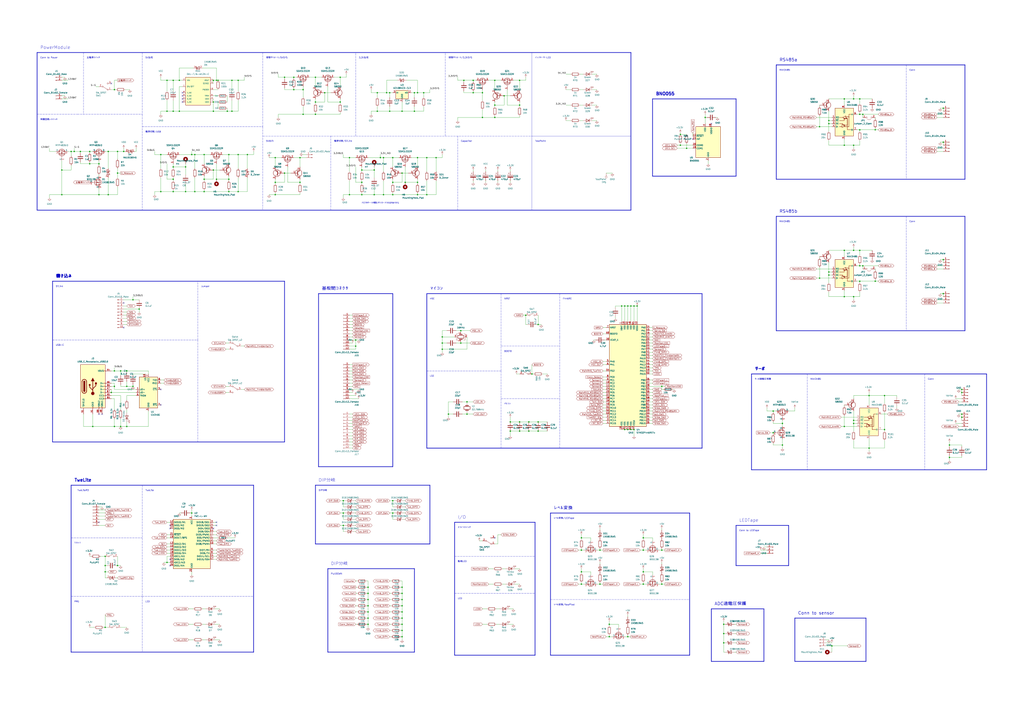
<source format=kicad_sch>
(kicad_sch (version 20211123) (generator eeschema)
  (paper "A1")
  (junction (at 368.3 340.36))
  (junction (at 142.24 66.04))
  (junction (at 642.62 347.98))
  (junction (at 441.96 266.7))
  (junction (at 330.2 508))
  (junction (at 543.56 480.06))
  (junction (at 520.7 353.06))
  (junction (at 226.06 129.54))
  (junction (at 167.64 157.48))
  (junction (at 330.2 502.92))
  (junction (at 518.16 353.06))
  (junction (at 50.8 139.7))
  (junction (at 279.4 63.5))
  (junction (at 683.26 530.86))
  (junction (at 96.52 124.46))
  (junction (at 680.72 99.06))
  (junction (at 317.5 76.2))
  (junction (at 279.4 83.82))
  (junction (at 187.96 157.48))
  (junction (at 528.32 452.12))
  (junction (at 175.26 139.7))
  (junction (at 378.46 271.78))
  (junction (at 701.04 205.74))
  (junction (at 307.34 139.7))
  (junction (at 292.1 284.48))
  (junction (at 579.12 96.52))
  (junction (at 142.24 91.44))
  (junction (at 259.08 93.98))
  (junction (at 309.88 76.2))
  (junction (at 726.44 325.12))
  (junction (at 419.1 354.33))
  (junction (at 330.2 142.24))
  (junction (at 441.96 346.71))
  (junction (at 320.04 76.2))
  (junction (at 302.26 502.92))
  (junction (at 414.02 78.74))
  (junction (at 50.8 160.02))
  (junction (at 680.72 226.06))
  (junction (at 434.34 346.71))
  (junction (at 701.04 119.38))
  (junction (at 434.34 354.33))
  (junction (at 701.04 345.44))
  (junction (at 528.32 480.06))
  (junction (at 708.66 218.44))
  (junction (at 259.08 63.5))
  (junction (at 66.04 124.46))
  (junction (at 513.08 353.06))
  (junction (at 330.2 518.16))
  (junction (at 594.36 528.32))
  (junction (at 302.26 513.08))
  (junction (at 157.48 421.64))
  (junction (at 147.32 91.44))
  (junction (at 104.14 350.52))
  (junction (at 789.94 340.36))
  (junction (at 642.62 365.76))
  (junction (at 543.56 452.12))
  (junction (at 167.64 127))
  (junction (at 330.2 487.68))
  (junction (at 187.96 147.32))
  (junction (at 297.18 149.86))
  (junction (at 528.32 469.9))
  (junction (at 718.82 231.14))
  (junction (at 309.88 91.44))
  (junction (at 347.98 76.2))
  (junction (at 492.76 452.12))
  (junction (at 179.07 66.04))
  (junction (at 175.26 83.82))
  (junction (at 137.16 462.28))
  (junction (at 248.92 73.66))
  (junction (at 477.52 441.96))
  (junction (at 246.38 149.86))
  (junction (at 99.06 350.52))
  (junction (at 137.16 91.44))
  (junction (at 515.62 353.06))
  (junction (at 177.8 147.32))
  (junction (at 706.12 218.44))
  (junction (at 322.58 411.48))
  (junction (at 330.2 91.44))
  (junction (at 708.66 93.98))
  (junction (at 93.98 317.5))
  (junction (at 93.98 73.66))
  (junction (at 789.94 322.58))
  (junction (at 86.36 464.82))
  (junction (at 287.02 160.02))
  (junction (at 142.24 157.48))
  (junction (at 281.94 431.8))
  (junction (at 388.62 76.2))
  (junction (at 406.4 96.52))
  (junction (at 396.24 76.2))
  (junction (at 73.66 134.62))
  (junction (at 477.52 469.9))
  (junction (at 248.92 93.98))
  (junction (at 342.9 76.2))
  (junction (at 515.62 523.24))
  (junction (at 312.42 129.54))
  (junction (at 226.06 149.86))
  (junction (at 706.12 231.14))
  (junction (at 147.32 66.04))
  (junction (at 363.22 281.94))
  (junction (at 426.72 86.36))
  (junction (at 342.9 149.86))
  (junction (at 91.44 322.58))
  (junction (at 302.26 508))
  (junction (at 157.48 127))
  (junction (at 132.08 127))
  (junction (at 167.64 147.32))
  (junction (at 81.28 134.62))
  (junction (at 363.22 276.86))
  (junction (at 81.28 160.02))
  (junction (at 195.58 157.48))
  (junction (at 774.7 213.36))
  (junction (at 701.04 347.98))
  (junction (at 302.26 487.68))
  (junction (at 93.98 350.52))
  (junction (at 383.54 330.2))
  (junction (at 513.08 251.46))
  (junction (at 99.06 304.8))
  (junction (at 706.12 106.68))
  (junction (at 266.7 76.2))
  (junction (at 175.26 91.44))
  (junction (at 635 355.6))
  (junction (at 332.74 149.86))
  (junction (at 706.12 93.98))
  (junction (at 233.68 63.5))
  (junction (at 789.94 342.9))
  (junction (at 322.58 129.54))
  (junction (at 431.8 259.08))
  (junction (at 76.2 350.52))
  (junction (at 96.52 464.82))
  (junction (at 177.8 66.04))
  (junction (at 363.22 287.02))
  (junction (at 350.52 129.54))
  (junction (at 701.04 81.28))
  (junction (at 350.52 160.02))
  (junction (at 195.58 127))
  (junction (at 340.36 91.44))
  (junction (at 774.7 241.3))
  (junction (at 322.58 149.86))
  (junction (at 528.32 441.96))
  (junction (at 419.1 346.71))
  (junction (at 774.7 116.84))
  (junction (at 342.9 160.02))
  (junction (at 281.94 421.64))
  (junction (at 441.96 354.33))
  (junction (at 190.5 66.04))
  (junction (at 60.96 124.46))
  (junction (at 287.02 129.54))
  (junction (at 297.18 139.7))
  (junction (at 426.72 354.33))
  (junction (at 203.2 127))
  (junction (at 297.18 160.02))
  (junction (at 718.82 106.68))
  (junction (at 109.22 246.38))
  (junction (at 142.24 137.16))
  (junction (at 520.7 251.46))
  (junction (at 73.66 124.46))
  (junction (at 86.36 457.2))
  (junction (at 281.94 411.48))
  (junction (at 330.2 523.24))
  (junction (at 330.2 513.08))
  (junction (at 292.1 279.4))
  (junction (at 693.42 205.74))
  (junction (at 500.38 523.24))
  (junction (at 693.42 350.52))
  (junction (at 558.8 119.38))
  (junction (at 701.04 243.84))
  (junction (at 693.42 243.84))
  (junction (at 383.54 340.36))
  (junction (at 693.42 119.38))
  (junction (at 340.36 76.2))
  (junction (at 302.26 482.6))
  (junction (at 241.3 73.66))
  (junction (at 500.38 513.08))
  (junction (at 426.72 346.71))
  (junction (at 246.38 129.54))
  (junction (at 186.69 91.44))
  (junction (at 563.88 121.92))
  (junction (at 190.5 91.44))
  (junction (at 314.96 160.02))
  (junction (at 101.6 124.46))
  (junction (at 789.94 320.04))
  (junction (at 436.88 307.34))
  (junction (at 515.62 251.46))
  (junction (at 114.3 254))
  (junction (at 152.4 137.16))
  (junction (at 594.36 513.08))
  (junction (at 302.26 497.84))
  (junction (at 320.04 91.44))
  (junction (at 381 66.04))
  (junction (at 406.4 86.36))
  (junction (at 226.06 160.02))
  (junction (at 330.2 492.76))
  (junction (at 187.96 127))
  (junction (at 558.8 110.49))
  (junction (at 93.98 304.8))
  (junction (at 378.46 281.94))
  (junction (at 693.42 81.28))
  (junction (at 713.74 325.12))
  (junction (at 510.54 251.46))
  (junction (at 322.58 160.02))
  (junction (at 233.68 142.24))
  (junction (at 713.74 368.3))
  (junction (at 543.56 317.5))
  (junction (at 779.78 365.76))
  (junction (at 142.24 147.32))
  (junction (at 635 337.82))
  (junction (at 259.08 83.82))
  (junction (at 523.24 251.46))
  (junction (at 706.12 205.74))
  (junction (at 477.52 480.06))
  (junction (at 160.02 157.48))
  (junction (at 322.58 421.64))
  (junction (at 137.16 66.04))
  (junction (at 779.78 375.92))
  (junction (at 342.9 129.54))
  (junction (at 86.36 469.9))
  (junction (at 330.2 482.6))
  (junction (at 86.36 515.62))
  (junction (at 406.4 66.04))
  (junction (at 104.14 304.8))
  (junction (at 673.1 104.14))
  (junction (at 160.02 127))
  (junction (at 307.34 160.02))
  (junction (at 518.16 251.46))
  (junction (at 88.9 124.46))
  (junction (at 152.4 157.48))
  (junction (at 673.1 228.6))
  (junction (at 477.52 452.12))
  (junction (at 132.08 157.48))
  (junction (at 426.72 66.04))
  (junction (at 706.12 81.28))
  (junction (at 314.96 129.54))
  (junction (at 109.22 317.5))
  (junction (at 88.9 160.02))
  (junction (at 96.52 142.24))
  (junction (at 680.72 101.6))
  (junction (at 175.26 66.04))
  (junction (at 388.62 66.04))
  (junction (at 302.26 492.76))
  (junction (at 774.7 88.9))
  (junction (at 396.24 96.52))
  (junction (at 58.42 124.46))
  (junction (at 680.72 223.52))
  (junction (at 104.14 317.5))
  (junction (at 358.14 129.54))
  (junction (at 594.36 520.7))
  (junction (at 330.2 497.84))
  (junction (at 492.76 480.06))
  (junction (at 726.44 353.06))
  (junction (at 241.3 63.5))
  (junction (at 195.58 66.04))
  (no_connect (at 139.7 464.82))
  (no_connect (at 81.28 429.26))
  (no_connect (at 83.82 340.36))
  (no_connect (at 175.26 434.34))
  (no_connect (at 149.86 83.82))
  (no_connect (at 177.8 429.26))
  (no_connect (at 406.4 441.96))
  (no_connect (at 101.6 269.24))
  (no_connect (at 139.7 434.34))
  (no_connect (at 132.08 320.04))
  (no_connect (at 101.6 248.92))
  (no_connect (at 149.86 76.2))
  (no_connect (at 132.08 332.74))
  (no_connect (at 139.7 431.8))
  (no_connect (at 568.96 114.3))
  (no_connect (at 91.44 68.58))
  (no_connect (at 149.86 81.28))
  (no_connect (at 149.86 78.74))
  (no_connect (at 177.8 431.8))
  (no_connect (at 81.28 340.36))
  (no_connect (at 139.7 459.74))
  (no_connect (at 584.2 101.6))
  (wire (pts (xy 287.02 287.02) (xy 292.1 287.02)))
  (wire (pts (xy 642.62 347.98) (xy 642.62 345.44)))
  (wire (pts (xy 434.34 346.71) (xy 441.96 346.71)))
  (wire (pts (xy 195.58 157.48) (xy 187.96 157.48)))
  (wire (pts (xy 368.3 340.36) (xy 372.11 340.36)))
  (wire (pts (xy 241.3 129.54) (xy 246.38 129.54)))
  (wire (pts (xy 358.14 160.02) (xy 350.52 160.02)))
  (wire (pts (xy 190.5 66.04) (xy 195.58 66.04)))
  (wire (pts (xy 701.04 205.74) (xy 701.04 203.2)))
  (wire (pts (xy 287.02 129.54) (xy 287.02 140.97)))
  (wire (pts (xy 246.38 137.16) (xy 246.38 129.54)))
  (polyline (pts (xy 116.84 43.18) (xy 116.84 93.98)))
  (wire (pts (xy 81.28 426.72) (xy 86.36 426.72)))
  (wire (pts (xy 281.94 416.56) (xy 281.94 411.48)))
  (wire (pts (xy 424.18 307.34) (xy 426.72 307.34)))
  (polyline (pts (xy 459.74 276.86) (xy 459.74 327.66)))
  (wire (pts (xy 713.74 325.12) (xy 713.74 332.74)))
  (wire (pts (xy 363.22 276.86) (xy 373.38 276.86)))
  (wire (pts (xy 726.44 325.12) (xy 726.44 331.47)))
  (wire (pts (xy 497.84 523.24) (xy 500.38 523.24)))
  (wire (pts (xy 166.37 525.78) (xy 168.91 525.78)))
  (polyline (pts (xy 340.36 535.94) (xy 340.36 467.36)) (stroke (width 0.5) (type solid)))
  (wire (pts (xy 137.16 429.26) (xy 139.7 429.26)))
  (polyline (pts (xy 215.9 104.14) (xy 215.9 172.72)))
  (wire (pts (xy 121.92 304.8) (xy 121.92 307.34)))
  (wire (pts (xy 340.36 87.63) (xy 340.36 91.44)))
  (wire (pts (xy 233.68 63.5) (xy 233.68 64.77)))
  (wire (pts (xy 287.02 302.26) (xy 289.56 302.26)))
  (polyline (pts (xy 322.58 241.3) (xy 261.62 241.3)) (stroke (width 0.5) (type solid)))
  (wire (pts (xy 342.9 158.75) (xy 342.9 160.02)))
  (wire (pts (xy 175.26 73.66) (xy 179.07 73.66)))
  (wire (pts (xy 132.08 157.48) (xy 142.24 157.48)))
  (wire (pts (xy 175.26 452.12) (xy 177.8 452.12)))
  (wire (pts (xy 533.4 294.64) (xy 535.94 294.64)))
  (wire (pts (xy 510.54 251.46) (xy 510.54 264.16)))
  (wire (pts (xy 109.22 307.34) (xy 109.22 308.61)))
  (wire (pts (xy 142.24 137.16) (xy 142.24 134.62)))
  (wire (pts (xy 101.6 264.16) (xy 104.14 264.16)))
  (wire (pts (xy 495.3 345.44) (xy 497.84 345.44)))
  (wire (pts (xy 426.72 83.82) (xy 426.72 86.36)))
  (polyline (pts (xy 792.48 53.34) (xy 637.54 53.34)) (stroke (width 0.5) (type solid)))
  (wire (pts (xy 701.04 361.95) (xy 701.04 368.3)))
  (wire (pts (xy 300.99 513.08) (xy 302.26 513.08)))
  (wire (pts (xy 185.42 287.02) (xy 187.96 287.02)))
  (wire (pts (xy 635 365.76) (xy 642.62 365.76)))
  (wire (pts (xy 706.12 217.17) (xy 706.12 218.44)))
  (wire (pts (xy 500.38 521.97) (xy 500.38 523.24)))
  (wire (pts (xy 132.08 91.44) (xy 132.08 93.98)))
  (wire (pts (xy 226.06 149.86) (xy 226.06 151.13)))
  (wire (pts (xy 434.34 354.33) (xy 426.72 354.33)))
  (wire (pts (xy 86.36 474.98) (xy 86.36 469.9)))
  (wire (pts (xy 81.28 154.94) (xy 81.28 160.02)))
  (wire (pts (xy 300.99 502.92) (xy 302.26 502.92)))
  (polyline (pts (xy 162.56 279.4) (xy 162.56 363.22)))
  (wire (pts (xy 328.93 492.76) (xy 330.2 492.76)))
  (polyline (pts (xy 350.52 241.3) (xy 350.52 368.3)) (stroke (width 0.5) (type solid)))
  (wire (pts (xy 713.74 360.68) (xy 713.74 368.3)))
  (wire (pts (xy 624.84 452.12) (xy 629.92 452.12)))
  (wire (pts (xy 774.7 116.84) (xy 772.16 116.84)))
  (wire (pts (xy 374.65 271.78) (xy 378.46 271.78)))
  (wire (pts (xy 436.88 307.34) (xy 438.15 307.34)))
  (wire (pts (xy 320.04 477.52) (xy 321.31 477.52)))
  (wire (pts (xy 533.4 314.96) (xy 535.94 314.96)))
  (polyline (pts (xy 269.24 467.36) (xy 269.24 535.94)) (stroke (width 0.5) (type solid)))
  (wire (pts (xy 330.2 83.82) (xy 330.2 91.44)))
  (wire (pts (xy 350.52 129.54) (xy 350.52 140.97)))
  (wire (pts (xy 175.26 78.74) (xy 179.07 78.74)))
  (wire (pts (xy 99.06 304.8) (xy 99.06 308.61)))
  (wire (pts (xy 302.26 482.6) (xy 302.26 487.68)))
  (wire (pts (xy 86.36 457.2) (xy 86.36 464.82)))
  (wire (pts (xy 701.04 119.38) (xy 701.04 121.92)))
  (wire (pts (xy 363.22 271.78) (xy 363.22 276.86)))
  (wire (pts (xy 198.12 284.48) (xy 200.66 284.48)))
  (wire (pts (xy 495.3 335.28) (xy 497.84 335.28)))
  (wire (pts (xy 281.94 431.8) (xy 283.21 431.8)))
  (polyline (pts (xy 365.76 111.76) (xy 365.76 43.18)))
  (wire (pts (xy 177.8 66.04) (xy 179.07 66.04)))
  (wire (pts (xy 505.46 251.46) (xy 510.54 251.46)))
  (wire (pts (xy 563.88 118.11) (xy 563.88 121.92)))
  (wire (pts (xy 269.24 71.12) (xy 269.24 83.82)))
  (wire (pts (xy 236.22 149.86) (xy 246.38 149.86)))
  (wire (pts (xy 563.88 121.92) (xy 568.96 121.92)))
  (wire (pts (xy 320.04 492.76) (xy 321.31 492.76)))
  (wire (pts (xy 543.56 452.12) (xy 543.56 450.85)))
  (wire (pts (xy 642.62 368.3) (xy 642.62 365.76)))
  (wire (pts (xy 495.3 312.42) (xy 497.84 312.42)))
  (wire (pts (xy 603.25 513.08) (xy 604.52 513.08)))
  (wire (pts (xy 154.94 500.38) (xy 158.75 500.38)))
  (wire (pts (xy 490.22 452.12) (xy 492.76 452.12)))
  (polyline (pts (xy 584.2 500.38) (xy 627.38 500.38)) (stroke (width 0.5) (type solid)))
  (polyline (pts (xy 604.52 464.82) (xy 604.52 431.8)) (stroke (width 0.5) (type solid)))
  (polyline (pts (xy 353.06 447.04) (xy 353.06 398.78)) (stroke (width 0.5) (type solid)))
  (wire (pts (xy 388.62 66.04) (xy 388.62 67.31)))
  (wire (pts (xy 228.6 60.96) (xy 228.6 63.5)))
  (wire (pts (xy 358.14 129.54) (xy 358.14 140.97)))
  (wire (pts (xy 332.74 149.86) (xy 342.9 149.86)))
  (wire (pts (xy 60.96 124.46) (xy 66.04 124.46)))
  (wire (pts (xy 337.82 129.54) (xy 342.9 129.54)))
  (wire (pts (xy 328.93 508) (xy 330.2 508)))
  (wire (pts (xy 292.1 513.08) (xy 293.37 513.08)))
  (wire (pts (xy 683.26 530.86) (xy 695.96 530.86)))
  (wire (pts (xy 388.62 74.93) (xy 388.62 76.2)))
  (wire (pts (xy 670.56 228.6) (xy 673.1 228.6)))
  (wire (pts (xy 406.4 66.04) (xy 406.4 73.66)))
  (wire (pts (xy 137.16 457.2) (xy 137.16 462.28)))
  (wire (pts (xy 320.04 497.84) (xy 321.31 497.84)))
  (wire (pts (xy 774.7 124.46) (xy 769.62 124.46)))
  (wire (pts (xy 307.34 146.05) (xy 307.34 139.7)))
  (wire (pts (xy 101.6 254) (xy 114.3 254)))
  (polyline (pts (xy 604.52 431.8) (xy 647.7 431.8)) (stroke (width 0.5) (type solid)))
  (wire (pts (xy 706.12 115.57) (xy 706.12 119.38)))
  (wire (pts (xy 137.16 449.58) (xy 139.7 449.58)))
  (wire (pts (xy 533.4 279.4) (xy 535.94 279.4)))
  (wire (pts (xy 317.5 76.2) (xy 320.04 76.2)))
  (polyline (pts (xy 759.46 307.34) (xy 759.46 386.08)))
  (wire (pts (xy 322.58 149.86) (xy 322.58 151.13)))
  (polyline (pts (xy 810.26 307.34) (xy 617.22 307.34)) (stroke (width 0.5) (type solid)))
  (wire (pts (xy 533.4 347.98) (xy 535.94 347.98)))
  (wire (pts (xy 176.53 525.78) (xy 180.34 525.78)))
  (wire (pts (xy 203.2 127) (xy 203.2 138.43)))
  (wire (pts (xy 594.36 528.32) (xy 594.36 535.94)))
  (wire (pts (xy 322.58 411.48) (xy 323.85 411.48)))
  (wire (pts (xy 287.02 309.88) (xy 289.56 309.88)))
  (wire (pts (xy 127 157.48) (xy 132.08 157.48)))
  (wire (pts (xy 477.52 467.36) (xy 477.52 469.9)))
  (wire (pts (xy 594.36 520.7) (xy 594.36 528.32)))
  (wire (pts (xy 464.82 99.06) (xy 468.63 99.06)))
  (wire (pts (xy 132.08 63.5) (xy 132.08 66.04)))
  (wire (pts (xy 287.02 322.58) (xy 289.56 322.58)))
  (wire (pts (xy 331.47 421.64) (xy 332.74 421.64)))
  (polyline (pts (xy 271.78 172.72) (xy 271.78 111.76)))
  (wire (pts (xy 535.94 472.44) (xy 535.94 469.9)))
  (wire (pts (xy 568.96 109.22) (xy 568.96 111.76)))
  (wire (pts (xy 419.1 148.59) (xy 419.1 149.86)))
  (wire (pts (xy 101.6 261.62) (xy 104.14 261.62)))
  (wire (pts (xy 477.52 450.85) (xy 477.52 452.12)))
  (wire (pts (xy 401.32 66.04) (xy 406.4 66.04)))
  (polyline (pts (xy 584.2 543.56) (xy 584.2 500.38)) (stroke (width 0.5) (type solid)))
  (wire (pts (xy 414.02 78.74) (xy 419.1 78.74)))
  (wire (pts (xy 246.38 158.75) (xy 246.38 160.02)))
  (wire (pts (xy 347.98 76.2) (xy 353.06 76.2)))
  (wire (pts (xy 86.36 124.46) (xy 88.9 124.46)))
  (polyline (pts (xy 373.38 487.68) (xy 439.42 487.68)))
  (wire (pts (xy 175.26 436.88) (xy 177.8 436.88)))
  (wire (pts (xy 127 160.02) (xy 127 157.48)))
  (polyline (pts (xy 269.24 535.94) (xy 340.36 535.94)) (stroke (width 0.5) (type solid)))
  (wire (pts (xy 381 66.04) (xy 388.62 66.04)))
  (wire (pts (xy 350.52 129.54) (xy 358.14 129.54)))
  (wire (pts (xy 533.4 274.32) (xy 535.94 274.32)))
  (wire (pts (xy 203.2 157.48) (xy 195.58 157.48)))
  (wire (pts (xy 137.16 454.66) (xy 139.7 454.66)))
  (wire (pts (xy 379.73 340.36) (xy 383.54 340.36)))
  (wire (pts (xy 93.98 320.04) (xy 111.76 320.04)))
  (wire (pts (xy 167.64 147.32) (xy 175.26 147.32)))
  (wire (pts (xy 287.02 284.48) (xy 292.1 284.48)))
  (wire (pts (xy 340.36 76.2) (xy 340.36 80.01)))
  (wire (pts (xy 281.94 431.8) (xy 279.4 431.8)))
  (wire (pts (xy 157.48 469.9) (xy 157.48 472.44)))
  (wire (pts (xy 533.4 312.42) (xy 535.94 312.42)))
  (wire (pts (xy 281.94 160.02) (xy 287.02 160.02)))
  (wire (pts (xy 579.12 96.52) (xy 579.12 101.6)))
  (polyline (pts (xy 261.62 383.54) (xy 322.58 383.54)) (stroke (width 0.5) (type solid)))
  (wire (pts (xy 706.12 93.98) (xy 708.66 93.98)))
  (wire (pts (xy 396.24 73.66) (xy 396.24 76.2)))
  (wire (pts (xy 283.21 416.56) (xy 281.94 416.56)))
  (wire (pts (xy 82.55 457.2) (xy 86.36 457.2)))
  (wire (pts (xy 328.93 523.24) (xy 330.2 523.24)))
  (wire (pts (xy 292.1 149.86) (xy 297.18 149.86)))
  (wire (pts (xy 528.32 467.36) (xy 528.32 469.9)))
  (wire (pts (xy 91.44 317.5) (xy 93.98 317.5)))
  (wire (pts (xy 726.44 368.3) (xy 713.74 368.3)))
  (wire (pts (xy 109.22 246.38) (xy 114.3 246.38)))
  (wire (pts (xy 287.02 314.96) (xy 289.56 314.96)))
  (polyline (pts (xy 30.48 172.72) (xy 30.48 43.18)) (stroke (width 0.5) (type solid)))
  (wire (pts (xy 419.1 354.33) (xy 419.1 358.14)))
  (polyline (pts (xy 518.16 172.72) (xy 30.48 172.72)) (stroke (width 0.5) (type solid)))
  (wire (pts (xy 652.78 337.82) (xy 647.7 337.82)))
  (wire (pts (xy 673.1 210.82) (xy 673.1 212.09)))
  (polyline (pts (xy 162.56 279.4) (xy 162.56 231.14)))
  (wire (pts (xy 533.4 299.72) (xy 535.94 299.72)))
  (wire (pts (xy 241.3 72.39) (xy 241.3 73.66)))
  (wire (pts (xy 302.26 513.08) (xy 302.26 515.62)))
  (wire (pts (xy 535.94 441.96) (xy 528.32 441.96)))
  (wire (pts (xy 142.24 66.04) (xy 142.24 74.93)))
  (wire (pts (xy 541.02 480.06) (xy 543.56 480.06)))
  (wire (pts (xy 495.3 297.18) (xy 497.84 297.18)))
  (wire (pts (xy 287.02 259.08) (xy 289.56 259.08)))
  (wire (pts (xy 297.18 139.7) (xy 307.34 139.7)))
  (wire (pts (xy 464.82 86.36) (xy 468.63 86.36)))
  (wire (pts (xy 137.16 147.32) (xy 142.24 147.32)))
  (wire (pts (xy 81.28 431.8) (xy 86.36 431.8)))
  (wire (pts (xy 96.52 124.46) (xy 96.52 130.81)))
  (wire (pts (xy 419.1 346.71) (xy 426.72 346.71)))
  (polyline (pts (xy 259.08 398.78) (xy 259.08 447.04)) (stroke (width 0.5) (type solid)))
  (polyline (pts (xy 411.48 327.66) (xy 459.74 327.66)))
  (wire (pts (xy 302.26 492.76) (xy 302.26 497.84)))
  (wire (pts (xy 331.47 426.72) (xy 332.74 426.72)))
  (wire (pts (xy 320.04 87.63) (xy 320.04 91.44)))
  (wire (pts (xy 334.01 66.04) (xy 342.9 66.04)))
  (wire (pts (xy 195.58 82.55) (xy 195.58 91.44)))
  (wire (pts (xy 594.36 513.08) (xy 595.63 513.08)))
  (wire (pts (xy 248.92 71.12) (xy 248.92 73.66)))
  (wire (pts (xy 157.48 419.1) (xy 157.48 421.64)))
  (polyline (pts (xy 30.48 43.18) (xy 518.16 43.18)) (stroke (width 0.5) (type solid)))
  (wire (pts (xy 314.96 148.59) (xy 314.96 160.02)))
  (wire (pts (xy 779.78 365.76) (xy 779.78 367.03)))
  (wire (pts (xy 175.26 66.04) (xy 175.26 68.58)))
  (wire (pts (xy 167.64 147.32) (xy 167.64 148.59)))
  (wire (pts (xy 297.18 139.7) (xy 297.18 137.16)))
  (wire (pts (xy 175.26 147.32) (xy 175.26 139.7)))
  (wire (pts (xy 393.7 444.5) (xy 396.24 444.5)))
  (wire (pts (xy 693.42 81.28) (xy 693.42 86.36)))
  (wire (pts (xy 179.07 66.04) (xy 190.5 66.04)))
  (wire (pts (xy 381 66.04) (xy 381 67.31)))
  (wire (pts (xy 680.72 223.52) (xy 680.72 226.06)))
  (polyline (pts (xy 233.68 363.22) (xy 233.68 231.14)) (stroke (width 0.5) (type solid)))
  (wire (pts (xy 693.42 205.74) (xy 701.04 205.74)))
  (wire (pts (xy 635 355.6) (xy 635 356.87)))
  (wire (pts (xy 85.09 515.62) (xy 86.36 515.62)))
  (wire (pts (xy 102.87 73.66) (xy 106.68 73.66)))
  (wire (pts (xy 495.3 320.04) (xy 497.84 320.04)))
  (wire (pts (xy 320.04 502.92) (xy 321.31 502.92)))
  (wire (pts (xy 474.98 452.12) (xy 477.52 452.12)))
  (wire (pts (xy 185.42 322.58) (xy 187.96 322.58)))
  (wire (pts (xy 726.44 361.95) (xy 726.44 368.3)))
  (wire (pts (xy 407.67 513.08) (xy 410.21 513.08)))
  (wire (pts (xy 350.52 160.02) (xy 342.9 160.02)))
  (wire (pts (xy 407.67 500.38) (xy 410.21 500.38)))
  (wire (pts (xy 789.94 374.65) (xy 789.94 375.92)))
  (wire (pts (xy 779.78 374.65) (xy 779.78 375.92)))
  (wire (pts (xy 175.26 444.5) (xy 177.8 444.5)))
  (polyline (pts (xy 208.28 535.94) (xy 208.28 398.78)) (stroke (width 0.5) (type solid)))
  (wire (pts (xy 287.02 312.42) (xy 289.56 312.42)))
  (wire (pts (xy 266.7 76.2) (xy 271.78 76.2)))
  (wire (pts (xy 132.08 146.05) (xy 132.08 157.48)))
  (wire (pts (xy 314.96 140.97) (xy 314.96 129.54)))
  (wire (pts (xy 81.28 421.64) (xy 86.36 421.64)))
  (wire (pts (xy 528.32 452.12) (xy 530.86 452.12)))
  (wire (pts (xy 500.38 513.08) (xy 500.38 514.35)))
  (wire (pts (xy 292.1 497.84) (xy 293.37 497.84)))
  (wire (pts (xy 789.94 322.58) (xy 789.94 325.12)))
  (wire (pts (xy 515.62 251.46) (xy 515.62 264.16)))
  (wire (pts (xy 95.25 474.98) (xy 96.52 474.98)))
  (wire (pts (xy 152.4 134.62) (xy 152.4 137.16)))
  (wire (pts (xy 726.44 339.09) (xy 726.44 353.06)))
  (wire (pts (xy 496.57 279.4) (xy 497.84 279.4)))
  (wire (pts (xy 535.94 469.9) (xy 528.32 469.9)))
  (wire (pts (xy 287.02 274.32) (xy 289.56 274.32)))
  (wire (pts (xy 603.25 528.32) (xy 604.52 528.32)))
  (polyline (pts (xy 647.7 431.8) (xy 647.7 464.82)) (stroke (width 0.5) (type solid)))
  (wire (pts (xy 279.4 81.28) (xy 279.4 83.82)))
  (wire (pts (xy 445.77 307.34) (xy 449.58 307.34)))
  (wire (pts (xy 505.46 252.73) (xy 505.46 251.46)))
  (wire (pts (xy 269.24 83.82) (xy 279.4 83.82)))
  (wire (pts (xy 157.48 421.64) (xy 157.48 424.18)))
  (wire (pts (xy 706.12 119.38) (xy 701.04 119.38)))
  (wire (pts (xy 406.4 447.04) (xy 408.94 447.04)))
  (wire (pts (xy 142.24 157.48) (xy 152.4 157.48)))
  (wire (pts (xy 683.26 528.32) (xy 678.18 528.32)))
  (wire (pts (xy 248.92 87.63) (xy 248.92 93.98)))
  (wire (pts (xy 228.6 93.98) (xy 248.92 93.98)))
  (wire (pts (xy 331.47 411.48) (xy 332.74 411.48)))
  (wire (pts (xy 287.02 350.52) (xy 289.56 350.52)))
  (wire (pts (xy 137.16 91.44) (xy 142.24 91.44)))
  (wire (pts (xy 706.12 231.14) (xy 718.82 231.14)))
  (wire (pts (xy 495.3 309.88) (xy 497.84 309.88)))
  (wire (pts (xy 300.99 482.6) (xy 302.26 482.6)))
  (wire (pts (xy 198.12 320.04) (xy 200.66 320.04)))
  (wire (pts (xy 142.24 137.16) (xy 152.4 137.16)))
  (wire (pts (xy 73.66 515.62) (xy 77.47 515.62)))
  (wire (pts (xy 706.12 240.03) (xy 706.12 243.84)))
  (wire (pts (xy 713.74 368.3) (xy 713.74 370.84)))
  (wire (pts (xy 281.94 411.48) (xy 279.4 411.48)))
  (wire (pts (xy 789.94 320.04) (xy 789.94 322.58)))
  (wire (pts (xy 142.24 146.05) (xy 142.24 147.32)))
  (wire (pts (xy 774.7 218.44) (xy 769.62 218.44)))
  (polyline (pts (xy 411.48 241.3) (xy 411.48 304.8)))
  (wire (pts (xy 495.3 274.32) (xy 497.84 274.32)))
  (wire (pts (xy 520.7 251.46) (xy 523.24 251.46)))
  (wire (pts (xy 328.93 502.92) (xy 330.2 502.92)))
  (wire (pts (xy 281.94 421.64) (xy 279.4 421.64)))
  (wire (pts (xy 342.9 129.54) (xy 350.52 129.54)))
  (wire (pts (xy 322.58 416.56) (xy 322.58 411.48)))
  (wire (pts (xy 533.4 297.18) (xy 535.94 297.18)))
  (wire (pts (xy 81.28 160.02) (xy 88.9 160.02)))
  (polyline (pts (xy 584.2 543.56) (xy 627.38 543.56)) (stroke (width 0.5) (type solid)))
  (wire (pts (xy 300.99 492.76) (xy 302.26 492.76)))
  (wire (pts (xy 96.52 66.04) (xy 93.98 66.04)))
  (wire (pts (xy 508 513.08) (xy 500.38 513.08)))
  (wire (pts (xy 320.04 487.68) (xy 321.31 487.68)))
  (wire (pts (xy 317.5 66.04) (xy 326.39 66.04)))
  (wire (pts (xy 312.42 127) (xy 312.42 129.54)))
  (wire (pts (xy 374.65 281.94) (xy 378.46 281.94)))
  (wire (pts (xy 322.58 421.64) (xy 320.04 421.64)))
  (wire (pts (xy 50.8 63.5) (xy 53.34 63.5)))
  (wire (pts (xy 543.56 320.04) (xy 543.56 317.5)))
  (wire (pts (xy 287.02 368.3) (xy 289.56 368.3)))
  (wire (pts (xy 363.22 281.94) (xy 367.03 281.94)))
  (wire (pts (xy 101.6 266.7) (xy 104.14 266.7)))
  (wire (pts (xy 416.56 73.66) (xy 416.56 86.36)))
  (wire (pts (xy 401.32 480.06) (xy 405.13 480.06)))
  (wire (pts (xy 175.26 457.2) (xy 177.8 457.2)))
  (wire (pts (xy 259.08 81.28) (xy 259.08 83.82)))
  (wire (pts (xy 708.66 218.44) (xy 708.66 220.98)))
  (wire (pts (xy 195.58 127) (xy 203.2 127)))
  (wire (pts (xy 287.02 299.72) (xy 289.56 299.72)))
  (wire (pts (xy 190.5 91.44) (xy 195.58 91.44)))
  (polyline (pts (xy 436.88 111.76) (xy 518.16 111.76)) (stroke (width 0) (type solid)))
  (wire (pts (xy 248.92 73.66) (xy 248.92 80.01)))
  (wire (pts (xy 68.58 350.52) (xy 76.2 350.52)))
  (wire (pts (xy 152.4 151.13) (xy 152.4 157.48)))
  (wire (pts (xy 388.62 148.59) (xy 388.62 149.86)))
  (wire (pts (xy 441.96 259.08) (xy 441.96 266.7)))
  (wire (pts (xy 330.2 482.6) (xy 330.2 487.68)))
  (polyline (pts (xy 535.94 144.78) (xy 604.52 144.78)) (stroke (width 0.5) (type solid)))
  (wire (pts (xy 533.4 320.04) (xy 535.94 320.04)))
  (wire (pts (xy 330.2 477.52) (xy 330.2 482.6)))
  (wire (pts (xy 226.06 158.75) (xy 226.06 160.02)))
  (wire (pts (xy 259.08 93.98) (xy 279.4 93.98)))
  (wire (pts (xy 779.78 375.92) (xy 789.94 375.92)))
  (wire (pts (xy 779.78 363.22) (xy 779.78 365.76)))
  (polyline (pts (xy 637.54 177.8) (xy 637.54 271.78)) (stroke (width 0.5) (type solid)))
  (wire (pts (xy 543.56 434.34) (xy 543.56 435.61)))
  (wire (pts (xy 774.7 241.3) (xy 774.7 243.84)))
  (wire (pts (xy 132.08 66.04) (xy 137.16 66.04)))
  (wire (pts (xy 363.22 281.94) (xy 363.22 287.02)))
  (wire (pts (xy 292.1 279.4) (xy 294.64 279.4)))
  (wire (pts (xy 706.12 81.28) (xy 716.28 81.28)))
  (wire (pts (xy 603.25 520.7) (xy 604.52 520.7)))
  (wire (pts (xy 297.18 148.59) (xy 297.18 149.86)))
  (polyline (pts (xy 576.58 368.3) (xy 576.58 241.3)) (stroke (width 0.5) (type solid)))
  (wire (pts (xy 281.94 421.64) (xy 283.21 421.64)))
  (wire (pts (xy 701.04 205.74) (xy 706.12 205.74)))
  (wire (pts (xy 101.6 246.38) (xy 109.22 246.38)))
  (wire (pts (xy 226.06 160.02) (xy 246.38 160.02)))
  (wire (pts (xy 208.28 124.46) (xy 208.28 127)))
  (wire (pts (xy 368.3 330.2) (xy 368.3 340.36)))
  (wire (pts (xy 236.22 137.16) (xy 236.22 149.86)))
  (wire (pts (xy 383.54 330.2) (xy 383.54 331.47)))
  (wire (pts (xy 88.9 124.46) (xy 88.9 138.43)))
  (wire (pts (xy 266.7 83.82) (xy 266.7 76.2)))
  (wire (pts (xy 774.7 88.9) (xy 774.7 91.44)))
  (wire (pts (xy 528.32 478.79) (xy 528.32 480.06)))
  (wire (pts (xy 304.8 91.44) (xy 304.8 93.98)))
  (polyline (pts (xy 452.12 492.76) (xy 566.42 492.76)))
  (wire (pts (xy 328.93 487.68) (xy 330.2 487.68)))
  (wire (pts (xy 314.96 160.02) (xy 322.58 160.02)))
  (wire (pts (xy 132.08 127) (xy 137.16 127)))
  (wire (pts (xy 317.5 66.04) (xy 317.5 76.2)))
  (wire (pts (xy 290.83 436.88) (xy 292.1 436.88)))
  (wire (pts (xy 322.58 426.72) (xy 322.58 421.64)))
  (wire (pts (xy 104.14 336.55) (xy 104.14 339.09)))
  (polyline (pts (xy 58.42 535.94) (xy 208.28 535.94)) (stroke (width 0.5) (type solid)))
  (wire (pts (xy 513.08 264.16) (xy 513.08 251.46)))
  (wire (pts (xy 300.99 477.52) (xy 302.26 477.52)))
  (polyline (pts (xy 627.38 500.38) (xy 627.38 543.56)) (stroke (width 0.5) (type solid)))
  (wire (pts (xy 320.04 91.44) (xy 330.2 91.44)))
  (wire (pts (xy 477.52 439.42) (xy 477.52 441.96)))
  (wire (pts (xy 177.8 55.88) (xy 166.37 55.88)))
  (wire (pts (xy 99.06 317.5) (xy 104.14 317.5)))
  (wire (pts (xy 431.8 259.08) (xy 431.8 266.7)))
  (wire (pts (xy 718.82 229.87) (xy 718.82 231.14)))
  (wire (pts (xy 477.52 478.79) (xy 477.52 480.06)))
  (wire (pts (xy 297.18 149.86) (xy 297.18 151.13)))
  (wire (pts (xy 774.7 116.84) (xy 774.7 119.38)))
  (wire (pts (xy 706.12 243.84) (xy 701.04 243.84)))
  (wire (pts (xy 632.46 355.6) (xy 635 355.6)))
  (wire (pts (xy 693.42 114.3) (xy 693.42 119.38)))
  (wire (pts (xy 552.45 320.04) (xy 553.72 320.04)))
  (wire (pts (xy 292.1 477.52) (xy 293.37 477.52)))
  (wire (pts (xy 670.56 104.14) (xy 673.1 104.14)))
  (polyline (pts (xy 215.9 43.18) (xy 215.9 104.14)))
  (polyline (pts (xy 58.42 398.78) (xy 58.42 535.94)) (stroke (width 0.5) (type solid)))
  (wire (pts (xy 307.34 137.16) (xy 307.34 139.7)))
  (wire (pts (xy 533.4 304.8) (xy 535.94 304.8)))
  (wire (pts (xy 579.12 96.52) (xy 580.39 96.52)))
  (wire (pts (xy 381 76.2) (xy 388.62 76.2)))
  (wire (pts (xy 137.16 134.62) (xy 137.16 147.32)))
  (wire (pts (xy 495.3 332.74) (xy 497.84 332.74)))
  (wire (pts (xy 673.1 95.25) (xy 673.1 104.14)))
  (wire (pts (xy 408.94 439.42) (xy 408.94 447.04)))
  (wire (pts (xy 175.26 459.74) (xy 177.8 459.74)))
  (wire (pts (xy 147.32 66.04) (xy 149.86 66.04)))
  (wire (pts (xy 40.64 121.92) (xy 40.64 124.46)))
  (wire (pts (xy 388.62 66.04) (xy 391.16 66.04)))
  (wire (pts (xy 283.21 426.72) (xy 281.94 426.72)))
  (wire (pts (xy 259.08 92.71) (xy 259.08 93.98)))
  (wire (pts (xy 322.58 160.02) (xy 342.9 160.02)))
  (wire (pts (xy 495.3 322.58) (xy 497.84 322.58)))
  (wire (pts (xy 558.8 118.11) (xy 558.8 119.38)))
  (wire (pts (xy 246.38 147.32) (xy 246.38 149.86)))
  (wire (pts (xy 490.22 480.06) (xy 492.76 480.06)))
  (wire (pts (xy 718.82 96.52) (xy 718.82 97.79)))
  (wire (pts (xy 287.02 148.59) (xy 287.02 160.02)))
  (wire (pts (xy 581.66 132.08) (xy 581.66 134.62)))
  (wire (pts (xy 533.4 325.12) (xy 535.94 325.12)))
  (wire (pts (xy 96.52 124.46) (xy 101.6 124.46)))
  (wire (pts (xy 287.02 365.76) (xy 289.56 365.76)))
  (wire (pts (xy 500.38 523.24) (xy 502.92 523.24)))
  (wire (pts (xy 723.9 340.36) (xy 728.98 340.36)))
  (wire (pts (xy 701.04 345.44) (xy 703.58 345.44)))
  (polyline (pts (xy 259.08 447.04) (xy 353.06 447.04)) (stroke (width 0.5) (type solid)))
  (wire (pts (xy 673.1 228.6) (xy 683.26 228.6)))
  (wire (pts (xy 226.06 147.32) (xy 226.06 149.86)))
  (wire (pts (xy 533.4 335.28) (xy 535.94 335.28)))
  (wire (pts (xy 86.36 505.46) (xy 86.36 515.62)))
  (wire (pts (xy 88.9 160.02) (xy 96.52 160.02)))
  (wire (pts (xy 322.58 411.48) (xy 320.04 411.48)))
  (wire (pts (xy 379.73 330.2) (xy 383.54 330.2)))
  (wire (pts (xy 287.02 320.04) (xy 294.64 320.04)))
  (polyline (pts (xy 637.54 53.34) (xy 637.54 147.32)) (stroke (width 0.5) (type solid)))
  (wire (pts (xy 533.4 271.78) (xy 535.94 271.78)))
  (wire (pts (xy 422.91 480.06) (xy 426.72 480.06)))
  (wire (pts (xy 441.96 346.71) (xy 449.58 346.71)))
  (wire (pts (xy 302.26 508) (xy 302.26 513.08)))
  (wire (pts (xy 300.99 487.68) (xy 302.26 487.68)))
  (wire (pts (xy 157.48 124.46) (xy 157.48 127)))
  (wire (pts (xy 78.74 71.12) (xy 81.28 71.12)))
  (wire (pts (xy 292.1 502.92) (xy 293.37 502.92)))
  (wire (pts (xy 127 127) (xy 132.08 127)))
  (wire (pts (xy 525.78 452.12) (xy 528.32 452.12)))
  (wire (pts (xy 673.1 86.36) (xy 673.1 87.63)))
  (wire (pts (xy 736.6 325.12) (xy 726.44 325.12)))
  (wire (pts (xy 774.7 93.98) (xy 769.62 93.98)))
  (wire (pts (xy 378.46 281.94) (xy 386.08 281.94)))
  (wire (pts (xy 292.1 137.16) (xy 292.1 149.86)))
  (wire (pts (xy 701.04 243.84) (xy 693.42 243.84)))
  (wire (pts (xy 342.9 66.04) (xy 342.9 76.2)))
  (wire (pts (xy 495.3 330.2) (xy 497.84 330.2)))
  (wire (pts (xy 330.2 523.24) (xy 330.2 525.78)))
  (wire (pts (xy 287.02 363.22) (xy 289.56 363.22)))
  (wire (pts (xy 388.62 76.2) (xy 396.24 76.2)))
  (wire (pts (xy 701.04 337.82) (xy 701.04 345.44)))
  (wire (pts (xy 233.68 149.86) (xy 233.68 142.24)))
  (wire (pts (xy 309.88 87.63) (xy 309.88 91.44)))
  (wire (pts (xy 375.92 96.52) (xy 396.24 96.52)))
  (wire (pts (xy 160.02 138.43) (xy 160.02 127)))
  (polyline (pts (xy 68.58 43.18) (xy 68.58 93.98)))
  (polyline (pts (xy 373.38 457.2) (xy 439.42 457.2)))
  (wire (pts (xy 279.4 92.71) (xy 279.4 93.98)))
  (wire (pts (xy 426.72 66.04) (xy 431.8 66.04)))
  (polyline (pts (xy 652.78 508) (xy 652.78 543.56)) (stroke (width 0.5) (type solid)))
  (wire (pts (xy 320.04 482.6) (xy 321.31 482.6)))
  (wire (pts (xy 495.3 304.8) (xy 497.84 304.8)))
  (wire (pts (xy 137.16 441.96) (xy 139.7 441.96)))
  (wire (pts (xy 533.4 269.24) (xy 535.94 269.24)))
  (wire (pts (xy 363.22 276.86) (xy 363.22 281.94)))
  (wire (pts (xy 132.08 127) (xy 132.08 138.43)))
  (wire (pts (xy 492.76 434.34) (xy 492.76 435.61)))
  (wire (pts (xy 93.98 350.52) (xy 76.2 350.52)))
  (wire (pts (xy 706.12 205.74) (xy 716.28 205.74)))
  (polyline (pts (xy 375.92 172.72) (xy 375.92 111.76)))
  (wire (pts (xy 441.96 266.7) (xy 444.5 266.7)))
  (wire (pts (xy 774.7 88.9) (xy 772.16 88.9)))
  (wire (pts (xy 220.98 129.54) (xy 226.06 129.54)))
  (polyline (pts (xy 459.74 241.3) (xy 459.74 276.86)))
  (wire (pts (xy 309.88 76.2) (xy 317.5 76.2)))
  (wire (pts (xy 259.08 63.5) (xy 259.08 71.12)))
  (wire (pts (xy 287.02 271.78) (xy 289.56 271.78)))
  (wire (pts (xy 426.72 73.66) (xy 426.72 66.04)))
  (wire (pts (xy 441.96 354.33) (xy 434.34 354.33)))
  (wire (pts (xy 186.69 441.96) (xy 193.04 441.96)))
  (wire (pts (xy 259.08 83.82) (xy 266.7 83.82)))
  (wire (pts (xy 642.62 365.76) (xy 642.62 360.68)))
  (wire (pts (xy 635 346.71) (xy 635 347.98)))
  (wire (pts (xy 156.21 421.64) (xy 157.48 421.64)))
  (wire (pts (xy 492.76 452.12) (xy 495.3 452.12)))
  (wire (pts (xy 419.1 139.7) (xy 419.1 140.97)))
  (wire (pts (xy 330.2 142.24) (xy 335.28 142.24)))
  (polyline (pts (xy 662.94 307.34) (xy 662.94 386.08)))
  (wire (pts (xy 476.25 86.36) (xy 478.79 86.36)))
  (wire (pts (xy 342.9 147.32) (xy 342.9 149.86)))
  (wire (pts (xy 185.42 281.94) (xy 187.96 281.94)))
  (wire (pts (xy 368.3 340.36) (xy 368.3 342.9)))
  (polyline (pts (xy 411.48 284.48) (xy 459.74 284.48)))
  (wire (pts (xy 533.4 287.02) (xy 535.94 287.02)))
  (wire (pts (xy 533.4 284.48) (xy 535.94 284.48)))
  (wire (pts (xy 328.93 518.16) (xy 330.2 518.16)))
  (wire (pts (xy 50.8 160.02) (xy 40.64 160.02)))
  (wire (pts (xy 779.78 365.76) (xy 789.94 365.76)))
  (wire (pts (xy 281.94 436.88) (xy 281.94 431.8)))
  (wire (pts (xy 200.66 63.5) (xy 200.66 66.04)))
  (wire (pts (xy 96.52 142.24) (xy 99.06 142.24)))
  (wire (pts (xy 104.14 313.69) (xy 104.14 317.5)))
  (wire (pts (xy 93.98 73.66) (xy 95.25 73.66)))
  (wire (pts (xy 500.38 510.54) (xy 500.38 513.08)))
  (wire (pts (xy 241.3 63.5) (xy 243.84 63.5)))
  (wire (pts (xy 152.4 157.48) (xy 160.02 157.48)))
  (wire (pts (xy 109.22 316.23) (xy 109.22 317.5)))
  (wire (pts (xy 73.66 124.46) (xy 76.2 124.46)))
  (polyline (pts (xy 30.48 93.98) (xy 63.5 93.98)))
  (wire (pts (xy 104.14 346.71) (xy 104.14 350.52)))
  (wire (pts (xy 292.1 279.4) (xy 292.1 284.48)))
  (wire (pts (xy 177.8 134.62) (xy 177.8 147.32)))
  (wire (pts (xy 96.52 464.82) (xy 99.06 464.82)))
  (polyline (pts (xy 350.52 368.3) (xy 576.58 368.3)) (stroke (width 0.5) (type solid)))
  (wire (pts (xy 101.6 124.46) (xy 102.87 124.46)))
  (wire (pts (xy 533.4 317.5) (xy 543.56 317.5)))
  (wire (pts (xy 518.16 353.06) (xy 520.7 353.06)))
  (wire (pts (xy 292.1 492.76) (xy 293.37 492.76)))
  (wire (pts (xy 528.32 450.85) (xy 528.32 452.12)))
  (wire (pts (xy 396.24 76.2) (xy 396.24 82.55)))
  (wire (pts (xy 375.92 66.04) (xy 381 66.04)))
  (wire (pts (xy 411.48 439.42) (xy 408.94 439.42)))
  (wire (pts (xy 396.24 90.17) (xy 396.24 96.52)))
  (wire (pts (xy 693.42 238.76) (xy 693.42 243.84)))
  (wire (pts (xy 58.42 139.7) (xy 50.8 139.7)))
  (wire (pts (xy 497.84 142.24) (xy 502.92 142.24)))
  (polyline (pts (xy 452.12 538.48) (xy 566.42 538.48)) (stroke (width 0.5) (type solid)))
  (wire (pts (xy 233.68 63.5) (xy 241.3 63.5)))
  (wire (pts (xy 50.8 160.02) (xy 81.28 160.02)))
  (wire (pts (xy 302.26 502.92) (xy 302.26 508)))
  (wire (pts (xy 408.94 148.59) (xy 408.94 149.86)))
  (wire (pts (xy 533.4 342.9) (xy 535.94 342.9)))
  (wire (pts (xy 99.06 316.23) (xy 99.06 317.5)))
  (polyline (pts (xy 436.88 111.76) (xy 436.88 172.72)) (stroke (width 0) (type solid)))
  (wire (pts (xy 774.7 96.52) (xy 769.62 96.52)))
  (wire (pts (xy 680.72 205.74) (xy 693.42 205.74)))
  (wire (pts (xy 104.14 304.8) (xy 121.92 304.8)))
  (wire (pts (xy 528.32 480.06) (xy 530.86 480.06)))
  (wire (pts (xy 492.76 480.06) (xy 495.3 480.06)))
  (wire (pts (xy 412.75 467.36) (xy 415.29 467.36)))
  (wire (pts (xy 703.58 93.98) (xy 706.12 93.98)))
  (wire (pts (xy 363.22 287.02) (xy 383.54 287.02)))
  (wire (pts (xy 132.08 314.96) (xy 134.62 314.96)))
  (wire (pts (xy 588.01 96.52) (xy 589.28 96.52)))
  (wire (pts (xy 515.62 523.24) (xy 518.16 523.24)))
  (wire (pts (xy 774.7 246.38) (xy 769.62 246.38)))
  (wire (pts (xy 264.16 63.5) (xy 259.08 63.5)))
  (wire (pts (xy 680.72 525.78) (xy 678.18 525.78)))
  (wire (pts (xy 486.41 73.66) (xy 490.22 73.66)))
  (wire (pts (xy 594.36 528.32) (xy 595.63 528.32)))
  (wire (pts (xy 378.46 280.67) (xy 378.46 281.94)))
  (wire (pts (xy 309.88 91.44) (xy 320.04 91.44)))
  (wire (pts (xy 186.69 88.9) (xy 186.69 91.44)))
  (wire (pts (xy 426.72 346.71) (xy 434.34 346.71)))
  (wire (pts (xy 396.24 96.52) (xy 406.4 96.52)))
  (wire (pts (xy 195.58 127) (xy 195.58 138.43)))
  (wire (pts (xy 287.02 281.94) (xy 289.56 281.94)))
  (wire (pts (xy 495.3 325.12) (xy 497.84 325.12)))
  (wire (pts (xy 241.3 73.66) (xy 248.92 73.66)))
  (wire (pts (xy 58.42 124.46) (xy 60.96 124.46)))
  (wire (pts (xy 323.85 416.56) (xy 322.58 416.56)))
  (wire (pts (xy 50.8 132.08) (xy 50.8 139.7)))
  (polyline (pts (xy 637.54 271.78) (xy 792.48 271.78)) (stroke (width 0.5) (type solid)))
  (wire (pts (xy 93.98 317.5) (xy 93.98 320.04)))
  (polyline (pts (xy 322.58 383.54) (xy 322.58 241.3)) (stroke (width 0.5) (type solid)))
  (wire (pts (xy 693.42 81.28) (xy 701.04 81.28)))
  (wire (pts (xy 718.82 220.98) (xy 718.82 222.25)))
  (wire (pts (xy 330.2 487.68) (xy 330.2 492.76)))
  (wire (pts (xy 624.84 454.66) (xy 629.92 454.66)))
  (wire (pts (xy 718.82 106.68) (xy 721.36 106.68)))
  (wire (pts (xy 86.36 464.82) (xy 86.36 469.9)))
  (polyline (pts (xy 340.36 467.36) (xy 269.24 467.36)) (stroke (width 0.5) (type solid)))
  (wire (pts (xy 50.8 81.28) (xy 55.88 81.28)))
  (wire (pts (xy 88.9 146.05) (xy 88.9 160.02)))
  (wire (pts (xy 347.98 76.2) (xy 347.98 80.01)))
  (wire (pts (xy 274.32 63.5) (xy 279.4 63.5)))
  (wire (pts (xy 789.94 350.52) (xy 787.4 350.52)))
  (wire (pts (xy 309.88 76.2) (xy 309.88 80.01)))
  (wire (pts (xy 426.72 86.36) (xy 426.72 87.63)))
  (wire (pts (xy 492.76 462.28) (xy 492.76 463.55)))
  (wire (pts (xy 693.42 205.74) (xy 693.42 210.82)))
  (polyline (pts (xy 617.22 386.08) (xy 810.26 386.08)) (stroke (width 0.5) (type solid)))
  (wire (pts (xy 398.78 139.7) (xy 398.78 140.97)))
  (wire (pts (xy 353.06 73.66) (xy 353.06 76.2)))
  (wire (pts (xy 187.96 147.32) (xy 187.96 148.59)))
  (wire (pts (xy 670.56 220.98) (xy 683.26 220.98)))
  (wire (pts (xy 414.02 86.36) (xy 414.02 78.74)))
  (wire (pts (xy 635 339.09) (xy 635 337.82)))
  (wire (pts (xy 406.4 86.36) (xy 406.4 87.63)))
  (wire (pts (xy 510.54 251.46) (xy 513.08 251.46)))
  (wire (pts (xy 283.21 436.88) (xy 281.94 436.88)))
  (wire (pts (xy 416.56 86.36) (xy 426.72 86.36)))
  (wire (pts (xy 713.74 322.58) (xy 713.74 325.12)))
  (wire (pts (xy 287.02 327.66) (xy 294.64 327.66)))
  (wire (pts (xy 91.44 322.58) (xy 91.44 320.04)))
  (wire (pts (xy 789.94 320.04) (xy 787.4 320.04)))
  (wire (pts (xy 187.96 134.62) (xy 187.96 127)))
  (wire (pts (xy 96.52 153.67) (xy 96.52 160.02)))
  (wire (pts (xy 492.76 452.12) (xy 492.76 450.85)))
  (wire (pts (xy 176.53 500.38) (xy 180.34 500.38)))
  (wire (pts (xy 513.08 353.06) (xy 515.62 353.06)))
  (polyline (pts (xy 261.62 241.3) (xy 261.62 383.54)) (stroke (width 0.5) (type solid)))
  (wire (pts (xy 241.3 63.5) (xy 241.3 64.77)))
  (wire (pts (xy 312.42 129.54) (xy 314.96 129.54)))
  (wire (pts (xy 518.16 251.46) (xy 520.7 251.46)))
  (wire (pts (xy 292.1 482.6) (xy 293.37 482.6)))
  (wire (pts (xy 680.72 91.44) (xy 680.72 99.06)))
  (wire (pts (xy 464.82 60.96) (xy 468.63 60.96)))
  (wire (pts (xy 91.44 327.66) (xy 93.98 327.66)))
  (wire (pts (xy 132.08 312.42) (xy 134.62 312.42)))
  (wire (pts (xy 487.68 279.4) (xy 488.95 279.4)))
  (wire (pts (xy 96.52 138.43) (xy 96.52 142.24)))
  (wire (pts (xy 515.62 353.06) (xy 518.16 353.06)))
  (wire (pts (xy 528.32 441.96) (xy 528.32 439.42)))
  (wire (pts (xy 91.44 73.66) (xy 93.98 73.66)))
  (wire (pts (xy 287.02 358.14) (xy 289.56 358.14)))
  (wire (pts (xy 203.2 146.05) (xy 203.2 157.48)))
  (wire (pts (xy 323.85 426.72) (xy 322.58 426.72)))
  (wire (pts (xy 190.5 74.93) (xy 190.5 66.04)))
  (wire (pts (xy 304.8 76.2) (xy 309.88 76.2)))
  (wire (pts (xy 525.78 480.06) (xy 528.32 480.06)))
  (wire (pts (xy 789.94 365.76) (xy 789.94 367.03)))
  (wire (pts (xy 337.82 76.2) (xy 340.36 76.2)))
  (wire (pts (xy 203.2 127) (xy 208.28 127)))
  (wire (pts (xy 101.6 251.46) (xy 104.14 251.46)))
  (wire (pts (xy 708.66 218.44) (xy 721.36 218.44)))
  (wire (pts (xy 543.56 452.12) (xy 546.1 452.12)))
  (polyline (pts (xy 744.22 177.8) (xy 744.22 271.78)))
  (wire (pts (xy 99.06 350.52) (xy 93.98 350.52)))
  (wire (pts (xy 297.18 160.02) (xy 297.18 158.75)))
  (wire (pts (xy 408.94 139.7) (xy 408.94 140.97)))
  (wire (pts (xy 383.54 330.2) (xy 388.62 330.2)))
  (wire (pts (xy 111.76 124.46) (xy 110.49 124.46)))
  (wire (pts (xy 287.02 347.98) (xy 289.56 347.98)))
  (wire (pts (xy 322.58 421.64) (xy 323.85 421.64)))
  (wire (pts (xy 541.02 452.12) (xy 543.56 452.12)))
  (wire (pts (xy 431.8 266.7) (xy 433.07 266.7)))
  (wire (pts (xy 673.1 104.14) (xy 683.26 104.14)))
  (polyline (pts (xy 63.5 93.98) (xy 116.84 93.98)))
  (polyline (pts (xy 58.42 490.22) (xy 116.84 490.22)))
  (wire (pts (xy 328.93 482.6) (xy 330.2 482.6)))
  (polyline (pts (xy 215.9 111.76) (xy 271.78 111.76)))
  (wire (pts (xy 635 337.82) (xy 637.54 337.82)))
  (wire (pts (xy 533.4 307.34) (xy 535.94 307.34)))
  (wire (pts (xy 302.26 129.54) (xy 312.42 129.54)))
  (wire (pts (xy 167.64 144.78) (xy 167.64 147.32)))
  (wire (pts (xy 166.37 513.08) (xy 168.91 513.08)))
  (wire (pts (xy 320.04 76.2) (xy 320.04 80.01)))
  (polyline (pts (xy 652.78 508) (xy 711.2 508)) (stroke (width 0.5) (type solid)))
  (wire (pts (xy 706.12 106.68) (xy 718.82 106.68)))
  (wire (pts (xy 332.74 137.16) (xy 332.74 149.86)))
  (wire (pts (xy 279.4 71.12) (xy 279.4 63.5)))
  (wire (pts (xy 175.26 91.44) (xy 147.32 91.44)))
  (wire (pts (xy 254 63.5) (xy 259.08 63.5)))
  (wire (pts (xy 594.36 520.7) (xy 595.63 520.7)))
  (wire (pts (xy 629.92 335.28) (xy 629.92 337.82)))
  (wire (pts (xy 701.04 325.12) (xy 701.04 327.66)))
  (wire (pts (xy 426.72 95.25) (xy 426.72 96.52)))
  (wire (pts (xy 495.3 269.24) (xy 497.84 269.24)))
  (wire (pts (xy 137.16 452.12) (xy 139.7 452.12)))
  (wire (pts (xy 330.2 91.44) (xy 340.36 91.44)))
  (wire (pts (xy 175.26 66.04) (xy 177.8 66.04)))
  (wire (pts (xy 774.7 213.36) (xy 772.16 213.36)))
  (wire (pts (xy 50.8 78.74) (xy 53.34 78.74)))
  (wire (pts (xy 774.7 213.36) (xy 774.7 215.9)))
  (wire (pts (xy 330.2 508) (xy 330.2 513.08)))
  (wire (pts (xy 91.44 325.12) (xy 99.06 325.12)))
  (wire (pts (xy 175.26 441.96) (xy 179.07 441.96)))
  (wire (pts (xy 706.12 218.44) (xy 708.66 218.44)))
  (wire (pts (xy 320.04 76.2) (xy 322.58 76.2)))
  (wire (pts (xy 287.02 355.6) (xy 289.56 355.6)))
  (wire (pts (xy 160.02 157.48) (xy 167.64 157.48)))
  (polyline (pts (xy 292.1 111.76) (xy 292.1 43.18)))
  (wire (pts (xy 175.26 454.66) (xy 177.8 454.66)))
  (wire (pts (xy 706.12 106.68) (xy 706.12 107.95)))
  (wire (pts (xy 680.72 115.57) (xy 680.72 119.38)))
  (polyline (pts (xy 116.84 398.78) (xy 116.84 535.94)))
  (wire (pts (xy 693.42 332.74) (xy 693.42 334.01)))
  (wire (pts (xy 495.3 314.96) (xy 497.84 314.96)))
  (wire (pts (xy 703.58 231.14) (xy 706.12 231.14)))
  (wire (pts (xy 93.98 304.8) (xy 99.06 304.8)))
  (wire (pts (xy 558.8 109.22) (xy 558.8 110.49)))
  (wire (pts (xy 290.83 431.8) (xy 292.1 431.8)))
  (wire (pts (xy 172.72 127) (xy 167.64 127)))
  (wire (pts (xy 137.16 66.04) (xy 137.16 74.93)))
  (wire (pts (xy 292.1 508) (xy 293.37 508)))
  (wire (pts (xy 774.7 248.92) (xy 769.62 248.92)))
  (wire (pts (xy 533.4 289.56) (xy 535.94 289.56)))
  (wire (pts (xy 680.72 101.6) (xy 683.26 101.6)))
  (wire (pts (xy 149.86 71.12) (xy 147.32 71.12)))
  (wire (pts (xy 175.26 139.7) (xy 180.34 139.7)))
  (polyline (pts (xy 810.26 386.08) (xy 810.26 307.34)) (stroke (width 0.5) (type solid)))
  (wire (pts (xy 422.91 467.36) (xy 426.72 467.36)))
  (polyline (pts (xy 604.52 144.78) (xy 604.52 81.28)) (stroke (width 0.5) (type solid)))
  (wire (pts (xy 300.99 497.84) (xy 302.26 497.84)))
  (wire (pts (xy 284.48 60.96) (xy 284.48 63.5)))
  (wire (pts (xy 281.94 162.56) (xy 281.94 160.02)))
  (wire (pts (xy 66.04 134.62) (xy 73.66 134.62)))
  (polyline (pts (xy 373.38 538.48) (xy 439.42 538.48)) (stroke (width 0.5) (type solid)))
  (polyline (pts (xy 792.48 147.32) (xy 792.48 53.34)) (stroke (width 0.5) (type solid)))
  (wire (pts (xy 495.3 317.5) (xy 497.84 317.5)))
  (wire (pts (xy 93.98 302.26) (xy 93.98 304.8)))
  (wire (pts (xy 635 347.98) (xy 642.62 347.98)))
  (polyline (pts (xy 439.42 538.48) (xy 439.42 429.26)) (stroke (width 0.5) (type solid)))
  (polyline (pts (xy 436.88 111.76) (xy 436.88 43.18)) (stroke (width 0) (type solid)))
  (wire (pts (xy 187.96 144.78) (xy 187.96 147.32)))
  (wire (pts (xy 290.83 426.72) (xy 292.1 426.72)))
  (wire (pts (xy 342.9 76.2) (xy 347.98 76.2)))
  (wire (pts (xy 182.88 127) (xy 187.96 127)))
  (wire (pts (xy 121.92 337.82) (xy 121.92 350.52)))
  (wire (pts (xy 246.38 129.54) (xy 251.46 129.54)))
  (wire (pts (xy 73.66 124.46) (xy 73.66 125.73)))
  (wire (pts (xy 363.22 289.56) (xy 363.22 287.02)))
  (wire (pts (xy 579.12 93.98) (xy 579.12 96.52)))
  (wire (pts (xy 367.03 271.78) (xy 363.22 271.78)))
  (wire (pts (xy 137.16 66.04) (xy 142.24 66.04)))
  (polyline (pts (xy 452.12 421.64) (xy 566.42 421.64)) (stroke (width 0.5) (type solid)))
  (wire (pts (xy 142.24 91.44) (xy 147.32 91.44)))
  (wire (pts (xy 789.94 347.98) (xy 784.86 347.98)))
  (wire (pts (xy 680.72 240.03) (xy 680.72 243.84)))
  (wire (pts (xy 177.8 147.32) (xy 187.96 147.32)))
  (wire (pts (xy 154.94 513.08) (xy 158.75 513.08)))
  (wire (pts (xy 99.06 515.62) (xy 104.14 515.62)))
  (wire (pts (xy 96.52 142.24) (xy 96.52 146.05)))
  (wire (pts (xy 518.16 264.16) (xy 518.16 251.46)))
  (wire (pts (xy 322.58 129.54) (xy 322.58 137.16)))
  (wire (pts (xy 680.72 101.6) (xy 680.72 107.95)))
  (wire (pts (xy 477.52 480.06) (xy 480.06 480.06)))
  (wire (pts (xy 680.72 99.06) (xy 680.72 101.6)))
  (wire (pts (xy 558.8 110.49) (xy 563.88 110.49)))
  (wire (pts (xy 320.04 523.24) (xy 321.31 523.24)))
  (wire (pts (xy 774.7 121.92) (xy 769.62 121.92)))
  (wire (pts (xy 436.88 299.72) (xy 436.88 307.34)))
  (wire (pts (xy 147.32 421.64) (xy 148.59 421.64)))
  (wire (pts (xy 477.52 469.9) (xy 477.52 471.17)))
  (polyline (pts (xy 711.2 543.56) (xy 711.2 508)) (stroke (width 0.5) (type solid)))
  (wire (pts (xy 322.58 147.32) (xy 322.58 149.86)))
  (wire (pts (xy 381 74.93) (xy 381 76.2)))
  (polyline (pts (xy 566.42 538.48) (xy 566.42 421.64)) (stroke (width 0.5) (type solid)))
  (wire (pts (xy 91.44 322.58) (xy 111.76 322.58)))
  (wire (pts (xy 287.02 129.54) (xy 292.1 129.54)))
  (polyline (pts (xy 459.74 327.66) (xy 459.74 368.3)))
  (wire (pts (xy 594.36 535.94) (xy 595.63 535.94)))
  (wire (pts (xy 142.24 138.43) (xy 142.24 137.16)))
  (wire (pts (xy 388.62 139.7) (xy 388.62 140.97)))
  (wire (pts (xy 477.52 441.96) (xy 477.52 443.23)))
  (wire (pts (xy 233.68 142.24) (xy 238.76 142.24)))
  (wire (pts (xy 485.14 472.44) (xy 485.14 469.9)))
  (wire (pts (xy 233.68 73.66) (xy 241.3 73.66)))
  (wire (pts (xy 683.26 530.86) (xy 683.26 535.94)))
  (wire (pts (xy 287.02 340.36) (xy 289.56 340.36)))
  (wire (pts (xy 401.32 467.36) (xy 405.13 467.36)))
  (wire (pts (xy 186.69 78.74) (xy 186.69 83.82)))
  (wire (pts (xy 701.04 368.3) (xy 713.74 368.3)))
  (wire (pts (xy 175.26 81.28) (xy 175.26 83.82)))
  (wire (pts (xy 109.22 307.34) (xy 119.38 307.34)))
  (wire (pts (xy 137.16 82.55) (xy 137.16 91.44)))
  (wire (pts (xy 718.82 105.41) (xy 718.82 106.68)))
  (wire (pts (xy 508 515.62) (xy 508 513.08)))
  (wire (pts (xy 246.38 149.86) (xy 246.38 151.13)))
  (wire (pts (xy 417.83 500.38) (xy 421.64 500.38)))
  (wire (pts (xy 111.76 121.92) (xy 111.76 124.46)))
  (wire (pts (xy 167.64 157.48) (xy 187.96 157.48)))
  (wire (pts (xy 297.18 140.97) (xy 297.18 139.7)))
  (wire (pts (xy 104.14 325.12) (xy 111.76 325.12)))
  (wire (pts (xy 342.9 149.86) (xy 342.9 151.13)))
  (wire (pts (xy 287.02 266.7) (xy 289.56 266.7)))
  (wire (pts (xy 708.66 93.98) (xy 721.36 93.98)))
  (wire (pts (xy 533.4 340.36) (xy 535.94 340.36)))
  (wire (pts (xy 137.16 462.28) (xy 134.62 462.28)))
  (polyline (pts (xy 350.52 304.8) (xy 411.48 304.8)))
  (wire (pts (xy 287.02 307.34) (xy 289.56 307.34)))
  (wire (pts (xy 185.42 317.5) (xy 187.96 317.5)))
  (wire (pts (xy 109.22 243.84) (xy 109.22 246.38)))
  (wire (pts (xy 412.75 480.06) (xy 415.29 480.06)))
  (wire (pts (xy 233.68 72.39) (xy 233.68 73.66)))
  (wire (pts (xy 680.72 226.06) (xy 683.26 226.06)))
  (wire (pts (xy 693.42 341.63) (xy 693.42 350.52)))
  (wire (pts (xy 372.11 330.2) (xy 368.3 330.2)))
  (wire (pts (xy 330.2 492.76) (xy 330.2 497.84)))
  (wire (pts (xy 287.02 345.44) (xy 289.56 345.44)))
  (wire (pts (xy 195.58 66.04) (xy 195.58 74.93)))
  (polyline (pts (xy 116.84 104.14) (xy 215.9 104.14)))
  (wire (pts (xy 320.04 518.16) (xy 321.31 518.16)))
  (wire (pts (xy 703.58 218.44) (xy 706.12 218.44)))
  (wire (pts (xy 307.34 160.02) (xy 314.96 160.02)))
  (wire (pts (xy 81.28 416.56) (xy 83.82 416.56)))
  (wire (pts (xy 187.96 127) (xy 195.58 127)))
  (wire (pts (xy 248.92 93.98) (xy 259.08 93.98)))
  (wire (pts (xy 701.04 81.28) (xy 706.12 81.28)))
  (wire (pts (xy 73.66 457.2) (xy 74.93 457.2)))
  (wire (pts (xy 495.3 342.9) (xy 497.84 342.9)))
  (wire (pts (xy 363.22 127) (xy 363.22 129.54)))
  (wire (pts (xy 411.48 66.04) (xy 406.4 66.04)))
  (wire (pts (xy 680.72 215.9) (xy 680.72 223.52)))
  (wire (pts (xy 104.14 304.8) (xy 104.14 306.07)))
  (wire (pts (xy 58.42 124.46) (xy 58.42 128.27)))
  (wire (pts (xy 281.94 127) (xy 281.94 129.54)))
  (wire (pts (xy 99.06 325.12) (xy 99.06 336.55)))
  (wire (pts (xy 322.58 158.75) (xy 322.58 160.02)))
  (wire (pts (xy 179.07 83.82) (xy 179.07 88.9)))
  (wire (pts (xy 330.2 497.84) (xy 330.2 502.92)))
  (wire (pts (xy 40.64 124.46) (xy 45.72 124.46)))
  (polyline (pts (xy 116.84 93.98) (xy 116.84 172.72)))
  (wire (pts (xy 495.3 340.36) (xy 497.84 340.36)))
  (wire (pts (xy 186.69 91.44) (xy 190.5 91.44)))
  (wire (pts (xy 40.64 160.02) (xy 40.64 162.56)))
  (wire (pts (xy 137.16 462.28) (xy 139.7 462.28)))
  (polyline (pts (xy 373.38 538.48) (xy 373.38 429.26)) (stroke (width 0.5) (type solid)))
  (wire (pts (xy 347.98 87.63) (xy 347.98 91.44)))
  (wire (pts (xy 495.3 337.82) (xy 497.84 337.82)))
  (wire (pts (xy 396.24 513.08) (xy 400.05 513.08)))
  (wire (pts (xy 706.12 81.28) (xy 706.12 85.09)))
  (wire (pts (xy 535.94 444.5) (xy 535.94 441.96)))
  (wire (pts (xy 302.26 497.84) (xy 302.26 502.92)))
  (wire (pts (xy 513.08 251.46) (xy 515.62 251.46)))
  (wire (pts (xy 60.96 121.92) (xy 60.96 124.46)))
  (wire (pts (xy 706.12 205.74) (xy 706.12 209.55)))
  (wire (pts (xy 157.48 127) (xy 160.02 127)))
  (wire (pts (xy 726.44 353.06) (xy 723.9 353.06)))
  (wire (pts (xy 701.04 347.98) (xy 701.04 354.33)))
  (wire (pts (xy 175.26 91.44) (xy 186.69 91.44)))
  (wire (pts (xy 701.04 347.98) (xy 703.58 347.98)))
  (wire (pts (xy 485.14 444.5) (xy 485.14 441.96)))
  (wire (pts (xy 558.8 119.38) (xy 568.96 119.38)))
  (wire (pts (xy 635 364.49) (xy 635 365.76)))
  (wire (pts (xy 726.44 325.12) (xy 713.74 325.12)))
  (wire (pts (xy 287.02 269.24) (xy 289.56 269.24)))
  (wire (pts (xy 556.26 121.92) (xy 563.88 121.92)))
  (wire (pts (xy 290.83 411.48) (xy 292.1 411.48)))
  (wire (pts (xy 287.02 264.16) (xy 289.56 264.16)))
  (polyline (pts (xy 350.52 241.3) (xy 576.58 241.3)) (stroke (width 0.5) (type solid)))
  (wire (pts (xy 99.06 344.17) (xy 99.06 350.52)))
  (wire (pts (xy 93.98 314.96) (xy 91.44 314.96)))
  (wire (pts (xy 81.28 424.18) (xy 86.36 424.18)))
  (wire (pts (xy 91.44 304.8) (xy 93.98 304.8)))
  (wire (pts (xy 73.66 133.35) (xy 73.66 134.62)))
  (wire (pts (xy 127 124.46) (xy 127 127)))
  (wire (pts (xy 66.04 133.35) (xy 66.04 134.62)))
  (wire (pts (xy 287.02 279.4) (xy 292.1 279.4)))
  (wire (pts (xy 231.14 129.54) (xy 226.06 129.54)))
  (wire (pts (xy 464.82 73.66) (xy 468.63 73.66)))
  (wire (pts (xy 81.28 143.51) (xy 81.28 144.78)))
  (wire (pts (xy 708.66 93.98) (xy 708.66 96.52)))
  (wire (pts (xy 690.88 350.52) (xy 693.42 350.52)))
  (wire (pts (xy 396.24 500.38) (xy 400.05 500.38)))
  (wire (pts (xy 50.8 66.04) (xy 55.88 66.04)))
  (wire (pts (xy 476.25 99.06) (xy 478.79 99.06)))
  (polyline (pts (xy 43.18 363.22) (xy 233.68 363.22)) (stroke (width 0.5) (type solid)))
  (wire (pts (xy 167.64 127) (xy 167.64 134.62)))
  (wire (pts (xy 680.72 243.84) (xy 693.42 243.84)))
  (polyline (pts (xy 271.78 111.76) (xy 436.88 111.76)))
  (wire (pts (xy 386.08 271.78) (xy 378.46 271.78)))
  (wire (pts (xy 175.26 447.04) (xy 177.8 447.04)))
  (wire (pts (xy 226.06 149.86) (xy 233.68 149.86)))
  (wire (pts (xy 533.4 302.26) (xy 535.94 302.26)))
  (wire (pts (xy 652.78 335.28) (xy 652.78 337.82)))
  (wire (pts (xy 220.98 160.02) (xy 226.06 160.02)))
  (wire (pts (xy 175.26 439.42) (xy 177.8 439.42)))
  (wire (pts (xy 383.54 276.86) (xy 383.54 287.02)))
  (wire (pts (xy 495.3 327.66) (xy 497.84 327.66)))
  (wire (pts (xy 603.25 535.94) (xy 604.52 535.94)))
  (wire (pts (xy 358.14 148.59) (xy 358.14 160.02)))
  (wire (pts (xy 690.88 342.9) (xy 703.58 342.9)))
  (wire (pts (xy 789.94 340.36) (xy 787.4 340.36)))
  (wire (pts (xy 101.6 259.08) (xy 104.14 259.08)))
  (wire (pts (xy 736.6 334.01) (xy 736.6 335.28)))
  (polyline (pts (xy 604.52 464.82) (xy 647.7 464.82)) (stroke (width 0.5) (type solid)))
  (polyline (pts (xy 604.52 81.28) (xy 535.94 81.28)) (stroke (width 0.5) (type solid)))
  (polyline (pts (xy 652.78 543.56) (xy 711.2 543.56)) (stroke (width 0.5) (type solid)))
  (wire (pts (xy 147.32 71.12) (xy 147.32 91.44)))
  (wire (pts (xy 160.02 146.05) (xy 160.02 157.48)))
  (polyline (pts (xy 43.18 279.4) (xy 162.56 279.4)))
  (wire (pts (xy 515.62 523.24) (xy 515.62 521.97)))
  (wire (pts (xy 147.32 55.88) (xy 147.32 66.04)))
  (wire (pts (xy 523.24 251.46) (xy 523.24 264.16)))
  (wire (pts (xy 701.04 119.38) (xy 693.42 119.38)))
  (wire (pts (xy 88.9 469.9) (xy 86.36 469.9)))
  (wire (pts (xy 670.56 96.52) (xy 683.26 96.52)))
  (wire (pts (xy 66.04 124.46) (xy 66.04 125.73)))
  (polyline (pts (xy 744.22 53.34) (xy 744.22 147.32)))
  (wire (pts (xy 320.04 508) (xy 321.31 508)))
  (wire (pts (xy 533.4 345.44) (xy 535.94 345.44)))
  (wire (pts (xy 342.9 137.16) (xy 342.9 129.54)))
  (wire (pts (xy 195.58 66.04) (xy 200.66 66.04)))
  (wire (pts (xy 486.41 60.96) (xy 490.22 60.96)))
  (wire (pts (xy 331.47 416.56) (xy 332.74 416.56)))
  (polyline (pts (xy 58.42 441.96) (xy 116.84 441.96)))
  (wire (pts (xy 287.02 325.12) (xy 292.1 325.12)))
  (wire (pts (xy 93.98 327.66) (xy 93.98 336.55)))
  (wire (pts (xy 673.1 219.71) (xy 673.1 228.6)))
  (polyline (pts (xy 411.48 304.8) (xy 411.48 368.3)))
  (wire (pts (xy 190.5 82.55) (xy 190.5 91.44)))
  (wire (pts (xy 132.08 91.44) (xy 137.16 91.44)))
  (polyline (pts (xy 617.22 307.34) (xy 617.22 386.08)) (stroke (width 0.5) (type solid)))
  (wire (pts (xy 175.26 83.82) (xy 175.26 91.44)))
  (wire (pts (xy 419.1 342.9) (xy 419.1 346.71)))
  (wire (pts (xy 287.02 261.62) (xy 289.56 261.62)))
  (wire (pts (xy 680.72 99.06) (xy 683.26 99.06)))
  (wire (pts (xy 320.04 513.08) (xy 321.31 513.08)))
  (polyline (pts (xy 58.42 398.78) (xy 208.28 398.78)) (stroke (width 0.5) (type solid)))
  (wire (pts (xy 774.7 220.98) (xy 769.62 220.98)))
  (wire (pts (xy 533.4 292.1) (xy 535.94 292.1)))
  (wire (pts (xy 510.54 353.06) (xy 513.08 353.06)))
  (wire (pts (xy 398.78 148.59) (xy 398.78 149.86)))
  (wire (pts (xy 302.26 477.52) (xy 302.26 482.6)))
  (wire (pts (xy 350.52 148.59) (xy 350.52 160.02)))
  (wire (pts (xy 251.46 127) (xy 248.92 127)))
  (wire (pts (xy 533.4 332.74) (xy 535.94 332.74)))
  (wire (pts (xy 340.36 91.44) (xy 347.98 91.44)))
  (wire (pts (xy 93.98 344.17) (xy 93.98 350.52)))
  (wire (pts (xy 789.94 330.2) (xy 787.4 330.2)))
  (wire (pts (xy 476.25 73.66) (xy 478.79 73.66)))
  (polyline (pts (xy 637.54 147.32) (xy 792.48 147.32)) (stroke (width 0.5) (type solid)))
  (wire (pts (xy 96.52 457.2) (xy 96.52 464.82)))
  (wire (pts (xy 73.66 134.62) (xy 81.28 134.62)))
  (wire (pts (xy 226.06 129.54) (xy 226.06 137.16)))
  (wire (pts (xy 406.4 83.82) (xy 406.4 86.36)))
  (wire (pts (xy 101.6 256.54) (xy 104.14 256.54)))
  (wire (pts (xy 314.96 129.54) (xy 322.58 129.54)))
  (wire (pts (xy 142.24 157.48) (xy 142.24 156.21)))
  (wire (pts (xy 330.2 518.16) (xy 330.2 523.24)))
  (wire (pts (xy 228.6 63.5) (xy 233.68 63.5)))
  (wire (pts (xy 139.7 457.2) (xy 137.16 457.2)))
  (wire (pts (xy 99.06 304.8) (xy 104.14 304.8)))
  (wire (pts (xy 287.02 353.06) (xy 289.56 353.06)))
  (wire (pts (xy 279.4 63.5) (xy 284.48 63.5)))
  (wire (pts (xy 627.38 449.58) (xy 629.92 449.58)))
  (wire (pts (xy 58.42 135.89) (xy 58.42 139.7)))
  (wire (pts (xy 195.58 146.05) (xy 195.58 157.48)))
  (wire (pts (xy 292.1 487.68) (xy 293.37 487.68)))
  (wire (pts (xy 642.62 350.52) (xy 642.62 347.98)))
  (wire (pts (xy 287.02 342.9) (xy 289.56 342.9)))
  (wire (pts (xy 228.6 93.98) (xy 228.6 96.52)))
  (wire (pts (xy 375.92 96.52) (xy 375.92 99.06)))
  (wire (pts (xy 492.76 480.06) (xy 492.76 478.79)))
  (wire (pts (xy 330.2 502.92) (xy 330.2 508)))
  (wire (pts (xy 533.4 337.82) (xy 535.94 337.82)))
  (wire (pts (xy 328.93 477.52) (xy 330.2 477.52)))
  (polyline (pts (xy 452.12 421.64) (xy 452.12 538.48)) (stroke (width 0.5) (type solid)))
  (wire (pts (xy 486.41 86.36) (xy 490.22 86.36)))
  (wire (pts (xy 543.56 317.5) (xy 546.1 317.5)))
  (wire (pts (xy 703.58 106.68) (xy 706.12 106.68)))
  (polyline (pts (xy 373.38 429.26) (xy 439.42 429.26)) (stroke (width 0.5) (type solid)))
  (wire (pts (xy 701.04 243.84) (xy 701.04 246.38)))
  (wire (pts (xy 300.99 508) (xy 302.26 508)))
  (polyline (pts (xy 116.84 490.22) (xy 208.28 490.22)))
  (wire (pts (xy 543.56 480.06) (xy 543.56 478.79)))
  (wire (pts (xy 307.34 153.67) (xy 307.34 160.02)))
  (polyline (pts (xy 792.48 271.78) (xy 792.48 177.8)) (stroke (width 0.5) (type solid)))
  (wire (pts (xy 533.4 276.86) (xy 535.94 276.86)))
  (wire (pts (xy 417.83 513.08) (xy 421.64 513.08)))
  (wire (pts (xy 99.06 350.52) (xy 104.14 350.52)))
  (wire (pts (xy 441.96 266.7) (xy 440.69 266.7)))
  (wire (pts (xy 81.28 134.62) (xy 81.28 135.89)))
  (wire (pts (xy 779.78 375.92) (xy 779.78 378.46)))
  (wire (pts (xy 718.82 231.14) (xy 721.36 231.14)))
  (wire (pts (xy 533.4 322.58) (xy 535.94 322.58)))
  (wire (pts (xy 176.53 513.08) (xy 180.34 513.08)))
  (wire (pts (xy 330.2 149.86) (xy 330.2 142.24)))
  (wire (pts (xy 322.58 149.86) (xy 330.2 149.86)))
  (wire (pts (xy 495.3 347.98) (xy 497.84 347.98)))
  (wire (pts (xy 515.62 505.46) (xy 515.62 506.73)))
  (wire (pts (xy 86.36 515.62) (xy 88.9 515.62)))
  (wire (pts (xy 693.42 350.52) (xy 703.58 350.52)))
  (wire (pts (xy 137.16 439.42) (xy 139.7 439.42)))
  (wire (pts (xy 556.26 119.38) (xy 558.8 119.38)))
  (wire (pts (xy 292.1 287.02) (xy 292.1 284.48)))
  (polyline (pts (xy 353.06 398.78) (xy 259.08 398.78)) (stroke (width 0.5) (type solid)))
  (wire (pts (xy 281.94 426.72) (xy 281.94 421.64)))
  (wire (pts (xy 474.98 480.06) (xy 477.52 480.06)))
  (wire (pts (xy 327.66 129.54) (xy 322.58 129.54)))
  (wire (pts (xy 104.14 317.5) (xy 109.22 317.5)))
  (wire (pts (xy 104.14 325.12) (xy 104.14 328.93)))
  (wire (pts (xy 515.62 251.46) (xy 518.16 251.46)))
  (wire (pts (xy 88.9 124.46) (xy 96.52 124.46)))
  (wire (pts (xy 375.92 63.5) (xy 375.92 66.04)))
  (wire (pts (xy 287.02 276.86) (xy 289.56 276.86)))
  (wire (pts (xy 158.75 55.88) (xy 147.32 55.88)))
  (wire (pts (xy 774.7 241.3) (xy 772.16 241.3)))
  (wire (pts (xy 76.2 350.52) (xy 76.2 340.36)))
  (wire (pts (xy 680.72 226.06) (xy 680.72 232.41)))
  (wire (pts (xy 406.4 86.36) (xy 414.02 86.36)))
  (wire (pts (xy 713.74 325.12) (xy 701.04 325.12)))
  (wire (pts (xy 50.8 139.7) (xy 50.8 160.02)))
  (wire (pts (xy 302.26 487.68) (xy 302.26 492.76)))
  (wire (pts (xy 513.08 523.24) (xy 515.62 523.24)))
  (wire (pts (xy 706.12 231.14) (xy 706.12 232.41)))
  (wire (pts (xy 81.28 419.1) (xy 86.36 419.1)))
  (wire (pts (xy 287.02 304.8) (xy 289.56 304.8)))
  (wire (pts (xy 505.46 260.35) (xy 505.46 261.62)))
  (wire (pts (xy 426.72 354.33) (xy 419.1 354.33)))
  (wire (pts (xy 328.93 497.84) (xy 330.2 497.84)))
  (wire (pts (xy 66.04 124.46) (xy 73.66 124.46)))
  (wire (pts (xy 68.58 340.36) (xy 68.58 350.52)))
  (wire (pts (xy 477.52 452.12) (xy 480.06 452.12)))
  (wire (pts (xy 96.52 464.82) (xy 95.25 464.82)))
  (wire (pts (xy 421.64 66.04) (xy 426.72 66.04)))
  (wire (pts (xy 533.4 281.94) (xy 535.94 281.94)))
  (wire (pts (xy 166.37 500.38) (xy 168.91 500.38)))
  (polyline (pts (xy 792.48 177.8) (xy 637.54 177.8)) (stroke (width 0.5) (type solid)))
  (wire (pts (xy 701.04 81.28) (xy 701.04 78.74)))
  (wire (pts (xy 281.94 129.54) (xy 287.02 129.54)))
  (wire (pts (xy 281.94 411.48) (xy 283.21 411.48)))
  (wire (pts (xy 533.4 330.2) (xy 535.94 330.2)))
  (wire (pts (xy 520.7 251.46) (xy 520.7 264.16)))
  (wire (pts (xy 701.04 345.44) (xy 701.04 347.98)))
  (wire (pts (xy 486.41 99.06) (xy 490.22 99.06)))
  (wire (pts (xy 406.4 95.25) (xy 406.4 96.52)))
  (wire (pts (xy 297.18 160.02) (xy 307.34 160.02)))
  (wire (pts (xy 340.36 76.2) (xy 342.9 76.2)))
  (wire (pts (xy 137.16 447.04) (xy 139.7 447.04)))
  (wire (pts (xy 528.32 441.96) (xy 528.32 443.23)))
  (wire (pts (xy 330.2 513.08) (xy 330.2 518.16)))
  (wire (pts (xy 290.83 416.56) (xy 292.1 416.56)))
  (wire (pts (xy 706.12 92.71) (xy 706.12 93.98)))
  (wire (pts (xy 383.54 340.36) (xy 388.62 340.36)))
  (wire (pts (xy 279.4 83.82) (xy 279.4 85.09)))
  (wire (pts (xy 544.83 320.04) (xy 543.56 320.04)))
  (wire (pts (xy 177.8 55.88) (xy 177.8 66.04)))
  (wire (pts (xy 55.88 124.46) (xy 58.42 124.46)))
  (wire (pts (xy 594.36 513.08) (xy 594.36 520.7)))
  (wire (pts (xy 87.63 474.98) (xy 86.36 474.98)))
  (wire (pts (xy 104.14 350.52) (xy 121.92 350.52)))
  (polyline (pts (xy 535.94 81.28) (xy 535.94 144.78)) (stroke (width 0.5) (type solid)))
  (wire (pts (xy 290.83 421.64) (xy 292.1 421.64)))
  (wire (pts (xy 431.8 63.5) (xy 431.8 66.04)))
  (wire (pts (xy 142.24 147.32) (xy 142.24 148.59)))
  (wire (pts (xy 680.72 223.52) (xy 683.26 223.52)))
  (wire (pts (xy 287.02 160.02) (xy 297.18 160.02)))
  (wire (pts (xy 543.56 462.28) (xy 543.56 463.55)))
  (wire (pts (xy 81.28 132.08) (xy 81.28 134.62)))
  (wire (pts (xy 528.32 469.9) (xy 528.32 471.17)))
  (wire (pts (xy 167.64 156.21) (xy 167.64 157.48)))
  (wire (pts (xy 114.3 254) (xy 114.3 256.54)))
  (wire (pts (xy 629.92 337.82) (xy 635 337.82)))
  (wire (pts (xy 287.02 317.5) (xy 289.56 317.5)))
  (wire (pts (xy 429.26 259.08) (xy 431.8 259.08)))
  (wire (pts (xy 680.72 81.28) (xy 693.42 81.28)))
  (wire (pts (xy 358.14 129.54) (xy 363.22 129.54)))
  (wire (pts (xy 175.26 429.26) (xy 177.8 429.26)))
  (wire (pts (xy 175.26 431.8) (xy 177.8 431.8)))
  (wire (pts (xy 520.7 353.06) (xy 520.7 358.14)))
  (wire (pts (xy 594.36 510.54) (xy 594.36 513.08)))
  (wire (pts (xy 101.6 121.92) (xy 101.6 124.46)))
  (wire (pts (xy 789.94 340.36) (xy 789.94 342.9)))
  (wire (pts (xy 736.6 326.39) (xy 736.6 325.12)))
  (wire (pts (xy 93.98 66.04) (xy 93.98 73.66)))
  (wire (pts (xy 406.4 96.52) (xy 426.72 96.52)))
  (wire (pts (xy 142.24 66.04) (xy 147.32 66.04)))
  (wire (pts (xy 485.14 441.96) (xy 477.52 441.96)))
  (wire (pts (xy 86.36 464.82) (xy 87.63 464.82)))
  (wire (pts (xy 378.46 271.78) (xy 378.46 273.05)))
  (wire (pts (xy 154.94 525.78) (xy 158.75 525.78)))
  (wire (pts (xy 259.08 83.82) (xy 259.08 85.09)))
  (wire (pts (xy 789.94 342.9) (xy 789.94 345.44)))
  (wire (pts (xy 142.24 82.55) (xy 142.24 91.44)))
  (wire (pts (xy 328.93 513.08) (xy 330.2 513.08)))
  (polyline (pts (xy 518.16 43.18) (xy 518.16 172.72)) (stroke (width 0.5) (type solid)))
  (wire (pts (xy 160.02 127) (xy 167.64 127)))
  (polyline (pts (xy 43.18 231.14) (xy 233.68 231.14)) (stroke (width 0.5) (type solid)))
  (wire (pts (xy 147.32 127) (xy 157.48 127)))
  (wire (pts (xy 543.56 480.06) (xy 546.1 480.06)))
  (wire (pts (xy 449.58 354.33) (xy 441.96 354.33)))
  (wire (pts (xy 726.44 353.06) (xy 726.44 354.33)))
  (wire (pts (xy 152.4 143.51) (xy 152.4 137.16)))
  (wire (pts (xy 789.94 327.66) (xy 784.86 327.66)))
  (wire (pts (xy 680.72 119.38) (xy 693.42 119.38)))
  (wire (pts (xy 93.98 314.96) (xy 93.98 317.5)))
  (wire (pts (xy 533.4 327.66) (xy 535.94 327.66)))
  (wire (pts (xy 383.54 339.09) (xy 383.54 340.36)))
  (wire (pts (xy 304.8 91.44) (xy 309.88 91.44)))
  (wire (pts (xy 287.02 360.68) (xy 289.56 360.68)))
  (wire (pts (xy 495.3 299.72) (xy 497.84 299.72)))
  (wire (pts (xy 304.8 73.66) (xy 304.8 76.2)))
  (wire (pts (xy 683.26 530.86) (xy 678.18 530.86)))
  (wire (pts (xy 485.14 469.9) (xy 477.52 469.9)))
  (wire (pts (xy 476.25 60.96) (xy 478.79 60.96)))
  (wire (pts (xy 187.96 156.21) (xy 187.96 157.48)))
  (polyline (pts (xy 43.18 231.14) (xy 43.18 363.22)) (stroke (width 0.5) (type solid)))
  (text "パスコン" (at 414.02 332.74 0) (effects (font (size 1.27 1.27)) (justify left bottom)))
  (text "Conn" (at 746.76 58.42 0) (effects (font (size 1.27 1.27)) (justify left bottom)))
  (text "Conn to LEDTape" (at 607.06 436.88 0) (effects (font (size 1.27 1.27)) (justify left bottom)))
  (text "PowerModule" (at 33.02 40.64 0) (effects (font (size 2.54 2.54)) (justify left bottom)))
  (text "ADC過電圧保護" (at 586.74 497.84 0) (effects (font (size 2.54 2.54) (thickness 0.254) bold) (justify left bottom)))
  (text "Conn to Power" (at 33.02 48.26 0) (effects (font (size 1.27 1.27)) (justify left bottom)))
  (text "5V出力" (at 218.44 116.84 0) (effects (font (size 1.27 1.27)) (justify left bottom)))
  (text "サーボ" (at 619.76 304.8 0) (effects (font (size 2.54 2.54) (thickness 0.508) bold) (justify left bottom)))
  (text "F446RE" (at 462.28 246.38 0) (effects (font (size 1.27 1.27)) (justify left bottom)))
  (text "電源切替/STLink" (at 274.32 116.84 0) (effects (font (size 1.27 1.27)) (justify left bottom)))
  (text "HSE" (at 353.06 246.38 0) (effects (font (size 1.27 1.27)) (justify left bottom)))
  (text "BOOT0" (at 414.02 289.56 0) (effects (font (size 1.27 1.27)) (justify left bottom)))
  (text "書き込み" (at 45.72 228.6 0) (effects (font (size 2.54 2.54) (thickness 0.508) bold) (justify left bottom)))
  (text "DIP分岐" (at 271.78 464.82 0) (effects (font (size 2.54 2.54)) (justify left bottom)))
  (text "主電源スイッチ" (at 71.12 48.26 0) (effects (font (size 1.27 1.27)) (justify left bottom)))
  (text "TweLite" (at 60.96 396.24 0) (effects (font (size 2.54 2.54) (thickness 0.508) bold) (justify left bottom)))
  (text "STLink" (at 45.72 236.22 0) (effects (font (size 1.27 1.27)) (justify left bottom)))
  (text "LEDTape" (at 607.06 429.26 0) (effects (font (size 2.54 2.54)) (justify left bottom)))
  (text "RS485b" (at 640.08 175.26 0) (effects (font (size 2.54 2.54) (thickness 0.254) bold) (justify left bottom)))
  (text "Conn to sensor" (at 655.32 505.46 0) (effects (font (size 2.54 2.54) (thickness 0.254) bold) (justify left bottom)))
  (text "TweLiteR3" (at 63.5 403.86 0) (effects (font (size 1.27 1.27)) (justify left bottom)))
  (text "レベル変換/LEDTape" (at 454.66 426.72 0) (effects (font (size 1.27 1.27)) (justify left bottom)))
  (text "MAX3485" (at 665.48 312.42 0) (effects (font (size 1.27 1.27)) (justify left bottom)))
  (text "TweLite" (at 119.38 403.86 0) (effects (font (size 1.27 1.27)) (justify left bottom)))
  (text "5V生成" (at 119.38 48.26 0) (effects (font (size 1.27 1.27)) (justify left bottom)))
  (text "MAX3485" (at 640.08 58.42 0) (effects (font (size 1.27 1.27)) (justify left bottom)))
  (text "MAX3485" (at 640.08 182.88 0) (effects (font (size 1.27 1.27)) (justify left bottom)))
  (text "インジケーターLED" (at 439.42 48.26 0) (effects (font (size 1.27 1.27)) (justify left bottom)))
  (text "LED" (at 375.92 492.76 0) (effects (font (size 1.27 1.27)) (justify left bottom)))
  (text "LSE" (at 353.06 309.88 0) (effects (font (size 1.27 1.27)) (justify left bottom)))
  (text "Jumper" (at 165.1 236.22 0) (effects (font (size 1.27 1.27)) (justify left bottom)))
  (text "理想ダイオード/3.3VSYS" (at 368.3 48.26 0) (effects (font (size 1.27 1.27)) (justify left bottom)))
  (text "Capacitor" (at 378.46 116.84 0) (effects (font (size 1.27 1.27)) (justify left bottom)))
  (text "PRG" (at 60.96 495.3 0) (effects (font (size 1.27 1.27)) (justify left bottom)))
  (text "BNO055" (at 538.48 78.74 0) (effects (font (size 2.54 2.54) bold) (justify left bottom)))
  (text "Conn" (at 762 312.42 0) (effects (font (size 1.27 1.27)) (justify left bottom)))
  (text "LED" (at 119.38 495.3 0) (effects (font (size 1.27 1.27)) (justify left bottom)))
  (text "マイコン" (at 353.06 238.76 0) (effects (font (size 2.54 2.54) (thickness 0.254) bold) (justify left bottom)))
  (text "スライドスイッチ" (at 375.92 434.34 0) (effects (font (size 1.27 1.27)) (justify left bottom)))
  (text "理想ダイオード/5VSYS" (at 218.44 48.26 0) (effects (font (size 1.27 1.27)) (justify left bottom)))
  (text "FETのゲートの間にダイオードつけるのありかも" (at 297.18 167.64 0) (effects (font (size 1.27 1.27)) (justify left bottom)))
  (text "PullDOWN" (at 271.78 472.44 0) (effects (font (size 1.27 1.27)) (justify left bottom)))
  (text "保護回路・スイッチ" (at 33.02 99.06 0) (effects (font (size 1.27 1.27)) (justify left bottom)))
  (text "サーボ過電圧保護" (at 619.76 312.42 0) (effects (font (size 1.27 1.27)) (justify left bottom)))
  (text "TestPoint" (at 439.42 116.84 0) (effects (font (size 1.27 1.27)) (justify left bottom)))
  (text "監視LED" (at 375.92 462.28 0) (effects (font (size 1.27 1.27)) (justify left bottom)))
  (text "3.3V生成" (at 294.64 48.26 0) (effects (font (size 1.27 1.27)) (justify left bottom)))
  (text "レベル変換/NeoPixel" (at 454.66 497.84 0) (effects (font (size 1.27 1.27)) (justify left bottom)))
  (text "Conn" (at 746.76 182.88 0) (effects (font (size 1.27 1.27)) (justify left bottom)))
  (text "I/O" (at 375.92 426.72 0) (effects (font (size 2.54 2.54)) (justify left bottom)))
  (text "NRST" (at 414.02 246.38 0) (effects (font (size 1.27 1.27)) (justify left bottom)))
  (text "基板間コネクタ" (at 264.16 238.76 0) (effects (font (size 2.54 2.54) (thickness 0.254) bold) (justify left bottom)))
  (text "レベル変換" (at 454.66 419.1 0) (effects (font (size 2.54 2.54) (thickness 0.254) bold) (justify left bottom)))
  (text "電源切替/USB" (at 119.38 109.22 0) (effects (font (size 1.27 1.27)) (justify left bottom)))
  (text "USB-C" (at 45.72 284.48 0) (effects (font (size 1.27 1.27)) (justify left bottom)))
  (text "DIP分岐" (at 261.62 403.86 0) (effects (font (size 1.27 1.27)) (justify left bottom)))
  (text "RS485a" (at 640.08 50.8 0) (effects (font (size 2.54 2.54) (thickness 0.254) bold) (justify left bottom)))
  (text "DIP分岐" (at 261.62 396.24 0) (effects (font (size 2.54 2.54)) (justify left bottom)))
  (text "リセット" (at 60.96 447.04 0) (effects (font (size 1.27 1.27)) (justify left bottom)))
  (label "5VBUS" (at 127 124.46 180))
  (label "12VBAT" (at 55.88 66.04 0))
  (label "5VSYS" (at 200.66 63.5 0))
  (label "S-S" (at 78.74 71.12 180))
  (label "3.3VSYS" (at 375.92 63.5 180))
  (label "3.3VSYS" (at 292.1 137.16 180))
  (label "3.3VSYS" (at 353.06 73.66 0))
  (label "5VBUS" (at 93.98 302.26 0))
  (label "5V_IND" (at 464.82 60.96 180))
  (label "3.3V_IND" (at 464.82 86.36 180))
  (label "12VBAT" (at 55.88 81.28 0))
  (label "S-S" (at 60.96 121.92 0))
  (label "5VSYS" (at 228.6 60.96 180))
  (label "5V_IND" (at 157.48 124.46 0))
  (label "12VBAT" (at 40.64 121.92 180))
  (label "3.3V_IND" (at 312.42 127 0))
  (label "3.3VBUS" (at 281.94 127 180))
  (label "5VSYS" (at 137.16 134.62 180))
  (label "3.3VBUS" (at 109.22 243.84 0))
  (global_label "F446_DIP1" (shape bidirectional) (at 320.04 487.68 180) (property "Intersheet References" "${INTERSHEET_REFS}" (effects hide)))
  (global_label "Twe_LED1" (shape bidirectional) (at 137.16 454.66 180) (property "Intersheet References" "${INTERSHEET_REFS}" (effects hide)))
  (global_label "DIP_SW4" (shape bidirectional) (at 320.04 421.64 180) (property "Intersheet References" "${INTERSHEET_REFS}" (effects hide)))
  (global_label "STLinkTX" (shape bidirectional) (at 104.14 264.16 0) (property "Intersheet References" "${INTERSHEET_REFS}" (effects hide)))
  (global_label "Sensor1" (shape bidirectional) (at 604.52 520.7 0) (property "Intersheet References" "${INTERSHEET_REFS}" (effects hide)))
  (global_label "主電源スイッチ" (shape output) (at 73.66 149.86 180) (property "Intersheet References" "${INTERSHEET_REFS}" (effects hide)))
  (global_label "MainRX3_RS485bTX" (shape bidirectional) (at 670.56 220.98 180) (property "Intersheet References" "${INTERSHEET_REFS}" (effects hide)))
  (global_label "RS485b_A" (shape bidirectional) (at 769.62 246.38 180) (property "Intersheet References" "${INTERSHEET_REFS}" (effects hide)))
  (global_label "F446_DIP1" (shape bidirectional) (at 535.94 297.18 0) (property "Intersheet References" "${INTERSHEET_REFS}" (effects hide)))
  (global_label "F446_DIP3" (shape bidirectional) (at 495.3 335.28 180) (property "Intersheet References" "${INTERSHEET_REFS}" (effects hide)))
  (global_label "RS485a_B" (shape bidirectional) (at 769.62 124.46 180) (property "Intersheet References" "${INTERSHEET_REFS}" (effects hide)))
  (global_label "Tact_SW2" (shape output) (at 289.56 302.26 0) (property "Intersheet References" "${INTERSHEET_REFS}" (effects hide)))
  (global_label "LEDTape3_L" (shape input) (at 535.94 327.66 0) (property "Intersheet References" "${INTERSHEET_REFS}" (effects hide)))
  (global_label "LSE_OUT" (shape bidirectional) (at 495.3 347.98 180) (property "Intersheet References" "${INTERSHEET_REFS}" (effects hide)))
  (global_label "Gyro_RST" (shape input) (at 568.96 109.22 90) (property "Intersheet References" "${INTERSHEET_REFS}" (effects hide)))
  (global_label "Twe_DIP1" (shape bidirectional) (at 320.04 492.76 180) (property "Intersheet References" "${INTERSHEET_REFS}" (effects hide)))
  (global_label "TCK" (shape bidirectional) (at 104.14 251.46 0) (property "Intersheet References" "${INTERSHEET_REFS}" (effects hide)))
  (global_label "MainRX1_F446WriteTX" (shape bidirectional) (at 200.66 284.48 0) (property "Intersheet References" "${INTERSHEET_REFS}" (effects hide)))
  (global_label "DIP_SW0" (shape bidirectional) (at 289.56 353.06 0) (property "Intersheet References" "${INTERSHEET_REFS}" (effects hide)))
  (global_label "STLinkTX" (shape bidirectional) (at 185.42 281.94 180) (property "Intersheet References" "${INTERSHEET_REFS}" (effects hide)))
  (global_label "NeoPixel_H" (shape output) (at 289.56 345.44 0) (property "Intersheet References" "${INTERSHEET_REFS}" (effects hide)))
  (global_label "MonitorLED0" (shape input) (at 546.1 317.5 0) (property "Intersheet References" "${INTERSHEET_REFS}" (effects hide)))
  (global_label "RS485b_B" (shape bidirectional) (at 721.36 231.14 0) (property "Intersheet References" "${INTERSHEET_REFS}" (effects hide)))
  (global_label "MainRX1_F446WriteTX" (shape bidirectional) (at 535.94 294.64 0) (property "Intersheet References" "${INTERSHEET_REFS}" (effects hide)))
  (global_label "HSE_OUT" (shape bidirectional) (at 495.3 299.72 180) (property "Intersheet References" "${INTERSHEET_REFS}" (effects hide)))
  (global_label "主電源スイッチ" (shape output) (at 96.52 66.04 0) (property "Intersheet References" "${INTERSHEET_REFS}" (effects hide)))
  (global_label "TweWriteRX_TweTX0" (shape bidirectional) (at 86.36 419.1 0) (property "Intersheet References" "${INTERSHEET_REFS}" (effects hide)))
  (global_label "Sensor3" (shape bidirectional) (at 289.56 312.42 0) (property "Intersheet References" "${INTERSHEET_REFS}" (effects hide)))
  (global_label "DIP_SW4" (shape bidirectional) (at 289.56 363.22 0) (property "Intersheet References" "${INTERSHEET_REFS}" (effects hide)))
  (global_label "F446_DIP0" (shape bidirectional) (at 292.1 411.48 0) (property "Intersheet References" "${INTERSHEET_REFS}" (effects hide)))
  (global_label "Tact_SW1" (shape output) (at 289.56 307.34 0) (property "Intersheet References" "${INTERSHEET_REFS}" (effects hide)))
  (global_label "MainRX5_TweTX1" (shape bidirectional) (at 177.8 457.2 0) (property "Intersheet References" "${INTERSHEET_REFS}" (effects hide)))
  (global_label "NRST" (shape input) (at 289.56 350.52 0) (property "Intersheet References" "${INTERSHEET_REFS}" (effects hide)))
  (global_label "Twe_DIP3" (shape bidirectional) (at 320.04 513.08 180) (property "Intersheet References" "${INTERSHEET_REFS}" (effects hide)))
  (global_label "Conn_Detect" (shape input) (at 289.56 314.96 0) (property "Intersheet References" "${INTERSHEET_REFS}" (effects hide)))
  (global_label "Slide_SW1" (shape bidirectional) (at 292.1 502.92 180) (property "Intersheet References" "${INTERSHEET_REFS}" (effects hide)))
  (global_label "LED1" (shape input) (at 535.94 307.34 0) (property "Intersheet References" "${INTERSHEET_REFS}" (effects hide)))
  (global_label "Twe_DIP2" (shape bidirectional) (at 292.1 436.88 0) (property "Intersheet References" "${INTERSHEET_REFS}" (effects hide)))
  (global_label "SET" (shape bidirectional) (at 137.16 447.04 180) (property "Intersheet References" "${INTERSHEET_REFS}" (effects hide)))
  (global_label "RST" (shape bidirectional) (at 88.9 469.9 0) (property "Intersheet References" "${INTERSHEET_REFS}" (effects hide)))
  (global_label "F446_DIP4" (shape bidirectional) (at 320.04 518.16 180) (property "Intersheet References" "${INTERSHEET_REFS}" (effects hide)))
  (global_label "DIP_SW2" (shape bidirectional) (at 289.56 358.14 0) (property "Intersheet References" "${INTERSHEET_REFS}" (effects hide)))
  (global_label "Twe_DIP1" (shape bidirectional) (at 292.1 426.72 0) (property "Intersheet References" "${INTERSHEET_REFS}" (effects hide)))
  (global_label "MainTX3_RS485bRX" (shape bidirectional) (at 670.56 228.6 180) (property "Intersheet References" "${INTERSHEET_REFS}" (effects hide)))
  (global_label "LEDTape1_L" (shape input) (at 474.98 480.06 180) (property "Intersheet References" "${INTERSHEET_REFS}" (effects hide)))
  (global_label "RS485a_B" (shape bidirectional) (at 769.62 96.52 180) (property "Intersheet References" "${INTERSHEET_REFS}" (effects hide)))
  (global_label "TweRST_Sig" (shape input) (at 96.52 474.98 0) (property "Intersheet References" "${INTERSHEET_REFS}" (effects hide)))
  (global_label "NRST" (shape input) (at 495.3 269.24 180) (property "Intersheet References" "${INTERSHEET_REFS}" (effects hide)))
  (global_label "SWO" (shape bidirectional) (at 535.94 320.04 0) (property "Intersheet References" "${INTERSHEET_REFS}" (effects hide)))
  (global_label "MainTX6_RS485aRX" (shape bidirectional) (at 495.3 325.12 180) (property "Intersheet References" "${INTERSHEET_REFS}" (effects hide)))
  (global_label "F446_DIP1" (shape bidirectional) (at 292.1 421.64 0) (property "Intersheet References" "${INTERSHEET_REFS}" (effects hide)))
  (global_label "DAC" (shape input) (at 289.56 317.5 0) (property "Intersheet References" "${INTERSHEET_REFS}" (effects hide)))
  (global_label "Twe_DIP2" (shape bidirectional) (at 320.04 502.92 180) (property "Intersheet References" "${INTERSHEET_REFS}" (effects hide)))
  (global_label "LEDTape3_L" (shape input) (at 525.78 480.06 180) (property "Intersheet References" "${INTERSHEET_REFS}" (effects hide)))
  (global_label "DIP_SW3" (shape bidirectional) (at 320.04 411.48 180) (property "Intersheet References" "${INTERSHEET_REFS}" (effects hide)))
  (global_label "PRG" (shape bidirectional) (at 86.36 421.64 0) (property "Intersheet References" "${INTERSHEET_REFS}" (effects hide)))
  (global_label "MonitorLED1" (shape input) (at 289.56 271.78 0) (property "Intersheet References" "${INTERSHEET_REFS}" (effects hide)))
  (global_label "F446USBRX" (shape bidirectional) (at 134.62 314.96 0) (property "Intersheet References" "${INTERSHEET_REFS}" (effects hide)))
  (global_label "Twe_DIP1" (shape bidirectional) (at 177.8 436.88 0) (property "Intersheet References" "${INTERSHEET_REFS}" (effects hide)))
  (global_label "RS485_Arm" (shape bidirectional) (at 787.4 350.52 180) (property "Intersheet References" "${INTERSHEET_REFS}" (effects hide)))
  (global_label "I2C1_SDA" (shape bidirectional) (at 535.94 330.2 0) (property "Intersheet References" "${INTERSHEET_REFS}" (effects hide)))
  (global_label "RS485_Arm" (shape bidirectional) (at 728.98 340.36 0) (property "Intersheet References" "${INTERSHEET_REFS}" (effects hide)))
  (global_label "MonitorLED1" (shape input) (at 401.32 480.06 180) (property "Intersheet References" "${INTERSHEET_REFS}" (effects hide)))
  (global_label "Twe_DIP4" (shape bidirectional) (at 320.04 523.24 180) (property "Intersheet References" "${INTERSHEET_REFS}" (effects hide)))
  (global_label "LSE_OUT" (shape bidirectional) (at 388.62 340.36 0) (property "Intersheet References" "${INTERSHEET_REFS}" (effects hide)))
  (global_label "V_Measure" (shape output) (at 99.06 142.24 0) (property "Intersheet References" "${INTERSHEET_REFS}" (effects hide)))
  (global_label "Slide_SW1" (shape bidirectional) (at 289.56 261.62 0) (property "Intersheet References" "${INTERSHEET_REFS}" (effects hide)))
  (global_label "SWO" (shape bidirectional) (at 104.14 261.62 0) (property "Intersheet References" "${INTERSHEET_REFS}" (effects hide)))
  (global_label "RS485b_B" (shape bidirectional) (at 769.62 220.98 180) (property "Intersheet References" "${INTERSHEET_REFS}" (effects hide)))
  (global_label "RS485b_B" (shape bidirectional) (at 769.62 248.92 180) (property "Intersheet References" "${INTERSHEET_REFS}" (effects hide)))
  (global_label "DIP_SW1" (shape bidirectional) (at 289.56 355.6 0) (property "Intersheet References" "${INTERSHEET_REFS}" (effects hide)))
  (global_label "LED1" (shape input) (at 396.24 513.08 180) (property "Intersheet References" "${INTERSHEET_REFS}" (effects hide)))
  (global_label "Sensor2" (shape bidirectional) (at 604.52 528.32 0) (property "Intersheet References" "${INTERSHEET_REFS}" (effects hide)))
  (global_label "RS485b_A" (shape bidirectional) (at 721.36 218.44 0) (property "Intersheet References" "${INTERSHEET_REFS}" (effects hide)))
  (global_label "PRG" (shape bidirectional) (at 177.8 444.5 0) (property "Intersheet References" "${INTERSHEET_REFS}" (effects hide)))
  (global_label "DIP_SW2" (shape bidirectional) (at 279.4 431.8 180) (property "Intersheet References" "${INTERSHEET_REFS}" (effects hide)))
  (global_label "RS485_Arm" (shape bidirectional) (at 787.4 330.2 180) (property "Intersheet References" "${INTERSHEET_REFS}" (effects hide)))
  (global_label "Sensor0" (shape bidirectional) (at 604.52 513.08 0) (property "Intersheet References" "${INTERSHEET_REFS}" (effects hide)))
  (global_label "RST" (shape bidirectional) (at 137.16 439.42 180) (property "Intersheet References" "${INTERSHEET_REFS}" (effects hide)))
  (global_label "Volume" (shape input) (at 289.56 269.24 0) (property "Intersheet References" "${INTERSHEET_REFS}" (effects hide)))
  (global_label "NRST" (shape output) (at 429.26 259.08 180) (property "Intersheet References" "${INTERSHEET_REFS}" (effects hide)))
  (global_label "Sensor3" (shape bidirectional) (at 604.52 535.94 0) (property "Intersheet References" "${INTERSHEET_REFS}" (effects hide)))
  (global_label "Sensor2" (shape bidirectional) (at 495.3 314.96 180) (property "Intersheet References" "${INTERSHEET_REFS}" (effects hide)))
  (global_label "Twe_LED0" (shape bidirectional) (at 154.94 500.38 180) (property "Intersheet References" "${INTERSHEET_REFS}" (effects hide)))
  (global_label "RS485a_A" (shape bidirectional) (at 769.62 93.98 180) (property "Intersheet References" "${INTERSHEET_REFS}" (effects hide)))
  (global_label "DIP_SW0" (shape bidirectional) (at 279.4 411.48 180) (property "Intersheet References" "${INTERSHEET_REFS}" (effects hide)))
  (global_label "MainRX5_TweTX1" (shape bidirectional) (at 495.3 304.8 180) (property "Intersheet References" "${INTERSHEET_REFS}" (effects hide)))
  (global_label "HSE_OUT" (shape bidirectional) (at 386.08 281.94 0) (property "Intersheet References" "${INTERSHEET_REFS}" (effects hide)))
  (global_label "Twe_DIP4" (shape bidirectional) (at 137.16 449.58 180) (property "Intersheet References" "${INTERSHEET_REFS}" (effects hide)))
  (global_label "MainRX3_RS485bTX" (shape bidirectional) (at 495.3 322.58 180) (property "Intersheet References" "${INTERSHEET_REFS}" (effects hide)))
  (global_label "DAC" (shape input) (at 535.94 279.4 0) (property "Intersheet References" "${INTERSHEET_REFS}" (effects hide)))
  (global_label "Slide_SW0" (shape bidirectional) (at 292.1 497.84 180) (property "Intersheet References" "${INTERSHEET_REFS}" (effects hide)))
  (global_label "Slide_SW0" (shape bidirectional) (at 411.48 439.42 0) (property "Intersheet References" "${INTERSHEET_REFS}" (effects hide)))
  (global_label "F446USBRX" (shape bidirectional) (at 185.42 322.58 180) (property "Intersheet References" "${INTERSHEET_REFS}" (effects hide)))
  (global_label "DIP_SW3" (shape bidirectional) (at 289.56 360.68 0) (property "Intersheet References" "${INTERSHEET_REFS}" (effects hide)))
  (global_label "HSE_IN" (shape bidirectional) (at 386.08 271.78 0) (property "Intersheet References" "${INTERSHEET_REFS}" (effects hide)))
  (global_label "Sensor1" (shape bidirectional) (at 289.56 274.32 0) (property "Intersheet References" "${INTERSHEET_REFS}" (effects hide)))
  (global_label "LEDTape3_H" (shape output) (at 289.56 347.98 0) (property "Intersheet References" "${INTERSHEET_REFS}" (effects hide)))
  (global_label "LEDTape1_H" (shape output) (at 495.3 480.06 0) (property "Intersheet References" "${INTERSHEET_REFS}" (effects hide)))
  (global_label "F446_DIP2" (shape bidirectional) (at 292.1 431.8 0) (property "Intersheet References" "${INTERSHEET_REFS}" (effects hide)))
  (global_label "NRST" (shape output) (at 104.14 259.08 0) (property "Intersheet References" "${INTERSHEET_REFS}" (effects hide)))
  (global_label "BOOT0" (shape bidirectional) (at 289.56 266.7 0) (property "Intersheet References" "${INTERSHEET_REFS}" (effects hide)))
  (global_label "I2C1_SDA" (shape bidirectional) (at 556.26 119.38 180) (property "Intersheet References" "${INTERSHEET_REFS}" (effects hide)))
  (global_label "LEDTape1_L" (shape input) (at 535.94 312.42 0) (property "Intersheet References" "${INTERSHEET_REFS}" (effects hide)))
  (global_label "I2C1_SCL" (shape bidirectional) (at 556.26 121.92 180) (property "Intersheet References" "${INTERSHEET_REFS}" (effects hide)))
  (global_label "F446USBTX" (shape bidirectional) (at 185.42 287.02 180) (property "Intersheet References" "${INTERSHEET_REFS}" (effects hide)))
  (global_label "F446_DIP3" (shape bidirectional) (at 320.04 508 180) (property "Intersheet References" "${INTERSHEET_REFS}" (effects hide)))
  (global_label "PRG" (shape bidirectional) (at 86.36 505.46 0) (property "Intersheet References" "${INTERSHEET_REFS}" (effects hide)))
  (global_label "F446_DIP2" (shape bidirectional) (at 320.04 497.84 180) (property "Intersheet References" "${INTERSHEET_REFS}" (effects hide)))
  (global_label "MainRX6_RS485aTX" (shape bidirectional) (at 495.3 327.66 180) (property "Intersheet References" "${INTERSHEET_REFS}" (effects hide)))
  (global_label "Servo_SW" (shape input) (at 535.94 271.78 0) (property "Intersheet References" "${INTERSHEET_REFS}" (effects hide)))
  (global_label "Twe_DIP2" (shape bidirectional) (at 177.8 447.04 0) (property "Intersheet References" "${INTERSHEET_REFS}" (effects hide)))
  (global_label "Tact_SW2" (shape output) (at 495.3 330.2 180) (property "Intersheet References" "${INTERSHEET_REFS}" (effects hide)))
  (global_label "LSE_IN" (shape bidirectional) (at 388.62 330.2 0) (property "Intersheet References" "${INTERSHEET_REFS}" (effects hide)))
  (global_label "Volume" (shape input) (at 292.1 477.52 180) (property "Intersheet References" "${INTERSHEET_REFS}" (effects hide)))
  (global_label "MonitorLED0" (shape input) (at 289.56 309.88 0) (property "Intersheet References" "${INTERSHEET_REFS}" (effects hide)))
  (global_label "Slide_SW2" (shape bidirectional) (at 292.1 508 180) (property "Intersheet References" "${INTERSHEET_REFS}" (effects hide)))
  (global_label "LEDTape2_H" (shape output) (at 289.56 259.08 0) (property "Intersheet References" "${INTERSHEET_REFS}" (effects hide)))
  (global_label "Gyro_RST" (shape input) (at 495.3 332.74 180) (property "Intersheet References" "${INTERSHEET_REFS}" (effects hide)))
  (global_label "STLinkRX" (shape bidirectional) (at 104.14 266.7 0) (property "Intersheet References" "${INTERSHEET_REFS}" (effects hide)))
  (global_label "MainRX6_RS485aTX" (shape bidirectional) (at 670.56 96.52 180) (property "Intersheet References" "${INTERSHEET_REFS}" (effects hide)))
  (global_label "Twe_LED2" (shape bidirectional) (at 154.94 525.78 180) (property "Intersheet References" "${INTERSHEET_REFS}" (effects hide)))
  (global_label "Conn_Detect" (shape input) (at 292.1 513.08 180) (property "Intersheet References" "${INTERSHEET_REFS}" (effects hide)))
  (global_label "TweWriteTX_TweRX0" (shape bidirectional) (at 86.36 424.18 0) (property "Intersheet References" "${INTERSHEET_REFS}" (effects hide)))
  (global_label "MainTX5_TweRX1" (shape bidirectional) (at 495.3 340.36 180) (property "Intersheet References" "${INTERSHEET_REFS}" (effects hide)))
  (global_label "RST" (shape bidirectional) (at 289.56 368.3 0) (property "Intersheet References" "${INTERSHEET_REFS}" (effects hide)))
  (global_label "Twe_LED1" (shape bidirectional) (at 154.94 513.08 180) (property "Intersheet References" "${INTERSHEET_REFS}" (effects hide)))
  (global_label "MainTX2_ArmRX" (shape bidirectional) (at 690.88 350.52 180) (property "Intersheet References" "${INTERSHEET_REFS}" (effects hide)))
  (global_label "Sensor2" (shape bidirectional) (at 289.56 276.86 0) (property "Intersheet References" "${INTERSHEET_REFS}" (effects hide)))
  (global_label "F446_DIP0" (shape bidirectional) (at 320.04 477.52 180) (property "Intersheet References" "${INTERSHEET_REFS}" (effects hide)))
  (global_label "I2C1_SCL" (shape bidirectional) (at 289.56 342.9 0) (property "Intersheet References" "${INTERSHEET_REFS}" (effects hide)))
  (global_label "PRG" (shape bidirectional) (at 289.56 365.76 0) (property "Intersheet References" "${INTERSHEET_REFS}" (effects hide)))
  (global_label "MainTX1_F446WriteRX" (shape bidirectional) (at 200.66 320.04 0) (property "Intersheet References" "${INTERSHEET_REFS}" (effects hide)))
  (global_label "Twe_DIP0" (shape bidirectional) (at 320.04 482.6 180) (property "Intersheet References" "${INTERSHEET_REFS}" (effects hide)))
  (global_label "SET" (shape bidirectional) (at 86.36 431.8 0) (property "Intersheet References" "${INTERSHEET_REFS}" (effects hide)))
  (global_label "Twe_DIP0" (shape bidirectional) (at 292.1 416.56 0) (property "Intersheet References" "${INTERSHEET_REFS}" (effects hide)))
  (global_label "TCK" (shape bidirectional) (at 535.94 304.8 0) (property "Intersheet References" "${INTERSHEET_REFS}" (effects hide)))
  (global_label "Sensor0" (shape bidirectional) (at 495.3 317.5 180) (property "Intersheet References" "${INTERSHEET_REFS}" (effects hide)))
  (global_label "MainRX2_ArmTX" (shape bidirectional) (at 690.88 342.9 180) (property "Intersheet References" "${INTERSHEET_REFS}" (effects hide)))
  (global_label "RS485b_A" (shape bidirectional) (at 769.62 218.44 180) (property "Intersheet References" "${INTERSHEET_REFS}" (effects hide)))
  (global_label "F446_DIP2" (shape bidirectional) (at 535.94 289.56 0) (property "Intersheet References" "${INTERSHEET_REFS}" (effects hide)))
  (global_label "F446_DIP4" (shape bidirectional) (at 332.74 421.64 0) (property "Intersheet References" "${INTERSHEET_REFS}" (effects hide)))
  (global_label "NeoPixel_H" (shape output) (at 518.16 523.24 0) (property "Intersheet References" "${INTERSHEET_REFS}" (effects hide)))
  (global_label "LEDTape0_H" (shape output) (at 495.3 452.12 0) (property "Intersheet References" "${INTERSHEET_REFS}" (effects hide)))
  (global_label "Tact_SW1" (shape output) (at 292.1 487.68 180) (property "Intersheet References" "${INTERSHEET_REFS}" (effects hide)))
  (global_label "LED0" (shape input) (at 535.94 322.58 0) (property "Intersheet References" "${INTERSHEET_REFS}" (effects hide)))
  (global_label "I2C1_SCL" (shape bidirectional) (at 535.94 332.74 0) (property "Intersheet References" "${INTERSHEET_REFS}" (effects hide)))
  (global_label "F446_DIP4" (shape bidirectional) (at 495.3 337.82 180) (property "Intersheet References" "${INTERSHEET_REFS}" (effects hide)))
  (global_label "RST" (shape bidirectional) (at 86.36 426.72 0) (property "Intersheet References" "${INTERSHEET_REFS}" (effects hide)))
  (global_label "MainTX3_RS485bRX" (shape bidirectional) (at 535.94 337.82 0) (property "Intersheet References" "${INTERSHEET_REFS}" (effects hide)))
  (global_label "Sensor3" (shape bidirectional) (at 535.94 287.02 0) (property "Intersheet References" "${INTERSHEET_REFS}" (effects hide)))
  (global_label "Twe_DIP3" (shape bidirectional) (at 137.16 429.26 180) (property "Intersheet References" "${INTERSHEET_REFS}" (effects hide)))
  (global_label "Twe_DIP3" (shape bidirectional) (at 332.74 416.56 0) (property "Intersheet References" "${INTERSHEET_REFS}" (effects hide)))
  (global_label "Slide_SW1" (shape bidirectional) (at 535.94 347.98 0) (property "Intersheet References" "${INTERSHEET_REFS}" (effects hide)))
  (global_label "Twe_DIP4" (shape bidirectional) (at 332.74 426.72 0) (property "Intersheet References" "${INTERSHEET_REFS}" (effects hide)))
  (global_label "Volume" (shape input) (at 495.3 320.04 180) (property "Intersheet References" "${INTERSHEET_REFS}" (effects hide)))
  (global_label "LED0" (shape input) (at 396.24 500.38 180) (property "Intersheet References" "${INTERSHEET_REFS}" (effects hide)))
  (global_label "HSE_IN" (shape bidirectional) (at 495.3 297.18 180) (property "Intersheet References" "${INTERSHEET_REFS}" (effects hide)))
  (global_label "Slide_SW2" (shape bidirectional) (at 289.56 264.16 0) (property "Intersheet References" "${INTERSHEET_REFS}" (effects hide)))
  (global_label "Tact_SW0" (shape output) (at 289.56 304.8 0) (property "Intersheet References" "${INTERSHEET_REFS}" (effects hide)))
  (global_label "MainTX2_ArmRX" (shape bidirectional) (at 535.94 274.32 0) (property "Intersheet References" "${INTERSHEET_REFS}" (effects hide)))
  (global_label "BOOT0" (shape bidirectional) (at 436.88 299.72 0) (property "Intersheet References" "${INTERSHEET_REFS}" (effects hide)))
  (global_label "LEDTape1_H" (shape output) (at 289.56 299.72 0) (property "Intersheet References" "${INTERSHEET_REFS}" (effects hide)))
  (global_label "Servo_SW" (shape input) (at 632.46 355.6 180) (property "Intersheet References" "${INTERSHEET_REFS}" (effects hide)))
  (global_label "LEDTape2_L" (shape input) (at 535.94 314.96 0) (property "Intersheet References" "${INTERSHEET_REFS}" (effects hide)))
  (global_label "LEDTape0_H" (shape input) (at 624.84 454.66 180) (property "Intersheet References" "${INTERSHEET_REFS}" (effects hide)))
  (global_label "NeoPixel_L" (shape input) (at 535.94 325.12 0) (property "Intersheet References" "${INTERSHEET_REFS}" (effects hide)))
  (global_label "LEDTape2_L" (shape input) (at 525.78 452.12 180) (property "Intersheet References" "${INTERSHEET_REFS}" (effects hide)))
  (global_label "RS485a_A" (shape bidirectional) (at 769.62 121.92 180) (property "Intersheet References" "${INTERSHEET_REFS}" (effects hide)))
  (global_label "RS485a_B" (shape bidirectional) (at 721.36 106.68 0) (property "Intersheet References" "${INTERSHEET_REFS}" (effects hide)))
  (global_label "Tact_SW2" (shape output) (at 292.1 492.76 180) (property "Intersheet References" "${INTERSHEET_REFS}" (effects hide)))
  (global_label "Slide_SW2" (shape bidirectional) (at 535.94 342.9 0) (property "Intersheet References" "${INTERSHEET_REFS}" (effects hide)))
  (global_label "MonitorLED1" (shape input) (at 535.94 281.94 0) (property "Intersheet References" "${INTERSHEET_REFS}" (effects hide)))
  (global_label "LEDTape0_L" (shape input) (at 535.94 284.48 0) (property "Intersheet References" "${INTERSHEET_REFS}" (effects hide)))
  (global_label "RS485a_A" (shape bidirectional) (at 721.36 93.98 0) (property "Intersheet References" "${INTERSHEET_REFS}" (effects hide)))
  (global_label "F446_DIP0" (shape bidirectional) (at 535.94 299.72 0) (property "Intersheet References" "${INTERSHEET_REFS}" (effects hide)))
  (global_label "Slide_SW0" (shape bidirectional) (at 535.94 335.28 0) (property "Intersheet References" "${INTERSHEET_REFS}" (effects hide)))
  (global_label "MonitorLED0" (shape input) (at 401.32 467.36 180) (property "Intersheet References" "${INTERSHEET_REFS}" (effects hide)))
  (global_label "TweRST_Sig" (shape input) (at 495.3 342.9 180) (property "Intersheet References" "${INTERSHEET_REFS}" (effects hide)))
  (global_label "MainTX1_F446WriteRX" (shape bidirectional) (at 535.94 292.1 0) (property "Intersheet References" "${INTERSHEET_REFS}" (effects hide)))
  (global_label "Tact_SW1" (shape output) (at 535.94 340.36 0) (property "Intersheet References" "${INTERSHEET_REFS}" (effects hide)))
  (global_label "LEDTape3_H" (shape output) (at 546.1 480.06 0) (property "Intersheet References" "${INTERSHEET_REFS}" (effects hide)))
  (global_label "Twe_DIP0" (shape bidirectional) (at 177.8 439.42 0) (property "Intersheet References" "${INTERSHEET_REFS}" (effects hide)))
  (global_label "Twe_LED0" (shape bidirectional) (at 137.16 441.96 180) (property "Intersheet References" "${INTERSHEET_REFS}" (effects hide)))
  (global_label "DIP_SW1" (shape bidirectional) (at 279.4 421.64 180) (property "Intersheet References" "${INTERSHEET_REFS}" (effects hide)))
  (global_label "Tact_SW0" (shape output) (at 292.1 482.6 180) (property "Intersheet References" "${INTERSHEET_REFS}" (effects hide)))
  (global_label "F446_DIP3" (shape bidirectional) (at 332.74 411.48 0) (property "Intersheet References" "${INTERSHEET_REFS}" (effects hide)))
  (global_label "STLinkRX" (shape bidirectional) (at 185.42 317.5 180) (property "Intersheet References" "${INTERSHEET_REFS}" (effects hide)))
  (global_label "MainTX6_RS485aRX" (shape bidirectional) (at 670.56 104.14 180) (property "Intersheet References" "${INTERSHEET_REFS}" (effects hide)))
  (global_label "F446USBTX" (shape bidirectional) (at 134.62 312.42 0) (property "Intersheet References" "${INTERSHEET_REFS}" (effects hide)))
  (global_label "I2C1_SDA" (shape bidirectional) (at 289.56 340.36 0) (property "Intersheet References" "${INTERSHEET_REFS}" (effects hide)))
  (global_label "TweWriteRX_TweTX0" (shape bidirectional) (at 177.8 454.66 0) (property "Intersheet References" "${INTERSHEET_REFS}" (effects hide)))
  (global_label "Sensor1" (shape bidirectional) (at 495.3 312.42 180) (property "Intersheet References" "${INTERSHEET_REFS}" (effects hide)))
  (global_label "TweWriteTX_TweRX0" (shape bidirectional) (at 177.8 452.12 0) (property "Intersheet References" "${INTERSHEET_REFS}" (effects hide)))
  (global_label "V_Measure" (shape output) (at 535.94 269.24 0) (property "Intersheet References" "${INTERSHEET_REFS}" (effects hide)))
  (global_label "Conn_Detect" (shape input) (at 495.3 309.88 180) (property "Intersheet References" "${INTERSHEET_REFS}" (effects hide)))
  (global_label "Tact_SW0" (shape output) (at 535.94 345.44 0) (property "Intersheet References" "${INTERSHEET_REFS}" (effects hide)))
  (global_label "TMS" (shape bidirectional) (at 535.94 302.26 0) (property "Intersheet References" "${INTERSHEET_REFS}" (effects hide)))
  (global_label "MainRX2_ArmTX" (shape bidirectional) (at 535.94 276.86 0) (property "Intersheet References" "${INTERSHEET_REFS}" (effects hide)))
  (global_label "Sensor0" (shape bidirectional) (at 695.96 530.86 0) (property "Intersheet References" "${INTERSHEET_REFS}" (effects hide)))
  (global_label "TMS" (shape bidirectional) (at 104.14 256.54 0) (property "Intersheet References" "${INTERSHEET_REFS}" (effects hide)))
  (global_label "LEDTape2_H" (shape output) (at 546.1 452.12 0) (property "Intersheet References" "${INTERSHEET_REFS}" (effects hide)))
  (global_label "LEDTape0_L" (shape input) (at 474.98 452.12 180) (property "Intersheet References" "${INTERSHEET_REFS}" (effects hide)))
  (global_label "LSE_IN" (shape bidirectional) (at 495.3 345.44 180) (property "Intersheet References" "${INTERSHEET_REFS}" (effects hide)))
  (global_label "BOOT0" (shape bidirectional) (at 495.3 274.32 180) (property "Intersheet References" "${INTERSHEET_REFS}" (effects hide)))
  (global_label "MainTX5_TweRX1" (shape bidirectional) (at 177.8 459.74 0) (property "Intersheet References" "${INTERSHEET_REFS}" (effects hide)))
  (global_label "Twe_LED2" (shape bidirectional) (at 137.16 452.12 180) (property "Intersheet References" "${INTERSHEET_REFS}" (effects hide)))
  (global_label "NeoPixel_L" (shape input) (at 497.84 523.24 180) (property "Intersheet References" "${INTERSHEET_REFS}" (effects hide)))
  (symbol (lib_id "Device:R") (at 259.08 88.9 180) (unit 1)
    (property "Reference" "R32" (at 261.62 87.6299 0) (effects (justify right)))
    (property "Value" "10k" (at 261.62 90.1699 0) (effects (justify right)))
    (property "Footprint" "Resistor_SMD:R_0402_1005Metric" (effects hide))
  )
  (symbol (lib_id "power:GND") (at 398.78 149.86 0) (mirror y) (unit 1)
    (property "Reference" "#PWR044" (effects hide))
    (property "Value" "GND" (at 398.78 154.94 0))
  )
  (symbol (lib_id "power:GND") (at 701.04 246.38 0) (unit 1)
    (property "Reference" "#PWR0101" (effects hide))
    (property "Value" "GND" (at 701.04 251.46 0))
  )
  (symbol (lib_id "Device:C") (at 375.92 330.2 90) (unit 1)
    (property "Reference" "C17" (at 375.92 322.58 90))
    (property "Value" "22pF" (at 375.92 325.12 90))
    (property "Footprint" "Capacitor_SMD:C_0603_1608Metric" (effects hide))
  )
  (symbol (lib_id "power:GND") (at 419.1 149.86 0) (unit 1)
    (property "Reference" "#PWR048" (effects hide))
    (property "Value" "GND" (at 419.1 154.94 0))
  )
  (symbol (lib_id "Device:R") (at 195.58 142.24 180) (unit 1)
    (property "Reference" "R27" (at 198.12 140.9699 0) (effects (justify right)))
    (property "Value" "10k" (at 198.12 143.5099 0) (effects (justify right)))
    (property "Footprint" "Resistor_SMD:R_0402_1005Metric" (effects hide))
  )
  (symbol (lib_id "Device:LED") (at 482.6 60.96 180) (unit 1)
    (property "Reference" "D27" (at 482.6 66.04 0))
    (property "Value" "Green" (at 482.6 63.5 0))
    (property "Footprint" "LED_SMD:LED_0603_1608Metric_Pad1.05x0.95mm_HandSolder" (effects hide))
  )
  (symbol (lib_id "power:GND") (at 99.06 350.52 0) (unit 1)
    (property "Reference" "#PWR07" (effects hide))
    (property "Value" "GND" (at 99.06 355.6 0))
  )
  (symbol (lib_id "power:GND") (at 520.7 358.14 0) (unit 1)
    (property "Reference" "#PWR079" (effects hide))
    (property "Value" "GND" (at 518.16 355.6 0))
  )
  (symbol (lib_id "RF_ZigBee:TWE-L-WX") (at 157.48 447.04 0) (unit 1)
    (property "Reference" "U2" (at 159.4994 421.64 0) (effects (justify left)))
    (property "Value" "TWE-L-WX" (at 159.4994 424.18 0) (effects (justify left)))
    (property "Footprint" "RF_Module:MonoWireless_TWE-L-WX" (effects hide))
    (property "Datasheet" "https://www.mono-wireless.com/jp/products/TWE-LITE/MW-PDS-TWELITE-JP.pdf" (effects hide))
  )
  (symbol (lib_id "Device:R") (at 472.44 99.06 270) (mirror x) (unit 1)
    (property "Reference" "R73" (at 472.44 104.14 90))
    (property "Value" "1k" (at 472.44 101.6 90))
    (property "Footprint" "Resistor_SMD:R_0402_1005Metric" (effects hide))
  )
  (symbol (lib_id "power:VCC") (at 111.76 121.92 0) (unit 1)
    (property "Reference" "#PWR013" (effects hide))
    (property "Value" "VCC" (at 111.76 116.84 0))
  )
  (symbol (lib_id "Device:Q_PNP_BEC") (at 340.36 142.24 0) (mirror x) (unit 1)
    (property "Reference" "Q18" (at 337.82 134.62 0) (effects (justify left)))
    (property "Value" "S8050" (at 337.82 137.16 0) (effects (justify left)))
    (property "Footprint" "Package_TO_SOT_SMD:SOT-23" (effects hide))
  )
  (symbol (lib_id "power:GND") (at 487.68 279.4 0) (unit 1)
    (property "Reference" "#PWR068" (effects hide))
    (property "Value" "GND" (at 485.14 281.94 0))
  )
  (symbol (lib_id "Device:Q_PMOS_GSD") (at 248.92 66.04 270) (mirror x) (unit 1)
    (property "Reference" "Q10" (at 248.92 55.88 90))
    (property "Value" "SSM3J332R" (at 248.92 58.42 90))
    (property "Footprint" "Package_TO_SOT_SMD:SOT-23W" (effects hide))
  )
  (symbol (lib_name "D_Schottky_3") (lib_id "Device:D_Schottky") (at 287.02 416.56 0) (mirror y) (unit 1)
    (property "Reference" "D11" (at 284.48 414.02 0) (effects (justify left)))
    (property "Value" "1N5819WS" (at 294.64 414.02 0) (effects (justify left)))
    (property "Footprint" "Diode_SMD:D_SOD-323_HandSoldering" (effects hide))
  )
  (symbol (lib_id "Connector:Conn_01x04_Male") (at 779.78 119.38 0) (mirror y) (unit 1)
    (property "Reference" "J10" (at 759.46 109.22 0) (effects (justify right)))
    (property "Value" "Conn_01x04_Male" (at 759.46 111.76 0) (effects (justify right)))
    (property "Footprint" "Connector_Molex:Molex_SPOX_5268-04A_1x04_P2.50mm_Horizontal" (effects hide))
  )
  (symbol (lib_name "D_Schottky_3") (lib_id "Device:D_Schottky") (at 287.02 436.88 0) (mirror y) (unit 1)
    (property "Reference" "D15" (at 284.48 434.34 0) (effects (justify left)))
    (property "Value" "1N5819WS" (at 294.64 434.34 0) (effects (justify left)))
    (property "Footprint" "Diode_SMD:D_SOD-323_HandSoldering" (effects hide))
  )
  (symbol (lib_id "Device:D_Zener") (at 203.2 142.24 270) (unit 1)
    (property "Reference" "D9" (at 205.74 140.9699 90) (effects (justify left)))
    (property "Value" "D_Zener" (at 205.74 143.5099 90) (effects (justify left)))
    (property "Footprint" "Diode_SMD:D_SOD-323_HandSoldering" (effects hide))
  )
  (symbol (lib_id "Device:R") (at 477.52 447.04 180) (unit 1)
    (property "Reference" "R74" (at 471.17 445.77 0) (effects (justify right)))
    (property "Value" "10k" (at 471.17 448.31 0) (effects (justify right)))
    (property "Footprint" "Resistor_SMD:R_0402_1005Metric" (effects hide))
  )
  (symbol (lib_id "Device:C") (at 307.34 149.86 0) (mirror x) (unit 1)
    (property "Reference" "C12" (at 304.8 154.94 0) (effects (justify left)))
    (property "Value" "ADJ_ST" (at 304.8 152.4 0) (effects (justify left)))
    (property "Footprint" "Capacitor_SMD:C_0603_1608Metric" (effects hide))
  )
  (symbol (lib_id "Device:R") (at 408.94 480.06 270) (mirror x) (unit 1)
    (property "Reference" "R67" (at 408.94 485.14 90))
    (property "Value" "1k" (at 408.94 482.6 90))
    (property "Footprint" "Resistor_SMD:R_0402_1005Metric" (effects hide))
  )
  (symbol (lib_id "Device:R") (at 99.06 340.36 180) (unit 1)
    (property "Reference" "R10" (at 96.52 342.9 90))
    (property "Value" "5.1k" (at 96.52 337.82 90))
    (property "Footprint" "Resistor_SMD:R_0402_1005Metric" (effects hide))
  )
  (symbol (lib_id "Switch:SW_DPDT_x2") (at 193.04 284.48 0) (mirror y) (unit 1)
    (property "Reference" "SW4" (at 193.04 276.86 0))
    (property "Value" "SW_DPDT_x2" (at 193.04 279.4 0))
    (property "Footprint" "Button_Switch_THT:SW_CuK_JS202011CQN_DPDT_Straight" (effects hide))
  )
  (symbol (lib_id "Device:LED") (at 482.6 73.66 180) (unit 1)
    (property "Reference" "D28" (at 482.6 78.74 0))
    (property "Value" "Green" (at 482.6 76.2 0))
    (property "Footprint" "LED_SMD:LED_0603_1608Metric_Pad1.05x0.95mm_HandSolder" (effects hide))
  )
  (symbol (lib_id "Device:R") (at 388.62 71.12 0) (unit 1)
    (property "Reference" "R60" (at 391.16 69.8499 0) (effects (justify left)))
    (property "Value" "100k" (at 391.16 72.3899 0) (effects (justify left)))
    (property "Footprint" "Resistor_SMD:R_0402_1005Metric" (effects hide))
  )
  (symbol (lib_id "Device:R") (at 99.06 73.66 90) (mirror x) (unit 1)
    (property "Reference" "R9" (at 97.8916 75.438 0) (effects (justify left)))
    (property "Value" "10k" (at 100.203 75.438 0) (effects (justify left)))
    (property "Footprint" "Resistor_SMD:R_0402_1005Metric" (effects hide))
  )
  (symbol (lib_id "power:GND") (at 772.16 213.36 0) (mirror y) (unit 1)
    (property "Reference" "#PWR0109" (effects hide))
    (property "Value" "GND" (at 772.033 217.7542 0))
  )
  (symbol (lib_id "Connector:Conn_01x04_Male") (at 779.78 215.9 0) (mirror y) (unit 1)
    (property "Reference" "J11" (at 759.46 205.74 0) (effects (justify right)))
    (property "Value" "Conn_01x04_Male" (at 759.46 208.28 0) (effects (justify right)))
    (property "Footprint" "Connector_Molex:Molex_SPOX_5268-04A_1x04_P2.50mm_Horizontal" (effects hide))
  )
  (symbol (lib_id "power:GND") (at 294.64 279.4 0) (unit 1)
    (property "Reference" "#PWR0119" (effects hide))
    (property "Value" "GND" (at 297.18 279.4 0))
  )
  (symbol (lib_id "Device:R") (at 325.12 487.68 90) (mirror x) (unit 1)
    (property "Reference" "R49" (at 327.66 487.68 90) (effects (justify left)))
    (property "Value" "10k" (at 327.66 489.9914 90) (effects (justify left)))
    (property "Footprint" "Resistor_SMD:R_0402_1005Metric" (effects hide))
  )
  (symbol (lib_id "power:VDD") (at 629.92 335.28 0) (unit 1)
    (property "Reference" "#PWR093" (effects hide))
    (property "Value" "VDD" (at 629.92 330.2 0))
  )
  (symbol (lib_id "power:GND") (at 426.72 467.36 0) (mirror y) (unit 1)
    (property "Reference" "#PWR055" (effects hide))
    (property "Value" "GND" (at 426.9105 471.6907 0))
  )
  (symbol (lib_id "power:VCC") (at 292.1 325.12 0) (unit 1)
    (property "Reference" "#PWR0121" (effects hide))
    (property "Value" "VCC" (at 294.64 322.58 0))
  )
  (symbol (lib_id "Device:C") (at 233.68 68.58 0) (unit 1)
    (property "Reference" "C11" (at 237.49 67.3099 0) (effects (justify left)))
    (property "Value" "1uF" (at 237.49 69.8499 0) (effects (justify left)))
    (property "Footprint" "Capacitor_SMD:C_0402_1005Metric" (effects hide))
  )
  (symbol (lib_id "Device:C") (at 716.28 85.09 0) (unit 1)
    (property "Reference" "C33" (at 720.344 83.8199 0) (effects (justify left)))
    (property "Value" "0.1uF" (at 720.344 86.3599 0) (effects (justify left)))
    (property "Footprint" "Capacitor_SMD:C_0402_1005Metric" (effects hide))
  )
  (symbol (lib_id "power:+5V") (at 515.62 505.46 0) (unit 1)
    (property "Reference" "#PWR078" (effects hide))
    (property "Value" "+5V" (at 515.62 501.65 0))
  )
  (symbol (lib_id "power:+3.3V") (at 73.66 457.2 0) (unit 1)
    (property "Reference" "#PWR04" (effects hide))
    (property "Value" "+3.3V" (at 73.025 452.755 0))
  )
  (symbol (lib_id "Device:R") (at 347.98 83.82 180) (unit 1)
    (property "Reference" "R58" (at 350.52 82.5499 0) (effects (justify right)))
    (property "Value" "10k" (at 350.52 85.0899 0) (effects (justify right)))
    (property "Footprint" "Resistor_SMD:R_0402_1005Metric" (effects hide))
  )
  (symbol (lib_id "Device:Q_PNP_BEC") (at 261.62 76.2 180) (unit 1)
    (property "Reference" "Q12" (at 264.16 68.58 0) (effects (justify left)))
    (property "Value" "S8050" (at 264.16 71.12 0) (effects (justify left)))
    (property "Footprint" "Package_TO_SOT_SMD:SOT-23" (effects hide))
  )
  (symbol (lib_id "power:GND") (at 127 160.02 0) (unit 1)
    (property "Reference" "#PWR015" (effects hide))
    (property "Value" "GND" (at 128.27 163.83 0))
  )
  (symbol (lib_id "Device:R") (at 718.82 101.6 0) (unit 1)
    (property "Reference" "R98" (at 721.36 100.3299 0) (effects (justify left)))
    (property "Value" "120" (at 721.36 102.8699 0) (effects (justify left)))
    (property "Footprint" "Resistor_SMD:R_0402_1005Metric" (effects hide))
  )
  (symbol (lib_name "D_Schottky_3") (lib_id "Device:D_Schottky") (at 327.66 416.56 0) (mirror y) (unit 1)
    (property "Reference" "D17" (at 325.12 414.02 0) (effects (justify left)))
    (property "Value" "1N5819WS" (at 335.28 414.02 0) (effects (justify left)))
    (property "Footprint" "Diode_SMD:D_SOD-323_HandSoldering" (effects hide))
  )
  (symbol (lib_id "Device:Q_PNP_BEC") (at 698.5 332.74 0) (mirror x) (unit 1)
    (property "Reference" "Q32" (at 685.8 327.66 0) (effects (justify left)))
    (property "Value" "S8050" (at 685.8 330.2 0) (effects (justify left)))
    (property "Footprint" "Package_TO_SOT_SMD:SOT-23" (effects hide))
  )
  (symbol (lib_id "power:GND") (at 490.22 99.06 0) (mirror y) (unit 1)
    (property "Reference" "#PWR072" (effects hide))
    (property "Value" "GND" (at 490.4105 103.3907 0))
  )
  (symbol (lib_id "Device:R") (at 279.4 88.9 180) (unit 1)
    (property "Reference" "R33" (at 281.94 87.6299 0) (effects (justify right)))
    (property "Value" "10k" (at 281.94 90.1699 0) (effects (justify right)))
    (property "Footprint" "Resistor_SMD:R_0402_1005Metric" (effects hide))
  )
  (symbol (lib_id "Device:R") (at 96.52 149.86 0) (unit 1)
    (property "Reference" "R8" (at 99.06 148.5899 0) (effects (justify left)))
    (property "Value" "10k" (at 99.06 151.1299 0) (effects (justify left)))
    (property "Footprint" "Resistor_SMD:R_0603_1608Metric" (effects hide))
  )
  (symbol (lib_name "D_Schottky_3") (lib_id "Device:D_Schottky") (at 492.76 439.42 90) (unit 1)
    (property "Reference" "D31" (at 495.3 438.4674 90) (effects (justify right)))
    (property "Value" "1N5819WS" (at 495.3 441.0074 90) (effects (justify right)))
    (property "Footprint" "Diode_SMD:D_SOD-323_HandSoldering" (effects hide))
  )
  (symbol (lib_id "Device:R") (at 472.44 60.96 270) (mirror x) (unit 1)
    (property "Reference" "R70" (at 472.44 66.04 90))
    (property "Value" "1k" (at 472.44 63.5 90))
    (property "Footprint" "Resistor_SMD:R_0402_1005Metric" (effects hide))
  )
  (symbol (lib_id "Device:C") (at 370.84 271.78 90) (unit 1)
    (property "Reference" "C15" (at 370.84 264.16 90))
    (property "Value" "22pF" (at 370.84 266.7 90))
    (property "Footprint" "Capacitor_SMD:C_0603_1608Metric" (effects hide))
  )
  (symbol (lib_id "Connector:USB_C_Receptacle_USB2.0") (at 76.2 317.5 0) (unit 1)
    (property "Reference" "J3" (at 76.2 294.64 0))
    (property "Value" "USB_C_Receptacle_USB2.0" (at 76.2 297.18 0))
    (property "Footprint" "Connector_USB:USB_C_Receptacle_G-Switch_GT-USB-7010ASV" (effects hide))
    (property "Datasheet" "https://www.usb.org/sites/default/files/documents/usb_type-c.zip" (effects hide))
  )
  (symbol (lib_id "power:+5V") (at 289.56 322.58 0) (unit 1)
    (property "Reference" "#PWR0118" (effects hide))
    (property "Value" "+5V" (at 287.02 320.04 0))
  )
  (symbol (lib_id "Device:R") (at 182.88 441.96 90) (unit 1)
    (property "Reference" "R64" (at 185.42 441.96 90) (effects (justify left)))
    (property "Value" "PullUP?" (at 193.04 444.5 90) (effects (justify left)))
    (property "Footprint" "Resistor_SMD:R_0603_1608Metric" (effects hide))
  )
  (symbol (lib_id "Device:R") (at 528.32 474.98 180) (unit 1)
    (property "Reference" "R81" (at 521.97 473.71 0) (effects (justify right)))
    (property "Value" "10k" (at 521.97 476.25 0) (effects (justify right)))
    (property "Footprint" "Resistor_SMD:R_0402_1005Metric" (effects hide))
  )
  (symbol (lib_id "power:GND") (at 53.34 63.5 0) (unit 1)
    (property "Reference" "#PWR02" (effects hide))
    (property "Value" "GND" (at 53.34 68.58 0))
  )
  (symbol (lib_name "D_Schottky_3") (lib_id "Device:D_Schottky") (at 492.76 467.36 90) (unit 1)
    (property "Reference" "D32" (at 495.3 466.4074 90) (effects (justify right)))
    (property "Value" "1N5819WS" (at 495.3 468.9474 90) (effects (justify right)))
    (property "Footprint" "Diode_SMD:D_SOD-323_HandSoldering" (effects hide))
  )
  (symbol (lib_id "Device:Q_PMOS_GDS") (at 50.8 127 90) (unit 1)
    (property "Reference" "Q1" (at 50.8 116.84 90))
    (property "Value" "MTP4835I3" (at 50.8 119.38 90))
    (property "Footprint" "Package_TO_SOT_SMD:TO-252-2" (effects hide))
  )
  (symbol (lib_id "Device:C") (at 426.72 350.52 0) (unit 1)
    (property "Reference" "C25" (at 429.26 349.25 0) (effects (justify left)))
    (property "Value" "0.1uF" (at 429.26 351.79 0) (effects (justify left)))
    (property "Footprint" "Capacitor_SMD:C_0402_1005Metric" (effects hide))
  )
  (symbol (lib_id "power:GND") (at 701.04 121.92 0) (unit 1)
    (property "Reference" "#PWR099" (effects hide))
    (property "Value" "GND" (at 701.04 127 0))
  )
  (symbol (lib_id "Device:R") (at 548.64 320.04 90) (mirror x) (unit 1)
    (property "Reference" "R103" (at 551.18 320.04 90) (effects (justify left)))
    (property "Value" "10k" (at 548.64 322.58 90) (effects (justify left)))
    (property "Footprint" "Resistor_SMD:R_0402_1005Metric" (effects hide))
  )
  (symbol (lib_id "Device:C") (at 99.06 312.42 180) (unit 1)
    (property "Reference" "C3" (at 93.98 309.88 0) (effects (justify right)))
    (property "Value" "10uF" (at 91.44 312.42 0) (effects (justify right)))
    (property "Footprint" "Capacitor_SMD:C_0805_2012Metric" (effects hide))
  )
  (symbol (lib_id "Device:Q_PMOS_GSD") (at 177.8 129.54 90) (unit 1)
    (property "Reference" "Q6" (at 177.8 119.38 90))
    (property "Value" "SSM3J332R" (at 177.8 121.92 90))
    (property "Footprint" "Package_TO_SOT_SMD:SOT-23W" (effects hide))
  )
  (symbol (lib_id "power:Vdrive") (at 784.86 327.66 0) (unit 1)
    (property "Reference" "#PWR0113" (effects hide))
    (property "Value" "Vdrive" (at 779.78 325.12 0))
  )
  (symbol (lib_name "D_Schottky_3") (lib_id "Device:D_Schottky") (at 515.62 510.54 90) (unit 1)
    (property "Reference" "D33" (at 518.16 509.5874 90) (effects (justify right)))
    (property "Value" "1N5819WS" (at 518.16 512.1274 90) (effects (justify right)))
    (property "Footprint" "Diode_SMD:D_SOD-323_HandSoldering" (effects hide))
  )
  (symbol (lib_id "Device:C") (at 142.24 78.74 0) (unit 1)
    (property "Reference" "C7" (at 139.7 73.66 0) (effects (justify left)))
    (property "Value" "22uF" (at 139.7 76.2 0) (effects (justify left)))
    (property "Footprint" "Capacitor_SMD:C_0805_2012Metric" (effects hide))
  )
  (symbol (lib_id "power:+5V") (at 304.8 73.66 0) (mirror y) (unit 1)
    (property "Reference" "#PWR033" (effects hide))
    (property "Value" "+5V" (at 304.8 69.85 0))
  )
  (symbol (lib_id "Mechanical:MountingHole_Pad") (at 332.74 152.4 0) (mirror x) (unit 1)
    (property "Reference" "H8" (at 332.74 160.02 0) (effects (justify right)))
    (property "Value" "MountingHole_Pad" (at 347.98 162.56 0) (effects (justify right)))
    (property "Footprint" "TestPoint:TestPoint_Pad_1.5x1.5mm" (effects hide))
  )
  (symbol (lib_id "Device:R") (at 96.52 134.62 0) (unit 1)
    (property "Reference" "R7" (at 99.06 133.3499 0) (effects (justify left)))
    (property "Value" "33k" (at 99.06 135.8899 0) (effects (justify left)))
    (property "Footprint" "Resistor_SMD:R_0603_1608Metric" (effects hide))
  )
  (symbol (lib_name "D_Schottky_3") (lib_id "Device:D_Schottky") (at 287.02 411.48 0) (mirror y) (unit 1)
    (property "Reference" "D10" (at 284.48 408.94 0) (effects (justify left)))
    (property "Value" "1N5819WS" (at 294.64 408.94 0) (effects (justify left)))
    (property "Footprint" "Diode_SMD:D_SOD-323_HandSoldering" (effects hide))
  )
  (symbol (lib_id "Switch:SW_SPST") (at 93.98 515.62 0) (unit 1)
    (property "Reference" "SW3" (at 93.98 510.54 0))
    (property "Value" "SW_SPST" (at 93.98 513.08 0))
    (property "Footprint" "Button_Switch_SMD:SW_Push_1P1T_NO_Vertical_Wuerth_434133025816" (effects hide))
  )
  (symbol (lib_id "power:+5V") (at 624.84 452.12 0) (unit 1)
    (property "Reference" "#PWR091" (effects hide))
    (property "Value" "+5V" (at 622.3 449.58 0))
  )
  (symbol (lib_id "Device:R") (at 297.18 154.94 0) (mirror y) (unit 1)
    (property "Reference" "R36" (at 299.72 154.94 0))
    (property "Value" "1k" (at 299.72 157.48 0))
    (property "Footprint" "Resistor_SMD:R_0402_1005Metric" (effects hide))
  )
  (symbol (lib_id "Device:R") (at 325.12 497.84 90) (mirror x) (unit 1)
    (property "Reference" "R51" (at 327.66 497.84 90) (effects (justify left)))
    (property "Value" "10k" (at 327.66 500.1514 90) (effects (justify left)))
    (property "Footprint" "Resistor_SMD:R_0402_1005Metric" (effects hide))
  )
  (symbol (lib_id "Device:R") (at 500.38 518.16 180) (unit 1)
    (property "Reference" "R78" (at 494.03 516.89 0) (effects (justify right)))
    (property "Value" "10k" (at 494.03 519.43 0) (effects (justify right)))
    (property "Footprint" "Resistor_SMD:R_0402_1005Metric" (effects hide))
  )
  (symbol (lib_id "power:GND") (at 368.3 342.9 0) (unit 1)
    (property "Reference" "#PWR038" (effects hide))
    (property "Value" "GND" (at 365.76 345.44 0))
  )
  (symbol (lib_id "Device:R") (at 314.96 144.78 180) (unit 1)
    (property "Reference" "R45" (at 317.5 143.5099 0) (effects (justify right)))
    (property "Value" "10k" (at 317.5 146.0499 0) (effects (justify right)))
    (property "Footprint" "Resistor_SMD:R_0402_1005Metric" (effects hide))
  )
  (symbol (lib_id "Device:C") (at 441.96 350.52 0) (unit 1)
    (property "Reference" "C28" (at 444.5 349.25 0) (effects (justify left)))
    (property "Value" "0.1uF" (at 444.5 351.79 0) (effects (justify left)))
    (property "Footprint" "Capacitor_SMD:C_0402_1005Metric" (effects hide))
  )
  (symbol (lib_id "Device:R") (at 322.58 154.94 180) (unit 1)
    (property "Reference" "R46" (at 325.12 153.6699 0) (effects (justify right)))
    (property "Value" "10k" (at 325.12 156.2099 0) (effects (justify right)))
    (property "Footprint" "Resistor_SMD:R_0402_1005Metric" (effects hide))
  )
  (symbol (lib_id "Device:R") (at 325.12 508 90) (mirror x) (unit 1)
    (property "Reference" "R53" (at 327.66 508 90) (effects (justify left)))
    (property "Value" "10k" (at 327.66 510.3114 90) (effects (justify left)))
    (property "Footprint" "Resistor_SMD:R_0402_1005Metric" (effects hide))
  )
  (symbol (lib_id "power:GND") (at 716.28 213.36 0) (unit 1)
    (property "Reference" "#PWR0105" (effects hide))
    (property "Value" "GND" (at 721.36 214.63 0))
  )
  (symbol (lib_id "Device:C") (at 716.28 209.55 0) (unit 1)
    (property "Reference" "C34" (at 720.344 208.2799 0) (effects (justify left)))
    (property "Value" "0.1uF" (at 720.344 210.8199 0) (effects (justify left)))
    (property "Footprint" "Capacitor_SMD:C_0402_1005Metric" (effects hide))
  )
  (symbol (lib_name "D_Schottky_1") (lib_id "Device:D_Schottky") (at 88.9 142.24 270) (unit 1)
    (property "Reference" "D1" (at 83.82 147.32 90) (effects (justify left)))
    (property "Value" "1N5819WS" (at 83.82 149.86 90) (effects (justify left)))
    (property "Footprint" "Diode_SMD:D_SOD-323_HandSoldering" (effects hide))
  )
  (symbol (lib_id "Connector:Conn_01x12_Female") (at 281.94 271.78 0) (mirror y) (unit 1)
    (property "Reference" "J15" (at 294.64 292.1 0) (effects (justify left)))
    (property "Value" "Conn_01x12_Female" (at 294.64 289.56 0) (effects (justify left)))
    (property "Footprint" "Connector_PinSocket_2.54mm:PinSocket_1x12_P2.54mm_Vertical" (effects hide))
  )
  (symbol (lib_id "Device:D_Schottky") (at 106.68 124.46 180) (unit 1)
    (property "Reference" "D4" (at 106.68 127 0))
    (property "Value" "MA10EB045" (at 106.68 129.54 0))
    (property "Footprint" "Diode_Schottky:DO-221BC" (effects hide))
  )
  (symbol (lib_id "Device:C") (at 66.04 129.54 0) (unit 1)
    (property "Reference" "C1" (at 69.85 128.2699 0) (effects (justify left)))
    (property "Value" "1uF" (at 69.85 130.8099 0) (effects (justify left)))
    (property "Footprint" "Capacitor_SMD:C_0402_1005Metric" (effects hide))
  )
  (symbol (lib_id "power:+3.3V") (at 477.52 439.42 0) (unit 1)
    (property "Reference" "#PWR065" (effects hide))
    (property "Value" "+3.3V" (at 477.52 435.61 0))
  )
  (symbol (lib_id "Device:Q_PNP_BEC") (at 408.94 78.74 180) (unit 1)
    (property "Reference" "Q20" (at 411.48 71.12 0) (effects (justify left)))
    (property "Value" "S8050" (at 411.48 73.66 0) (effects (justify left)))
    (property "Footprint" "Package_TO_SOT_SMD:SOT-23" (effects hide))
  )
  (symbol (lib_id "power:GND") (at 134.62 462.28 0) (unit 1)
    (property "Reference" "#PWR018" (effects hide))
    (property "Value" "GND" (at 134.62 467.36 0))
  )
  (symbol (lib_name "D_Schottky_1") (lib_id "Device:D_Schottky") (at 91.44 474.98 180) (unit 1)
    (property "Reference" "D2" (at 96.52 477.52 0) (effects (justify left)))
    (property "Value" "1N5819WS" (at 96.52 480.06 0) (effects (justify left)))
    (property "Footprint" "Diode_SMD:D_SOD-323_HandSoldering" (effects hide))
  )
  (symbol (lib_id "Switch:SW_SPST") (at 91.44 457.2 0) (unit 1)
    (property "Reference" "SW2" (at 91.44 452.12 0))
    (property "Value" "SW_SPST" (at 91.44 454.66 0))
    (property "Footprint" "Button_Switch_SMD:SW_Push_1P1T_NO_Vertical_Wuerth_434133025816" (effects hide))
  )
  (symbol (lib_name "Q_NMOS_GSD_1") (lib_id "Device:Q_NMOS_GSD") (at 535.94 477.52 270) (unit 1)
    (property "Reference" "Q27" (at 533.4 485.14 90) (effects (justify left)))
    (property "Value" "BSS138" (at 533.4 487.68 90) (effects (justify left)))
    (property "Footprint" "Package_TO_SOT_SMD:SOT-23" (effects hide))
  )
  (symbol (lib_id "Device:C") (at 114.3 250.19 0) (unit 1)
    (property "Reference" "C6" (at 119.38 248.92 0) (effects (justify left)))
    (property "Value" "0.1uF" (at 119.38 251.46 0) (effects (justify left)))
    (property "Footprint" "Capacitor_SMD:C_0402_1005Metric" (effects hide))
  )
  (symbol (lib_id "power:GND") (at 772.16 116.84 0) (mirror y) (unit 1)
    (property "Reference" "#PWR0108" (effects hide))
    (property "Value" "GND" (at 772.033 121.2342 0))
  )
  (symbol (lib_id "Device:Q_PMOS_GDS") (at 642.62 340.36 270) (mirror x) (unit 1)
    (property "Reference" "Q29" (at 640.08 330.2 90))
    (property "Value" "MTP4835I3" (at 640.08 332.74 90))
    (property "Footprint" "Package_TO_SOT_SMD:TO-252-2" (effects hide))
  )
  (symbol (lib_id "Device:R") (at 325.12 513.08 90) (mirror x) (unit 1)
    (property "Reference" "R54" (at 327.66 513.08 90) (effects (justify left)))
    (property "Value" "10k" (at 327.66 515.3914 90) (effects (justify left)))
    (property "Footprint" "Resistor_SMD:R_0402_1005Metric" (effects hide))
  )
  (symbol (lib_id "Switch:SW_SPDT") (at 401.32 444.5 0) (mirror x) (unit 1)
    (property "Reference" "SW5" (at 393.7 451.8914 0) (effects (justify left)))
    (property "Value" "SW_SPDT" (at 393.7 449.58 0) (effects (justify left)))
    (property "Footprint" "Slide_Switch:3P_SPDT_SlideSwitch" (effects hide))
  )
  (symbol (lib_id "power:GND") (at 99.06 464.82 0) (unit 1)
    (property "Reference" "#PWR08" (effects hide))
    (property "Value" "GND" (at 99.187 469.2142 0))
  )
  (symbol (lib_id "Interface_USB:CH340E") (at 121.92 322.58 0) (unit 1)
    (property "Reference" "U1" (at 123.9394 338.455 0) (effects (justify left)))
    (property "Value" "CH340E" (at 123.9394 340.995 0) (effects (justify left)))
    (property "Footprint" "Package_SO:MSOP-10_3x3mm_P0.5mm" (effects hide))
    (property "Datasheet" "https://www.mpja.com/download/35227cpdata.pdf" (effects hide))
  )
  (symbol (lib_id "Connector:Conn_01x03_Male") (at 673.1 528.32 0) (unit 1)
    (property "Reference" "J8" (at 678.18 520.7 0) (effects (justify right)))
    (property "Value" "Conn_01x03_Male" (at 678.18 523.24 0) (effects (justify right)))
    (property "Footprint" "Connector_Molex:Molex_SPOX_5268-03A_1x03_P2.50mm_Horizontal" (effects hide))
  )
  (symbol (lib_id "Device:C_Polarized") (at 398.78 144.78 0) (unit 1)
    (property "Reference" "C21" (at 401.32 144.78 0) (effects (justify left)))
    (property "Value" "470uF" (at 401.32 147.32 0) (effects (justify left)))
    (property "Footprint" "Capacitor_SMD:C_Elec_8x10.2" (effects hide))
  )
  (symbol (lib_id "power:+3.3V") (at 393.7 444.5 0) (unit 1)
    (property "Reference" "#PWR042" (effects hide))
    (property "Value" "+3.3V" (at 393.065 440.055 0))
  )
  (symbol (lib_id "power:VDD") (at 101.6 121.92 0) (unit 1)
    (property "Reference" "#PWR09" (effects hide))
    (property "Value" "VDD" (at 101.6 116.84 0))
  )
  (symbol (lib_id "Connector:Conn_01x02_Female") (at 45.72 78.74 0) (mirror y) (unit 1)
    (property "Reference" "J2" (at 45.72 73.66 0))
    (property "Value" "Conn_01x02_Female" (at 45.72 76.2 0))
    (property "Footprint" "Connector_AMASS:AMASS_XT30PW-F_1x02_P2.50mm_Horizontal" (effects hide))
  )
  (symbol (lib_id "Device:R") (at 673.1 91.44 0) (unit 1)
    (property "Reference" "R88" (at 675.005 90.1699 0) (effects (justify left)))
    (property "Value" "7.5k" (at 675.005 92.7099 0) (effects (justify left)))
    (property "Footprint" "Resistor_SMD:R_0603_1608Metric" (effects hide))
  )
  (symbol (lib_id "Device:R") (at 426.72 91.44 180) (unit 1)
    (property "Reference" "R68" (at 429.26 90.1699 0) (effects (justify right)))
    (property "Value" "10k" (at 429.26 92.7099 0) (effects (justify right)))
    (property "Footprint" "Resistor_SMD:R_0402_1005Metric" (effects hide))
  )
  (symbol (lib_id "Device:Q_PMOS_GDS") (at 81.28 127 270) (mirror x) (unit 1)
    (property "Reference" "Q3" (at 78.74 116.84 90))
    (property "Value" "MTP4835I3" (at 78.74 119.38 90))
    (property "Footprint" "Package_TO_SOT_SMD:TO-252-2" (effects hide))
  )
  (symbol (lib_id "Regulator_Linear:AMS1117CD-3.3") (at 330.2 76.2 0) (unit 1)
    (property "Reference" "U3" (at 330.2 69.85 0))
    (property "Value" "AZ1084CD-3.3" (at 330.2 72.39 0))
    (property "Footprint" "Package_TO_SOT_SMD:TO-252-2" (effects hide))
    (property "Datasheet" "http://www.advanced-monolithic.com/pdf/ds1117.pdf" (effects hide))
  )
  (symbol (lib_id "Device:R") (at 241.3 68.58 0) (unit 1)
    (property "Reference" "R29" (at 243.84 67.3099 0) (effects (justify left)))
    (property "Value" "100k" (at 243.84 69.8499 0) (effects (justify left)))
    (property "Footprint" "Resistor_SMD:R_0402_1005Metric" (effects hide))
  )
  (symbol (lib_id "Device:Crystal_GND24") (at 378.46 276.86 270) (unit 1)
    (property "Reference" "Y1" (at 378.46 266.7 90))
    (property "Value" "16MHz" (at 378.46 269.24 90))
    (property "Footprint" "Crystal:Crystal_SMD_3225-4Pin_3.2x2.5mm_HandSoldering" (effects hide))
  )
  (symbol (lib_id "Device:C") (at 104.14 309.88 0) (unit 1)
    (property "Reference" "C4" (at 101.6 304.8 0) (effects (justify left)))
    (property "Value" "0.1uF" (at 99.06 307.34 0) (effects (justify left)))
    (property "Footprint" "Capacitor_SMD:C_0402_1005Metric" (effects hide))
  )
  (symbol (lib_name "D_Schottky_3") (lib_id "Device:D_Schottky") (at 330.2 66.04 0) (unit 1)
    (property "Reference" "D20" (at 329.8825 59.69 0))
    (property "Value" "1N5819WS" (at 329.8825 62.23 0))
    (property "Footprint" "Diode_SMD:D_SOD-323_HandSoldering" (effects hide))
  )
  (symbol (lib_name "D_Schottky_3") (lib_id "Device:D_Schottky") (at 543.56 439.42 90) (unit 1)
    (property "Reference" "D34" (at 546.1 438.4674 90) (effects (justify right)))
    (property "Value" "1N5819WS" (at 546.1 441.0074 90) (effects (justify right)))
    (property "Footprint" "Diode_SMD:D_SOD-323_HandSoldering" (effects hide))
  )
  (symbol (lib_id "Device:C") (at 109.22 312.42 0) (unit 1)
    (property "Reference" "C5" (at 106.68 307.34 0) (effects (justify left)))
    (property "Value" "0.1uF" (at 106.68 309.88 0) (effects (justify left)))
    (property "Footprint" "Capacitor_SMD:C_0402_1005Metric" (effects hide))
  )
  (symbol (lib_id "Device:C") (at 779.78 370.84 0) (unit 1)
    (property "Reference" "C36" (at 782.32 369.57 0) (effects (justify left)))
    (property "Value" "0.1uF" (at 782.32 372.11 0) (effects (justify left)))
    (property "Footprint" "Capacitor_SMD:C_0402_1005Metric" (effects hide))
  )
  (symbol (lib_id "power:GND") (at 53.34 78.74 0) (unit 1)
    (property "Reference" "#PWR03" (effects hide))
    (property "Value" "GND" (at 53.34 83.82 0))
  )
  (symbol (lib_id "Device:R") (at 226.06 154.94 180) (unit 1)
    (property "Reference" "R28" (at 228.6 153.6699 0) (effects (justify right)))
    (property "Value" "10k" (at 228.6 156.2099 0) (effects (justify right)))
    (property "Footprint" "Resistor_SMD:R_0402_1005Metric" (effects hide))
  )
  (symbol (lib_id "Jumper:Jumper_2_Open") (at 713.74 96.52 0) (mirror x) (unit 1)
    (property "Reference" "JP1" (at 708.66 99.06 0))
    (property "Value" "Jumper_2_Open" (at 708.66 101.6 0))
    (property "Footprint" "Connector_PinHeader_2.54mm:PinHeader_1x02_P2.54mm_Vertical" (effects hide))
  )
  (symbol (lib_id "Device:R") (at 706.12 213.36 0) (unit 1)
    (property "Reference" "R96" (at 708.66 212.0899 0) (effects (justify left)))
    (property "Value" "2.2k" (at 708.66 214.6299 0) (effects (justify left)))
    (property "Footprint" "Resistor_SMD:R_0402_1005Metric" (effects hide))
  )
  (symbol (lib_id "power:GND") (at 716.28 88.9 0) (unit 1)
    (property "Reference" "#PWR0104" (effects hide))
    (property "Value" "GND" (at 721.36 90.17 0))
  )
  (symbol (lib_id "Device:C") (at 736.6 330.2 0) (unit 1)
    (property "Reference" "C35" (at 740.664 328.9299 0) (effects (justify left)))
    (property "Value" "0.1uF" (at 740.664 331.4699 0) (effects (justify left)))
    (property "Footprint" "Capacitor_SMD:C_0402_1005Metric" (effects hide))
  )
  (symbol (lib_id "Device:C") (at 449.58 350.52 0) (unit 1)
    (property "Reference" "C29" (at 452.12 349.25 0) (effects (justify left)))
    (property "Value" "0.1uF" (at 452.12 351.79 0) (effects (justify left)))
    (property "Footprint" "Capacitor_SMD:C_0402_1005Metric" (effects hide))
  )
  (symbol (lib_id "Switch:SW_SPDT") (at 86.36 71.12 0) (mirror x) (unit 1)
    (property "Reference" "SW1" (at 78.74 78.5114 0) (effects (justify left)))
    (property "Value" "SW_SPDT" (at 78.74 76.2 0) (effects (justify left)))
    (property "Footprint" "Toggle_Switch:3P_SPDT_5Pin_ToggleSwitch" (effects hide))
  )
  (symbol (lib_id "power:GND") (at 421.64 513.08 0) (mirror y) (unit 1)
    (property "Reference" "#PWR052" (effects hide))
    (property "Value" "GND" (at 421.8305 517.4107 0))
  )
  (symbol (lib_id "Connector:Conn_01x12_Female") (at 281.94 353.06 0) (mirror y) (unit 1)
    (property "Reference" "J17" (at 294.64 373.38 0) (effects (justify left)))
    (property "Value" "Conn_01x12_Female" (at 294.64 370.84 0) (effects (justify left)))
    (property "Footprint" "Connector_PinSocket_2.54mm:PinSocket_1x12_P2.54mm_Vertical" (effects hide))
  )
  (symbol (lib_id "Connector:Conn_01x12_Female") (at 281.94 312.42 0) (mirror y) (unit 1)
    (property "Reference" "J16" (at 294.64 332.74 0) (effects (justify left)))
    (property "Value" "Conn_01x12_Female" (at 294.64 330.2 0) (effects (justify left)))
    (property "Footprint" "Connector_PinSocket_2.54mm:PinSocket_1x12_P2.54mm_Vertical" (effects hide))
  )
  (symbol (lib_id "Device:Q_PNP_BEC") (at 678.18 210.82 0) (mirror x) (unit 1)
    (property "Reference" "Q31" (at 665.48 205.74 0) (effects (justify left)))
    (property "Value" "S8050" (at 665.48 208.28 0) (effects (justify left)))
    (property "Footprint" "Package_TO_SOT_SMD:SOT-23" (effects hide))
  )
  (symbol (lib_id "Device:Q_PNP_BEC") (at 170.18 139.7 180) (unit 1)
    (property "Reference" "Q5" (at 175.26 132.08 0) (effects (justify left)))
    (property "Value" "S8050" (at 175.26 134.62 0) (effects (justify left)))
    (property "Footprint" "Package_TO_SOT_SMD:SOT-23" (effects hide))
  )
  (symbol (lib_id "power:GND") (at 642.62 368.3 0) (unit 1)
    (property "Reference" "#PWR094" (effects hide))
    (property "Value" "GND" (at 642.62 373.38 0))
  )
  (symbol (lib_id "Connector:Conn_01x02_Male") (at 256.54 127 0) (mirror y) (unit 1)
    (property "Reference" "J6" (at 254 121.92 0) (effects (justify right)))
    (property "Value" "Conn_01x02_Male" (at 254 124.46 0) (effects (justify right)))
    (property "Footprint" "Connector_Molex:Molex_SPOX_5268-02A_1x02_P2.50mm_Horizontal" (effects hide))
  )
  (symbol (lib_name "D_Schottky_3") (lib_id "Device:D_Schottky") (at 543.56 467.36 90) (unit 1)
    (property "Reference" "D35" (at 546.1 466.4074 90) (effects (justify right)))
    (property "Value" "1N5819WS" (at 546.1 468.9474 90) (effects (justify right)))
    (property "Footprint" "Diode_SMD:D_SOD-323_HandSoldering" (effects hide))
  )
  (symbol (lib_id "Device:R") (at 472.44 86.36 270) (mirror x) (unit 1)
    (property "Reference" "R72" (at 472.44 91.44 90))
    (property "Value" "1k" (at 472.44 88.9 90))
    (property "Footprint" "Resistor_SMD:R_0402_1005Metric" (effects hide))
  )
  (symbol (lib_id "Device:R") (at 706.12 236.22 0) (unit 1)
    (property "Reference" "R97" (at 708.66 234.9499 0) (effects (justify left)))
    (property "Value" "2.2k" (at 708.66 237.4899 0) (effects (justify left)))
    (property "Footprint" "Resistor_SMD:R_0402_1005Metric" (effects hide))
  )
  (symbol (lib_name "Q_NMOS_GSD_1") (lib_id "Device:Q_NMOS_GSD") (at 485.14 477.52 270) (unit 1)
    (property "Reference" "Q24" (at 482.6 485.14 90) (effects (justify left)))
    (property "Value" "BSS138" (at 482.6 487.68 90) (effects (justify left)))
    (property "Footprint" "Package_TO_SOT_SMD:SOT-23" (effects hide))
  )
  (symbol (lib_id "Device:R") (at 248.92 83.82 0) (unit 1)
    (property "Reference" "R30" (at 251.46 82.5499 0) (effects (justify left)))
    (property "Value" "10k" (at 251.46 85.0899 0) (effects (justify left)))
    (property "Footprint" "Resistor_SMD:R_0402_1005Metric" (effects hide))
  )
  (symbol (lib_id "power:GND") (at 581.66 134.62 0) (mirror y) (unit 1)
    (property "Reference" "#PWR088" (effects hide))
    (property "Value" "GND" (at 581.533 139.0142 0))
  )
  (symbol (lib_id "Device:R") (at 246.38 154.94 180) (unit 1)
    (property "Reference" "R31" (at 248.92 153.6699 0) (effects (justify right)))
    (property "Value" "10k" (at 248.92 156.2099 0) (effects (justify right)))
    (property "Footprint" "Resistor_SMD:R_0402_1005Metric" (effects hide))
  )
  (symbol (lib_id "Device:Q_PMOS_GSD") (at 416.56 68.58 90) (unit 1)
    (property "Reference" "Q21" (at 416.56 58.42 90))
    (property "Value" "SSM3J332R" (at 416.56 60.96 90))
    (property "Footprint" "Package_TO_SOT_SMD:SOT-23W" (effects hide))
  )
  (symbol (lib_id "power:GND") (at 106.68 73.66 0) (mirror y) (unit 1)
    (property "Reference" "#PWR011" (effects hide))
    (property "Value" "GND" (at 106.68 78.74 0))
  )
  (symbol (lib_id "Device:R") (at 325.12 523.24 90) (mirror x) (unit 1)
    (property "Reference" "R56" (at 327.66 523.24 90) (effects (justify left)))
    (property "Value" "10k" (at 327.66 525.5514 90) (effects (justify left)))
    (property "Footprint" "Resistor_SMD:R_0402_1005Metric" (effects hide))
  )
  (symbol (lib_id "power:GND") (at 426.72 480.06 0) (mirror y) (unit 1)
    (property "Reference" "#PWR056" (effects hide))
    (property "Value" "GND" (at 426.9105 484.3907 0))
  )
  (symbol (lib_id "Device:R") (at 680.72 236.22 0) (unit 1)
    (property "Reference" "R91" (at 674.37 234.95 0) (effects (justify left)))
    (property "Value" "20k" (at 674.37 237.49 0) (effects (justify left)))
    (property "Footprint" "Resistor_SMD:R_0402_1005Metric" (effects hide))
  )
  (symbol (lib_id "Device:R") (at 325.12 502.92 90) (mirror x) (unit 1)
    (property "Reference" "R52" (at 327.66 502.92 90) (effects (justify left)))
    (property "Value" "10k" (at 327.66 505.2314 90) (effects (justify left)))
    (property "Footprint" "Resistor_SMD:R_0402_1005Metric" (effects hide))
  )
  (symbol (lib_id "power:GND") (at 444.5 266.7 0) (unit 1)
    (property "Reference" "#PWR058" (effects hide))
    (property "Value" "GND" (at 444.627 271.0942 0))
  )
  (symbol (lib_id "Connector:Conn_01x05_Male") (at 795.02 325.12 0) (mirror y) (unit 1)
    (property "Reference" "J13" (at 795.02 317.5 0))
    (property "Value" "Conn_01x05_Male" (at 795.02 332.74 0))
    (property "Footprint" "Connector_Molex:Molex_SPOX_5268-05A_1x05_P2.50mm_Horizontal" (effects hide))
  )
  (symbol (lib_id "power:+3.3V") (at 477.52 467.36 0) (unit 1)
    (property "Reference" "#PWR066" (effects hide))
    (property "Value" "+3.3V" (at 477.52 463.55 0))
  )
  (symbol (lib_id "Device:Q_PMOS_GSD") (at 396.24 68.58 270) (mirror x) (unit 1)
    (property "Reference" "Q19" (at 396.24 58.42 90))
    (property "Value" "SSM3J332R" (at 396.24 60.96 90))
    (property "Footprint" "Package_TO_SOT_SMD:SOT-23W" (effects hide))
  )
  (symbol (lib_id "Device:R") (at 195.58 78.74 180) (unit 1)
    (property "Reference" "R26" (at 198.12 77.4699 0) (effects (justify right)))
    (property "Value" "1.2k" (at 198.12 80.0099 0) (effects (justify right)))
    (property "Footprint" "Resistor_SMD:R_0402_1005Metric" (effects hide))
  )
  (symbol (lib_id "Device:R") (at 342.9 154.94 180) (unit 1)
    (property "Reference" "R57" (at 345.44 153.6699 0) (effects (justify right)))
    (property "Value" "10k" (at 345.44 156.2099 0) (effects (justify right)))
    (property "Footprint" "Resistor_SMD:R_0402_1005Metric" (effects hide))
  )
  (symbol (lib_id "power:GND") (at 787.4 340.36 0) (mirror y) (unit 1)
    (property "Reference" "#PWR0116" (effects hide))
    (property "Value" "GND" (at 787.4 337.82 0))
  )
  (symbol (lib_id "Connector:TestPoint") (at 497.84 142.24 180) (unit 1)
    (property "Reference" "TP5" (at 497.84 149.86 0) (effects (justify left)))
    (property "Value" "TestPoint" (at 497.84 147.32 0) (effects (justify left)))
    (property "Footprint" "TestPoint:TestPoint_THTPad_D2.0mm_Drill1.0mm" (effects hide))
  )
  (symbol (lib_id "Device:R") (at 309.88 83.82 0) (unit 1)
    (property "Reference" "R44" (at 312.42 82.5499 0) (effects (justify left)))
    (property "Value" "10k" (at 312.42 85.0899 0) (effects (justify left)))
    (property "Footprint" "Resistor_SMD:R_0402_1005Metric" (effects hide))
  )
  (symbol (lib_id "MCU_ST_STM32F4:STM32F446RETx") (at 515.62 307.34 0) (unit 1)
    (property "Reference" "U4" (at 522.7194 353.06 0) (effects (justify left)))
    (property "Value" "STM32F446RETx" (at 522.7194 355.6 0) (effects (justify left)))
    (property "Footprint" "Package_QFP:LQFP-64_10x10mm_P0.5mm" (effects hide))
    (property "Datasheet" "http://www.st.com/st-web-ui/static/active/en/resource/technical/document/datasheet/DM00141306.pdf" (effects hide))
  )
  (symbol (lib_id "Device:Q_PNP_BEC") (at 678.18 86.36 0) (mirror x) (unit 1)
    (property "Reference" "Q30" (at 665.48 81.28 0) (effects (justify left)))
    (property "Value" "S8050" (at 665.48 83.82 0) (effects (justify left)))
    (property "Footprint" "Package_TO_SOT_SMD:SOT-23" (effects hide))
  )
  (symbol (lib_id "power:GND") (at 589.28 96.52 0) (unit 1)
    (property "Reference" "#PWR089" (effects hide))
    (property "Value" "GND" (at 589.407 100.9142 0))
  )
  (symbol (lib_name "MAX3485_1") (lib_id "Interface_UART:MAX3485") (at 713.74 345.44 0) (unit 1)
    (property "Reference" "U8" (at 715.7594 330.2 0) (effects (justify left)))
    (property "Value" "MAX3485" (at 715.7594 332.74 0) (effects (justify left)))
    (property "Footprint" "Package_SO:SOP-8_3.9x4.9mm_P1.27mm" (effects hide))
    (property "Datasheet" "https://datasheets.maximintegrated.com/en/ds/MAX3483-MAX3491.pdf" (effects hide))
  )
  (symbol (lib_id "Connector:Conn_01x07_Female") (at 76.2 424.18 0) (mirror y) (unit 1)
    (property "Reference" "J4" (at 76.835 411.48 0))
    (property "Value" "Conn_01x07_Female" (at 76.835 414.02 0))
    (property "Footprint" "Connector_PinSocket_2.54mm:PinSocket_1x07_P2.54mm_Horizontal" (effects hide))
  )
  (symbol (lib_id "Device:R") (at 297.18 492.76 90) (mirror x) (unit 1)
    (property "Reference" "R40" (at 299.72 492.76 90) (effects (justify left)))
    (property "Value" "10k" (at 299.72 495.0714 90) (effects (justify left)))
    (property "Footprint" "Resistor_SMD:R_0402_1005Metric" (effects hide))
  )
  (symbol (lib_id "Device:R") (at 287.02 144.78 180) (unit 1)
    (property "Reference" "R34" (at 289.56 143.5099 0) (effects (justify right)))
    (property "Value" "10k" (at 289.56 146.0499 0) (effects (justify right)))
    (property "Footprint" "Resistor_SMD:R_0402_1005Metric" (effects hide))
  )
  (symbol (lib_id "power:+3.3V") (at 701.04 78.74 0) (unit 1)
    (property "Reference" "#PWR098" (effects hide))
    (property "Value" "+3.3V" (at 700.405 74.295 0))
  )
  (symbol (lib_id "power:+3.3V") (at 157.48 419.1 0) (unit 1)
    (property "Reference" "#PWR020" (effects hide))
    (property "Value" "+3.3V" (at 157.48 415.29 0))
  )
  (symbol (lib_id "Device:R") (at 350.52 144.78 180) (unit 1)
    (property "Reference" "R59" (at 353.06 143.5099 0) (effects (justify right)))
    (property "Value" "10k" (at 353.06 146.0499 0) (effects (justify right)))
    (property "Footprint" "Resistor_SMD:R_0402_1005Metric" (effects hide))
  )
  (symbol (lib_id "Switch:SW_SPST") (at 436.88 259.08 0) (unit 1)
    (property "Reference" "SW7" (at 436.88 254 0))
    (property "Value" "SW_SPST" (at 436.88 256.54 0))
    (property "Footprint" "Button_Switch_SMD:SW_Push_1P1T_NO_Vertical_Wuerth_434133025816" (effects hide))
  )
  (symbol (lib_id "Device:C") (at 375.92 340.36 90) (unit 1)
    (property "Reference" "C18" (at 375.92 332.74 90))
    (property "Value" "22pF" (at 375.92 335.28 90))
    (property "Footprint" "Capacitor_SMD:C_0603_1608Metric" (effects hide))
  )
  (symbol (lib_id "power:GND") (at 304.8 93.98 0) (unit 1)
    (property "Reference" "#PWR034" (effects hide))
    (property "Value" "GND" (at 304.8 99.06 0))
  )
  (symbol (lib_id "power:GND") (at 490.22 73.66 0) (mirror y) (unit 1)
    (property "Reference" "#PWR070" (effects hide))
    (property "Value" "GND" (at 490.4105 77.9907 0))
  )
  (symbol (lib_id "power:GND") (at 505.46 261.62 0) (unit 1)
    (property "Reference" "#PWR077" (effects hide))
    (property "Value" "GND" (at 502.92 264.16 0))
  )
  (symbol (lib_id "Device:C_Polarized") (at 419.1 144.78 0) (unit 1)
    (property "Reference" "C23" (at 421.64 144.78 0) (effects (justify left)))
    (property "Value" "470uF" (at 421.64 147.32 0) (effects (justify left)))
    (property "Footprint" "Capacitor_SMD:C_Elec_8x10.2" (effects hide))
  )
  (symbol (lib_id "Device:C") (at 434.34 350.52 0) (unit 1)
    (property "Reference" "C26" (at 436.88 349.25 0) (effects (justify left)))
    (property "Value" "0.1uF" (at 436.88 351.79 0) (effects (justify left)))
    (property "Footprint" "Capacitor_SMD:C_0402_1005Metric" (effects hide))
  )
  (symbol (lib_id "Connector:Conn_01x05_Male") (at 795.02 345.44 0) (mirror y) (unit 1)
    (property "Reference" "J14" (at 795.02 337.82 0))
    (property "Value" "Conn_01x05_Male" (at 795.02 353.06 0))
    (property "Footprint" "Connector_Molex:Molex_SPOX_5268-05A_1x05_P2.50mm_Horizontal" (effects hide))
  )
  (symbol (lib_id "Connector:Conn_01x02_Male") (at 45.72 63.5 0) (unit 1)
    (property "Reference" "J1" (at 46.355 58.42 0))
    (property "Value" "Conn_01x02_Male" (at 46.355 60.96 0))
    (property "Footprint" "Connector_AMASS:AMASS_XT30PW-M_1x02_P2.50mm_Horizontal" (effects hide))
  )
  (symbol (lib_id "power:GND") (at 363.22 289.56 0) (unit 1)
    (property "Reference" "#PWR037" (effects hide))
    (property "Value" "GND" (at 360.68 292.1 0))
  )
  (symbol (lib_id "Device:LED") (at 414.02 513.08 180) (unit 1)
    (property "Reference" "D23" (at 414.02 518.16 0))
    (property "Value" "Red" (at 414.02 515.62 0))
    (property "Footprint" "LED_SMD:LED_0603_1608Metric_Pad1.05x0.95mm_HandSolder" (effects hide))
  )
  (symbol (lib_id "power:GND") (at 375.92 99.06 0) (unit 1)
    (property "Reference" "#PWR039" (effects hide))
    (property "Value" "GND" (at 375.92 104.14 0))
  )
  (symbol (lib_id "power:GND") (at 419.1 358.14 0) (unit 1)
    (property "Reference" "#PWR050" (effects hide))
    (property "Value" "GND" (at 416.56 360.68 0))
  )
  (symbol (lib_id "power:GND") (at 114.3 256.54 0) (unit 1)
    (property "Reference" "#PWR014" (effects hide))
    (property "Value" "GND" (at 114.427 260.9342 0))
  )
  (symbol (lib_id "Device:R") (at 73.66 129.54 0) (unit 1)
    (property "Reference" "R2" (at 76.2 128.2699 0) (effects (justify left)))
    (property "Value" "100k" (at 76.2 130.8099 0) (effects (justify left)))
    (property "Footprint" "Resistor_SMD:R_0402_1005Metric" (effects hide))
  )
  (symbol (lib_id "power:+3.3V") (at 528.32 439.42 0) (unit 1)
    (property "Reference" "#PWR081" (effects hide))
    (property "Value" "+3.3V" (at 528.32 435.61 0))
  )
  (symbol (lib_id "power:+5V") (at 289.56 281.94 0) (unit 1)
    (property "Reference" "#PWR0126" (effects hide))
    (property "Value" "+5V" (at 287.02 279.4 0))
  )
  (symbol (lib_id "power:+3.3V") (at 464.82 99.06 0) (unit 1)
    (property "Reference" "#PWR062" (effects hide))
    (property "Value" "+3.3V" (at 464.82 95.25 0))
  )
  (symbol (lib_id "power:GND") (at 40.64 162.56 0) (unit 1)
    (property "Reference" "#PWR01" (effects hide))
    (property "Value" "GND" (at 40.64 167.64 0))
  )
  (symbol (lib_id "power:+5V") (at 543.56 462.28 0) (unit 1)
    (property "Reference" "#PWR085" (effects hide))
    (property "Value" "+5V" (at 543.56 458.47 0))
  )
  (symbol (lib_id "power:+3.3V") (at 419.1 342.9 0) (unit 1)
    (property "Reference" "#PWR049" (effects hide))
    (property "Value" "+3.3V" (at 419.1 339.09 0))
  )
  (symbol (lib_name "D_Schottky_3") (lib_id "Device:D_Schottky") (at 327.66 421.64 0) (mirror y) (unit 1)
    (property "Reference" "D18" (at 325.12 419.1 0) (effects (justify left)))
    (property "Value" "1N5819WS" (at 335.28 419.1 0) (effects (justify left)))
    (property "Footprint" "Diode_SMD:D_SOD-323_HandSoldering" (effects hide))
  )
  (symbol (lib_id "power:+3.3V") (at 500.38 510.54 0) (unit 1)
    (property "Reference" "#PWR075" (effects hide))
    (property "Value" "+3.3V" (at 500.38 506.73 0))
  )
  (symbol (lib_id "Device:R") (at 297.18 144.78 0) (mirror x) (unit 1)
    (property "Reference" "R35" (at 299.72 146.0501 0) (effects (justify left)))
    (property "Value" "10k" (at 299.72 143.5101 0) (effects (justify left)))
    (property "Footprint" "Resistor_SMD:R_0402_1005Metric" (effects hide))
  )
  (symbol (lib_name "MAX3485_1") (lib_id "Interface_UART:MAX3485") (at 693.42 99.06 0) (unit 1)
    (property "Reference" "U6" (at 695.4394 83.82 0) (effects (justify left)))
    (property "Value" "MAX3485" (at 695.4394 86.36 0) (effects (justify left)))
    (property "Footprint" "Package_SO:SOP-8_3.9x4.9mm_P1.27mm" (effects hide))
    (property "Datasheet" "https://datasheets.maximintegrated.com/en/ds/MAX3483-MAX3491.pdf" (effects hide))
  )
  (symbol (lib_id "Device:C") (at 91.44 464.82 90) (unit 1)
    (property "Reference" "C2" (at 88.9 462.534 0))
    (property "Value" "0.1uF" (at 94.234 462.026 0))
    (property "Footprint" "Capacitor_SMD:C_0402_1005Metric" (effects hide))
  )
  (symbol (lib_name "D_Schottky_3") (lib_id "Device:D_Schottky") (at 599.44 520.7 0) (unit 1)
    (property "Reference" "D37" (at 599.44 518.16 0) (effects (justify left)))
    (property "Value" "1N5819WS" (at 601.98 518.16 0) (effects (justify left)))
    (property "Footprint" "Diode_SMD:D_SOD-323_HandSoldering" (effects hide))
  )
  (symbol (lib_id "power:Vdrive") (at 652.78 335.28 0) (unit 1)
    (property "Reference" "#PWR095" (effects hide))
    (property "Value" "Vdrive" (at 652.78 330.2 0))
  )
  (symbol (lib_id "Device:Q_PNP_BEC") (at 243.84 142.24 0) (mirror x) (unit 1)
    (property "Reference" "Q11" (at 248.92 142.24 0) (effects (justify left)))
    (property "Value" "S8050" (at 248.92 144.78 0) (effects (justify left)))
    (property "Footprint" "Package_TO_SOT_SMD:SOT-23" (effects hide))
  )
  (symbol (lib_id "power:GND") (at 490.22 86.36 0) (mirror y) (unit 1)
    (property "Reference" "#PWR071" (effects hide))
    (property "Value" "GND" (at 490.4105 90.6907 0))
  )
  (symbol (lib_id "Device:LED") (at 482.6 86.36 180) (unit 1)
    (property "Reference" "D29" (at 482.6 91.44 0))
    (property "Value" "Green" (at 482.6 88.9 0))
    (property "Footprint" "LED_SMD:LED_0603_1608Metric_Pad1.05x0.95mm_HandSolder" (effects hide))
  )
  (symbol (lib_id "Device:R") (at 472.44 73.66 270) (mirror x) (unit 1)
    (property "Reference" "R71" (at 472.44 78.74 90))
    (property "Value" "1k" (at 472.44 76.2 90))
    (property "Footprint" "Resistor_SMD:R_0402_1005Metric" (effects hide))
  )
  (symbol (lib_id "Device:R") (at 693.42 337.82 0) (unit 1)
    (property "Reference" "R92" (at 695.325 336.5499 0) (effects (justify left)))
    (property "Value" "7.5k" (at 695.325 339.0899 0) (effects (justify left)))
    (property "Footprint" "Resistor_SMD:R_0603_1608Metric" (effects hide))
  )
  (symbol (lib_id "Device:Q_PNP_BEC") (at 424.18 78.74 0) (mirror x) (unit 1)
    (property "Reference" "Q22" (at 421.64 71.12 0) (effects (justify left)))
    (property "Value" "S8050" (at 421.64 73.66 0) (effects (justify left)))
    (property "Footprint" "Package_TO_SOT_SMD:SOT-23" (effects hide))
  )
  (symbol (lib_id "power:Vdrive") (at 784.86 347.98 0) (unit 1)
    (property "Reference" "#PWR0114" (effects hide))
    (property "Value" "Vdrive" (at 779.78 345.44 0))
  )
  (symbol (lib_id "Device:LED") (at 419.1 467.36 180) (unit 1)
    (property "Reference" "D25" (at 419.1 472.44 0))
    (property "Value" "Yellow" (at 419.1 469.9 0))
    (property "Footprint" "LED_SMD:LED_0603_1608Metric_Pad1.05x0.95mm_HandSolder" (effects hide))
  )
  (symbol (lib_id "Device:R") (at 403.86 500.38 270) (mirror x) (unit 1)
    (property "Reference" "R62" (at 403.86 505.46 90))
    (property "Value" "1k" (at 403.86 502.92 90))
    (property "Footprint" "Resistor_SMD:R_0402_1005Metric" (effects hide))
  )
  (symbol (lib_id "power:+5V") (at 220.98 129.54 0) (unit 1)
    (property "Reference" "#PWR026" (effects hide))
    (property "Value" "+5V" (at 220.98 125.73 0))
  )
  (symbol (lib_id "power:+5V") (at 284.48 60.96 0) (unit 1)
    (property "Reference" "#PWR031" (effects hide))
    (property "Value" "+5V" (at 284.48 57.15 0))
  )
  (symbol (lib_id "Device:C") (at 789.94 370.84 0) (unit 1)
    (property "Reference" "C37" (at 792.48 369.57 0) (effects (justify left)))
    (property "Value" "0.1uF" (at 792.48 372.11 0) (effects (justify left)))
    (property "Footprint" "Capacitor_SMD:C_0402_1005Metric" (effects hide))
  )
  (symbol (lib_id "Device:R") (at 81.28 139.7 0) (unit 1)
    (property "Reference" "R4" (at 83.82 138.4299 0) (effects (justify left)))
    (property "Value" "10k" (at 83.82 140.9699 0) (effects (justify left)))
    (property "Footprint" "Resistor_SMD:R_0402_1005Metric" (effects hide))
  )
  (symbol (lib_id "Device:R") (at 558.8 114.3 0) (unit 1)
    (property "Reference" "R84" (at 553.72 111.76 0) (effects (justify left)))
    (property "Value" "PullUP" (at 553.72 114.3 0) (effects (justify left)))
    (property "Footprint" "Resistor_SMD:R_0603_1608Metric_Pad0.98x0.95mm_HandSolder" (effects hide))
  )
  (symbol (lib_id "power:GND") (at 228.6 96.52 0) (unit 1)
    (property "Reference" "#PWR028" (effects hide))
    (property "Value" "GND" (at 228.6 101.6 0))
  )
  (symbol (lib_id "Jumper:Jumper_2_Open") (at 713.74 220.98 0) (mirror x) (unit 1)
    (property "Reference" "JP2" (at 708.66 223.52 0))
    (property "Value" "Jumper_2_Open" (at 708.66 226.06 0))
    (property "Footprint" "Connector_PinHeader_2.54mm:PinHeader_1x02_P2.54mm_Vertical" (effects hide))
  )
  (symbol (lib_id "Device:R") (at 726.44 335.28 0) (unit 1)
    (property "Reference" "R100" (at 728.98 334.0099 0) (effects (justify left)))
    (property "Value" "2.2k" (at 728.98 336.5499 0) (effects (justify left)))
    (property "Footprint" "Resistor_SMD:R_0402_1005Metric" (effects hide))
  )
  (symbol (lib_id "Device:C") (at 152.4 421.64 90) (unit 1)
    (property "Reference" "C9" (at 152.4 414.02 90) (effects (justify left)))
    (property "Value" "1uF" (at 152.4 416.56 90) (effects (justify left)))
    (property "Footprint" "Capacitor_SMD:C_0402_1005Metric" (effects hide))
  )
  (symbol (lib_id "power:+3.3V") (at 363.22 127 0) (unit 1)
    (property "Reference" "#PWR036" (effects hide))
    (property "Value" "+3.3V" (at 363.22 123.19 0))
  )
  (symbol (lib_id "power:GND") (at 157.48 472.44 0) (unit 1)
    (property "Reference" "#PWR021" (effects hide))
    (property "Value" "GND" (at 157.48 477.52 0))
  )
  (symbol (lib_id "Device:Q_PNP_BEC") (at 276.86 76.2 0) (mirror x) (unit 1)
    (property "Reference" "Q14" (at 274.32 68.58 0) (effects (justify left)))
    (property "Value" "S8050" (at 274.32 71.12 0) (effects (justify left)))
    (property "Footprint" "Package_TO_SOT_SMD:SOT-23" (effects hide))
  )
  (symbol (lib_id "Device:D_Zener") (at 358.14 144.78 270) (unit 1)
    (property "Reference" "D21" (at 360.68 143.5099 90) (effects (justify left)))
    (property "Value" "D_Zener" (at 360.68 146.0499 90) (effects (justify left)))
    (property "Footprint" "Diode_SMD:D_SOD-323_HandSoldering" (effects hide))
  )
  (symbol (lib_id "power:+5V") (at 208.28 124.46 0) (mirror y) (unit 1)
    (property "Reference" "#PWR025" (effects hide))
    (property "Value" "+5V" (at 208.28 120.65 0))
  )
  (symbol (lib_id "Device:R") (at 162.56 500.38 270) (mirror x) (unit 1)
    (property "Reference" "R17" (at 162.56 505.46 90))
    (property "Value" "1k" (at 162.56 502.92 90))
    (property "Footprint" "Resistor_SMD:R_0402_1005Metric" (effects hide))
  )
  (symbol (lib_id "Device:R") (at 132.08 142.24 180) (unit 1)
    (property "Reference" "R12" (at 134.62 140.9699 0) (effects (justify right)))
    (property "Value" "10k" (at 134.62 143.5099 0) (effects (justify right)))
    (property "Footprint" "Resistor_SMD:R_0402_1005Metric" (effects hide))
  )
  (symbol (lib_id "power:+3.3V") (at 594.36 510.54 0) (unit 1)
    (property "Reference" "#PWR090" (effects hide))
    (property "Value" "+3.3V" (at 594.36 506.73 0))
  )
  (symbol (lib_id "Device:C") (at 320.04 83.82 0) (unit 1)
    (property "Reference" "C13" (at 323.85 82.5499 0) (effects (justify left)))
    (property "Value" "1uF" (at 323.85 85.0899 0) (effects (justify left)))
    (property "Footprint" "Capacitor_SMD:C_0402_1005Metric" (effects hide))
  )
  (symbol (lib_id "Device:R") (at 162.56 513.08 270) (mirror x) (unit 1)
    (property "Reference" "R18" (at 162.56 518.16 90))
    (property "Value" "1k" (at 162.56 515.62 90))
    (property "Footprint" "Resistor_SMD:R_0402_1005Metric" (effects hide))
  )
  (symbol (lib_id "Connector:Conn_01x03_Male") (at 635 452.12 0) (mirror y) (unit 1)
    (property "Reference" "J7" (at 622.3 444.5 0) (effects (justify right)))
    (property "Value" "Conn_01x03_Male" (at 622.3 447.04 0) (effects (justify right)))
    (property "Footprint" "Connector_Molex:Molex_SPOX_5268-03A_1x03_P2.50mm_Horizontal" (effects hide))
  )
  (symbol (lib_id "power:GND") (at 180.34 513.08 0) (mirror y) (unit 1)
    (property "Reference" "#PWR023" (effects hide))
    (property "Value" "GND" (at 180.5305 517.4107 0))
  )
  (symbol (lib_id "Device:LED") (at 172.72 500.38 180) (unit 1)
    (property "Reference" "D6" (at 172.72 505.46 0))
    (property "Value" "Red" (at 172.72 502.92 0))
    (property "Footprint" "LED_SMD:LED_0603_1608Metric_Pad1.05x0.95mm_HandSolder" (effects hide))
  )
  (symbol (lib_id "Device:C") (at 505.46 256.54 0) (unit 1)
    (property "Reference" "C31" (at 500.38 256.54 0) (effects (justify left)))
    (property "Value" "1uF" (at 500.38 259.08 0) (effects (justify left)))
    (property "Footprint" "Capacitor_SMD:C_0402_1005Metric" (effects hide))
  )
  (symbol (lib_id "Device:R") (at 492.76 447.04 180) (unit 1)
    (property "Reference" "R76" (at 495.3 445.7699 0) (effects (justify right)))
    (property "Value" "10k" (at 495.3 448.3099 0) (effects (justify right)))
    (property "Footprint" "Resistor_SMD:R_0402_1005Metric" (effects hide))
  )
  (symbol (lib_id "Device:R") (at 325.12 477.52 90) (mirror x) (unit 1)
    (property "Reference" "R47" (at 327.66 477.52 90) (effects (justify left)))
    (property "Value" "10k" (at 327.66 479.8314 90) (effects (justify left)))
    (property "Footprint" "Resistor_SMD:R_0402_1005Metric" (effects hide))
  )
  (symbol (lib_id "Device:R") (at 160.02 142.24 180) (unit 1)
    (property "Reference" "R16" (at 162.56 140.9699 0) (effects (justify right)))
    (property "Value" "10k" (at 162.56 143.5099 0) (effects (justify right)))
    (property "Footprint" "Resistor_SMD:R_0402_1005Metric" (effects hide))
  )
  (symbol (lib_id "power:+3.3V") (at 193.04 441.96 0) (unit 1)
    (property "Reference" "#PWR0122" (effects hide))
    (property "Value" "+3.3V" (at 193.04 438.15 0))
  )
  (symbol (lib_name "Q_NMOS_GSD_1") (lib_id "Device:Q_NMOS_GSD") (at 485.14 449.58 270) (unit 1)
    (property "Reference" "Q23" (at 482.6 457.2 90) (effects (justify left)))
    (property "Value" "BSS138" (at 482.6 459.74 90) (effects (justify left)))
    (property "Footprint" "Package_TO_SOT_SMD:SOT-23" (effects hide))
  )
  (symbol (lib_id "power:GND") (at 180.34 500.38 0) (mirror y) (unit 1)
    (property "Reference" "#PWR022" (effects hide))
    (property "Value" "GND" (at 180.5305 504.7107 0))
  )
  (symbol (lib_id "Device:R") (at 680.72 111.76 0) (unit 1)
    (property "Reference" "R90" (at 674.37 110.49 0) (effects (justify left)))
    (property "Value" "20k" (at 674.37 113.03 0) (effects (justify left)))
    (property "Footprint" "Resistor_SMD:R_0402_1005Metric" (effects hide))
  )
  (symbol (lib_id "Device:R") (at 635 342.9 180) (unit 1)
    (property "Reference" "R86" (at 629.92 342.9 0) (effects (justify right)))
    (property "Value" "10k" (at 629.92 345.44 0) (effects (justify right)))
    (property "Footprint" "Resistor_SMD:R_0402_1005Metric" (effects hide))
  )
  (symbol (lib_id "Device:Q_PMOS_GSD") (at 142.24 129.54 270) (mirror x) (unit 1)
    (property "Reference" "Q4" (at 142.24 121.92 90))
    (property "Value" "SSM3J332R" (at 142.24 119.38 90))
    (property "Footprint" "Package_TO_SOT_SMD:SOT-23W" (effects hide))
  )
  (symbol (lib_name "D_Schottky_3") (lib_id "Device:D_Schottky") (at 327.66 411.48 0) (mirror y) (unit 1)
    (property "Reference" "D16" (at 325.12 408.94 0) (effects (justify left)))
    (property "Value" "1N5819WS" (at 335.28 408.94 0) (effects (justify left)))
    (property "Footprint" "Diode_SMD:D_SOD-323_HandSoldering" (effects hide))
  )
  (symbol (lib_id "Device:R") (at 528.32 447.04 180) (unit 1)
    (property "Reference" "R80" (at 521.97 445.77 0) (effects (justify right)))
    (property "Value" "10k" (at 521.97 448.31 0) (effects (justify right)))
    (property "Footprint" "Resistor_SMD:R_0402_1005Metric" (effects hide))
  )
  (symbol (lib_id "Device:R") (at 297.18 508 90) (mirror x) (unit 1)
    (property "Reference" "R43" (at 299.72 508 90) (effects (justify left)))
    (property "Value" "10k" (at 299.72 510.3114 90) (effects (justify left)))
    (property "Footprint" "Resistor_SMD:R_0402_1005Metric" (effects hide))
  )
  (symbol (lib_id "power:GND") (at 220.98 160.02 0) (mirror y) (unit 1)
    (property "Reference" "#PWR027" (effects hide))
    (property "Value" "GND" (at 220.98 165.1 0))
  )
  (symbol (lib_id "power:GND") (at 408.94 149.86 0) (mirror y) (unit 1)
    (property "Reference" "#PWR046" (effects hide))
    (property "Value" "GND" (at 408.94 154.94 0))
  )
  (symbol (lib_id "power:GND") (at 627.38 449.58 0) (unit 1)
    (property "Reference" "#PWR092" (effects hide))
    (property "Value" "GND" (at 627.38 454.66 0))
  )
  (symbol (lib_id "power:VCC") (at 132.08 63.5 0) (unit 1)
    (property "Reference" "#PWR016" (effects hide))
    (property "Value" "VCC" (at 132.08 58.42 0))
  )
  (symbol (lib_name "D_Schottky_3") (lib_id "Device:D_Schottky") (at 327.66 426.72 0) (mirror y) (unit 1)
    (property "Reference" "D19" (at 325.12 424.18 0) (effects (justify left)))
    (property "Value" "1N5819WS" (at 335.28 424.18 0) (effects (justify left)))
    (property "Footprint" "Diode_SMD:D_SOD-323_HandSoldering" (effects hide))
  )
  (symbol (lib_id "Device:C") (at 492.76 279.4 90) (unit 1)
    (property "Reference" "C30" (at 495.3 281.94 90))
    (property "Value" "4.7uF" (at 495.3 284.48 90))
    (property "Footprint" "Capacitor_SMD:C_0603_1608Metric" (effects hide))
  )
  (symbol (lib_id "power:+3.3V") (at 294.64 327.66 0) (unit 1)
    (property "Reference" "#PWR0120" (effects hide))
    (property "Value" "+3.3V" (at 297.18 325.12 0))
  )
  (symbol (lib_id "Device:LED") (at 104.14 342.9 90) (unit 1)
    (property "Reference" "D3" (at 101.6 345.44 0))
    (property "Value" "Yellow" (at 101.6 340.36 0))
    (property "Footprint" "LED_SMD:LED_0603_1608Metric_Pad1.05x0.95mm_HandSolder" (effects hide))
  )
  (symbol (lib_id "power:+5V") (at 543.56 434.34 0) (unit 1)
    (property "Reference" "#PWR084" (effects hide))
    (property "Value" "+5V" (at 543.56 430.53 0))
  )
  (symbol (lib_name "D_Schottky_3") (lib_id "Device:D_Schottky") (at 287.02 421.64 0) (mirror y) (unit 1)
    (property "Reference" "D12" (at 284.48 419.1 0) (effects (justify left)))
    (property "Value" "1N5819WS" (at 294.64 419.1 0) (effects (justify left)))
    (property "Footprint" "Diode_SMD:D_SOD-323_HandSoldering" (effects hide))
  )
  (symbol (lib_id "power:GND") (at 736.6 335.28 0) (unit 1)
    (property "Reference" "#PWR0106" (effects hide))
    (property "Value" "GND" (at 739.14 337.82 0))
  )
  (symbol (lib_id "power:GND") (at 713.74 370.84 0) (unit 1)
    (property "Reference" "#PWR0103" (effects hide))
    (property "Value" "GND" (at 713.74 375.92 0))
  )
  (symbol (lib_id "power:+3.3V") (at 419.1 139.7 0) (unit 1)
    (property "Reference" "#PWR047" (effects hide))
    (property "Value" "+3.3V" (at 419.1 135.89 0))
  )
  (symbol (lib_id "Sensor_Motion:BNO055") (at 581.66 116.84 0) (unit 1)
    (property "Reference" "U5" (at 566.42 129.54 0) (effects (justify left)))
    (property "Value" "BNO055" (at 566.42 132.08 0) (effects (justify left)))
    (property "Footprint" "BNO055:BNO055" (effects hide))
    (property "Datasheet" "https://www.bosch-sensortec.com/media/boschsensortec/downloads/datasheets/bst-bno055-ds000.pdf" (effects hide))
  )
  (symbol (lib_id "power:GND") (at 330.2 525.78 0) (unit 1)
    (property "Reference" "#PWR035" (effects hide))
    (property "Value" "GND" (at 330.2 530.86 0))
  )
  (symbol (lib_id "Device:R") (at 325.12 482.6 90) (mirror x) (unit 1)
    (property "Reference" "R48" (at 327.66 482.6 90) (effects (justify left)))
    (property "Value" "10k" (at 327.66 484.9114 90) (effects (justify left)))
    (property "Footprint" "Resistor_SMD:R_0402_1005Metric" (effects hide))
  )
  (symbol (lib_id "Device:R") (at 726.44 358.14 0) (unit 1)
    (property "Reference" "R101" (at 728.98 356.8699 0) (effects (justify left)))
    (property "Value" "2.2k" (at 728.98 359.4099 0) (effects (justify left)))
    (property "Footprint" "Resistor_SMD:R_0402_1005Metric" (effects hide))
  )
  (symbol (lib_id "Device:R") (at 297.18 487.68 90) (mirror x) (unit 1)
    (property "Reference" "R39" (at 299.72 487.68 90) (effects (justify left)))
    (property "Value" "10k" (at 299.72 489.9914 90) (effects (justify left)))
    (property "Footprint" "Resistor_SMD:R_0402_1005Metric" (effects hide))
  )
  (symbol (lib_id "Device:C") (at 584.2 96.52 90) (unit 1)
    (property "Reference" "C32" (at 584.2 88.9 90))
    (property "Value" "0.1uF" (at 584.2 91.44 90))
    (property "Footprint" "Capacitor_SMD:C_0402_1005Metric" (effects hide))
  )
  (symbol (lib_id "power:GND") (at 553.72 320.04 0) (mirror y) (unit 1)
    (property "Reference" "#PWR0117" (effects hide))
    (property "Value" "GND" (at 553.72 325.12 0))
  )
  (symbol (lib_id "power:GND") (at 772.16 241.3 0) (mirror y) (unit 1)
    (property "Reference" "#PWR0110" (effects hide))
    (property "Value" "GND" (at 772.033 245.6942 0))
  )
  (symbol (lib_id "power:GND") (at 294.64 320.04 0) (unit 1)
    (property "Reference" "#PWR0123" (effects hide))
    (property "Value" "GND" (at 297.18 320.04 0))
  )
  (symbol (lib_id "Device:R") (at 706.12 111.76 0) (unit 1)
    (property "Reference" "R95" (at 708.66 110.4899 0) (effects (justify left)))
    (property "Value" "2.2k" (at 708.66 113.0299 0) (effects (justify left)))
    (property "Footprint" "Resistor_SMD:R_0402_1005Metric" (effects hide))
  )
  (symbol (lib_name "D_Schottky_3") (lib_id "Device:D_Schottky") (at 287.02 431.8 0) (mirror y) (unit 1)
    (property "Reference" "D14" (at 284.48 429.26 0) (effects (justify left)))
    (property "Value" "1N5819WS" (at 294.64 429.26 0) (effects (justify left)))
    (property "Footprint" "Diode_SMD:D_SOD-323_HandSoldering" (effects hide))
  )
  (symbol (lib_id "power:GND") (at 449.58 307.34 0) (mirror y) (unit 1)
    (property "Reference" "#PWR059" (effects hide))
    (property "Value" "GND" (at 449.453 311.7342 0))
  )
  (symbol (lib_id "power:GND") (at 147.32 421.64 0) (unit 1)
    (property "Reference" "#PWR019" (effects hide))
    (property "Value" "GND" (at 144.78 424.18 0))
  )
  (symbol (lib_id "Switch:SW_DPDT_x2") (at 193.04 320.04 0) (mirror y) (unit 2)
    (property "Reference" "SW4" (at 193.04 312.42 0))
    (property "Value" "SW_DPDT_x2" (at 193.04 314.96 0))
    (property "Footprint" "Button_Switch_THT:SW_CuK_JS202011CQN_DPDT_Straight" (effects hide))
  )
  (symbol (lib_id "Device:R") (at 325.12 492.76 90) (mirror x) (unit 1)
    (property "Reference" "R50" (at 327.66 492.76 90) (effects (justify left)))
    (property "Value" "10k" (at 327.66 495.0714 90) (effects (justify left)))
    (property "Footprint" "Resistor_SMD:R_0402_1005Metric" (effects hide))
  )
  (symbol (lib_id "Device:C") (at 190.5 78.74 0) (unit 1)
    (property "Reference" "C10" (at 187.96 73.66 0) (effects (justify left)))
    (property "Value" "10uF" (at 187.96 76.2 0) (effects (justify left)))
    (property "Footprint" "Capacitor_SMD:C_0805_2012Metric" (effects hide))
  )
  (symbol (lib_id "Device:LED") (at 414.02 500.38 180) (unit 1)
    (property "Reference" "D22" (at 414.02 505.46 0))
    (property "Value" "Red" (at 414.02 502.92 0))
    (property "Footprint" "LED_SMD:LED_0603_1608Metric_Pad1.05x0.95mm_HandSolder" (effects hide))
  )
  (symbol (lib_id "Connector:Conn_01x10_Male") (at 96.52 256.54 0) (unit 1)
    (property "Reference" "J5" (at 97.155 241.3 0))
    (property "Value" "Conn_01x10_Male" (at 97.155 243.84 0))
    (property "Footprint" "BoxHeader_1.27mm:BoxHeader_2x05_P1.27mm_Vertical_SMD" (effects hide))
  )
  (symbol (lib_id "Device:LED") (at 482.6 99.06 180) (unit 1)
    (property "Reference" "D30" (at 482.6 104.14 0))
    (property "Value" "Green" (at 482.6 101.6 0))
    (property "Footprint" "LED_SMD:LED_0603_1608Metric_Pad1.05x0.95mm_HandSolder" (effects hide))
  )
  (symbol (lib_id "Device:R") (at 477.52 474.98 180) (unit 1)
    (property "Reference" "R75" (at 471.17 473.71 0) (effects (justify right)))
    (property "Value" "10k" (at 471.17 476.25 0) (effects (justify right)))
    (property "Footprint" "Resistor_SMD:R_0402_1005Metric" (effects hide))
  )
  (symbol (lib_id "power:Vdrive") (at 779.78 363.22 0) (unit 1)
    (property "Reference" "#PWR0111" (effects hide))
    (property "Value" "Vdrive" (at 779.78 358.14 0))
  )
  (symbol (lib_id "Device:C") (at 381 71.12 0) (unit 1)
    (property "Reference" "C19" (at 384.81 69.8499 0) (effects (justify left)))
    (property "Value" "1uF" (at 384.81 72.3899 0) (effects (justify left)))
    (property "Footprint" "Capacitor_SMD:C_0402_1005Metric" (effects hide))
  )
  (symbol (lib_id "Device:R") (at 182.88 88.9 90) (unit 1)
    (property "Reference" "R24" (at 182.88 88.9 90))
    (property "Value" "10" (at 177.8 88.9 90))
    (property "Footprint" "Resistor_SMD:R_0402_1005Metric" (effects hide))
  )
  (symbol (lib_id "Device:R") (at 297.18 477.52 90) (mirror x) (unit 1)
    (property "Reference" "R37" (at 299.72 477.52 90) (effects (justify left)))
    (property "Value" "100k" (at 299.72 479.8314 90) (effects (justify left)))
    (property "Footprint" "Resistor_SMD:R_0402_1005Metric" (effects hide))
  )
  (symbol (lib_id "Device:C_Polarized") (at 388.62 144.78 0) (unit 1)
    (property "Reference" "C20" (at 391.16 144.78 0) (effects (justify left)))
    (property "Value" "470uF" (at 391.16 147.32 0) (effects (justify left)))
    (property "Footprint" "Capacitor_SMD:C_Elec_8x10.2" (effects hide))
  )
  (symbol (lib_id "Device:C_Polarized") (at 408.94 144.78 0) (unit 1)
    (property "Reference" "C22" (at 411.48 144.78 0) (effects (justify left)))
    (property "Value" "470uF" (at 411.48 147.32 0) (effects (justify left)))
    (property "Footprint" "Capacitor_SMD:C_Elec_8x10.2" (effects hide))
  )
  (symbol (lib_id "Device:R") (at 403.86 513.08 270) (mirror x) (unit 1)
    (property "Reference" "R63" (at 403.86 518.16 90))
    (property "Value" "1k" (at 403.86 515.62 90))
    (property "Footprint" "Resistor_SMD:R_0402_1005Metric" (effects hide))
  )
  (symbol (lib_id "power:GND") (at 772.16 88.9 0) (mirror y) (unit 1)
    (property "Reference" "#PWR0107" (effects hide))
    (property "Value" "GND" (at 772.033 93.2942 0))
  )
  (symbol (lib_id "Device:R") (at 563.88 114.3 0) (unit 1)
    (property "Reference" "R85" (at 561.34 111.76 0) (effects (justify left)))
    (property "Value" "PullUP" (at 561.34 114.3 0) (effects (justify left)))
    (property "Footprint" "Resistor_SMD:R_0603_1608Metric_Pad0.98x0.95mm_HandSolder" (effects hide))
  )
  (symbol (lib_id "Connector:Conn_01x04_Male") (at 779.78 91.44 0) (mirror y) (unit 1)
    (property "Reference" "J9" (at 759.46 81.28 0) (effects (justify right)))
    (property "Value" "Conn_01x04_Male" (at 759.46 83.82 0) (effects (justify right)))
    (property "Footprint" "Connector_Molex:Molex_SPOX_5268-04A_1x04_P2.50mm_Horizontal" (effects hide))
  )
  (symbol (lib_id "Device:R") (at 297.18 482.6 90) (mirror x) (unit 1)
    (property "Reference" "R38" (at 299.72 482.6 90) (effects (justify left)))
    (property "Value" "10k" (at 299.72 484.9114 90) (effects (justify left)))
    (property "Footprint" "Resistor_SMD:R_0402_1005Metric" (effects hide))
  )
  (symbol (lib_id "Connector:Conn_01x04_Male") (at 779.78 243.84 0) (mirror y) (unit 1)
    (property "Reference" "J12" (at 759.46 233.68 0) (effects (justify right)))
    (property "Value" "Conn_01x04_Male" (at 759.46 236.22 0) (effects (justify right)))
    (property "Footprint" "Connector_Molex:Molex_SPOX_5268-04A_1x04_P2.50mm_Horizontal" (effects hide))
  )
  (symbol (lib_id "Device:R") (at 162.56 525.78 270) (mirror x) (unit 1)
    (property "Reference" "R19" (at 162.56 530.86 90))
    (property "Value" "1k" (at 162.56 528.32 90))
    (property "Footprint" "Resistor_SMD:R_0402_1005Metric" (effects hide))
  )
  (symbol (lib_id "power:+3.3V") (at 73.66 515.62 0) (unit 1)
    (property "Reference" "#PWR05" (effects hide))
    (property "Value" "+3.3V" (at 73.025 511.175 0))
  )
  (symbol (lib_id "Device:R") (at 93.98 340.36 180) (unit 1)
    (property "Reference" "R6" (at 91.44 342.9 90))
    (property "Value" "5.1k" (at 91.44 337.82 90))
    (property "Footprint" "Resistor_SMD:R_0402_1005Metric" (effects hide))
  )
  (symbol (lib_id "power:GND") (at 180.34 525.78 0) (mirror y) (unit 1)
    (property "Reference" "#PWR024" (effects hide))
    (property "Value" "GND" (at 180.5305 530.1107 0))
  )
  (symbol (lib_id "Device:Q_PMOS_GSD") (at 269.24 66.04 90) (unit 1)
    (property "Reference" "Q13" (at 269.24 55.88 90))
    (property "Value" "SSM3J332R" (at 269.24 58.42 90))
    (property "Footprint" "Package_TO_SOT_SMD:SOT-23W" (effects hide))
  )
  (symbol (lib_id "Device:C") (at 436.88 266.7 90) (unit 1)
    (property "Reference" "C27" (at 434.34 264.414 0))
    (property "Value" "0.1uF" (at 439.674 263.906 0))
    (property "Footprint" "Capacitor_SMD:C_0402_1005Metric" (effects hide))
  )
  (symbol (lib_id "Device:Q_PNP_BEC") (at 185.42 139.7 0) (mirror x) (unit 1)
    (property "Reference" "Q7" (at 182.88 132.08 0) (effects (justify left)))
    (property "Value" "S8050" (at 182.88 134.62 0) (effects (justify left)))
    (property "Footprint" "Package_TO_SOT_SMD:SOT-23" (effects hide))
  )
  (symbol (lib_name "D_Schottky_3") (lib_id "Device:D_Schottky") (at 599.44 535.94 0) (unit 1)
    (property "Reference" "D39" (at 599.44 533.4 0) (effects (justify left)))
    (property "Value" "1N5819WS" (at 601.98 533.4 0) (effects (justify left)))
    (property "Footprint" "Diode_SMD:D_SOD-323_HandSoldering" (effects hide))
  )
  (symbol (lib_id "power:GND") (at 248.92 127 270) (mirror x) (unit 1)
    (property "Reference" "#PWR029" (effects hide))
    (property "Value" "GND" (at 248.92 124.46 90))
  )
  (symbol (lib_id "power:GND") (at 281.94 162.56 0) (unit 1)
    (property "Reference" "#PWR030" (effects hide))
    (property "Value" "GND" (at 283.21 166.37 0))
  )
  (symbol (lib_id "Device:R") (at 718.82 226.06 0) (unit 1)
    (property "Reference" "R99" (at 721.36 224.7899 0) (effects (justify left)))
    (property "Value" "120" (at 721.36 227.3299 0) (effects (justify left)))
    (property "Footprint" "Resistor_SMD:R_0402_1005Metric" (effects hide))
  )
  (symbol (lib_name "Q_NMOS_GSD_1") (lib_id "Device:Q_NMOS_GSD") (at 640.08 355.6 0) (unit 1)
    (property "Reference" "Q28" (at 645.16 355.6 0) (effects (justify left)))
    (property "Value" "BSS138" (at 645.16 358.14 0) (effects (justify left)))
    (property "Footprint" "Package_TO_SOT_SMD:SOT-23" (effects hide))
  )
  (symbol (lib_id "Device:Crystal") (at 383.54 335.28 90) (unit 1)
    (property "Reference" "Y2" (at 387.35 334.0099 90) (effects (justify right)))
    (property "Value" "32.768kHz" (at 387.35 336.5499 90) (effects (justify right)))
    (property "Footprint" "Crystal:Crystal_SMD_3215-2Pin_3.2x1.5mm" (effects hide))
  )
  (symbol (lib_id "Device:R") (at 78.74 457.2 90) (unit 1)
    (property "Reference" "R3" (at 81.28 459.74 90) (effects (justify left)))
    (property "Value" "PullUP?" (at 81.28 462.28 90) (effects (justify left)))
    (property "Footprint" "Resistor_SMD:R_0603_1608Metric" (effects hide))
  )
  (symbol (lib_id "power:+5V") (at 683.26 528.32 0) (mirror y) (unit 1)
    (property "Reference" "#PWR097" (effects hide))
    (property "Value" "+5V" (at 683.26 524.51 0))
  )
  (symbol (lib_id "Device:R") (at 182.88 78.74 90) (unit 1)
    (property "Reference" "R22" (at 182.88 78.74 90))
    (property "Value" "1k" (at 177.8 78.74 90))
    (property "Footprint" "Resistor_SMD:R_0402_1005Metric" (effects hide))
  )
  (symbol (lib_id "Device:Q_PMOS_GSD") (at 236.22 132.08 90) (unit 1)
    (property "Reference" "Q9" (at 236.22 121.92 90))
    (property "Value" "SSM3J332R" (at 236.22 124.46 90))
    (property "Footprint" "Package_TO_SOT_SMD:SOT-23W" (effects hide))
  )
  (symbol (lib_id "Mechanical:MountingHole_Pad") (at 152.4 132.08 0) (unit 1)
    (property "Reference" "H4" (at 147.32 134.62 0) (effects (justify right)))
    (property "Value" "MountingHole_Pad" (at 162.56 132.08 0) (effects (justify right)))
    (property "Footprint" "TestPoint:TestPoint_Pad_1.0x1.0mm" (effects hide))
  )
  (symbol (lib_id "power:GND") (at 388.62 149.86 0) (mirror y) (unit 1)
    (property "Reference" "#PWR041" (effects hide))
    (property "Value" "GND" (at 388.62 154.94 0))
  )
  (symbol (lib_id "Device:R") (at 706.12 88.9 0) (unit 1)
    (property "Reference" "R94" (at 708.66 87.6299 0) (effects (justify left)))
    (property "Value" "2.2k" (at 708.66 90.1699 0) (effects (justify left)))
    (property "Footprint" "Resistor_SMD:R_0402_1005Metric" (effects hide))
  )
  (symbol (lib_name "Q_NMOS_GSD_1") (lib_id "Device:Q_NMOS_GSD") (at 535.94 449.58 270) (unit 1)
    (property "Reference" "Q26" (at 533.4 457.2 90) (effects (justify left)))
    (property "Value" "BSS138" (at 533.4 459.74 90) (effects (justify left)))
    (property "Footprint" "Package_TO_SOT_SMD:SOT-23" (effects hide))
  )
  (symbol (lib_id "Device:R") (at 543.56 447.04 180) (unit 1)
    (property "Reference" "R82" (at 546.1 445.7699 0) (effects (justify right)))
    (property "Value" "10k" (at 546.1 448.3099 0) (effects (justify right)))
    (property "Footprint" "Resistor_SMD:R_0402_1005Metric" (effects hide))
  )
  (symbol (lib_id "power:GND") (at 502.92 142.24 0) (unit 1)
    (property "Reference" "#PWR076" (effects hide))
    (property "Value" "GND" (at 502.92 147.32 0))
  )
  (symbol (lib_id "Device:R") (at 297.18 502.92 90) (mirror x) (unit 1)
    (property "Reference" "R42" (at 299.72 502.92 90) (effects (justify left)))
    (property "Value" "10k" (at 299.72 505.2314 90) (effects (justify left)))
    (property "Footprint" "Resistor_SMD:R_0402_1005Metric" (effects hide))
  )
  (symbol (lib_id "Switch:SW_SPST") (at 431.8 307.34 0) (mirror y) (unit 1)
    (property "Reference" "SW6" (at 431.8 302.26 0))
    (property "Value" "SW_SPST" (at 431.8 304.8 0))
    (property "Footprint" "Button_Switch_SMD:SW_Push_1P1T_NO_Vertical_Wuerth_434133025816" (effects hide))
  )
  (symbol (lib_id "Device:R") (at 297.18 497.84 90) (mirror x) (unit 1)
    (property "Reference" "R41" (at 299.72 497.84 90) (effects (justify left)))
    (property "Value" "10k" (at 299.72 500.1514 90) (effects (justify left)))
    (property "Footprint" "Resistor_SMD:R_0402_1005Metric" (effects hide))
  )
  (symbol (lib_id "Device:Q_PNP_BEC") (at 325.12 142.24 180) (unit 1)
    (property "Reference" "Q16" (at 330.2 134.62 0) (effects (justify left)))
    (property "Value" "S8050" (at 330.2 137.16 0) (effects (justify left)))
    (property "Footprint" "Package_TO_SOT_SMD:SOT-23" (effects hide))
  )
  (symbol (lib_id "power:+5V") (at 492.76 434.34 0) (unit 1)
    (property "Reference" "#PWR073" (effects hide))
    (property "Value" "+5V" (at 492.76 430.53 0))
  )
  (symbol (lib_id "power:+3.3V") (at 431.8 63.5 0) (unit 1)
    (property "Reference" "#PWR057" (effects hide))
    (property "Value" "+3.3V" (at 431.8 59.69 0))
  )
  (symbol (lib_name "D_Schottky_3") (lib_id "Device:D_Schottky") (at 599.44 513.08 0) (unit 1)
    (property "Reference" "D36" (at 599.44 510.54 0) (effects (justify left)))
    (property "Value" "1N5819WS" (at 601.98 510.54 0) (effects (justify left)))
    (property "Footprint" "Diode_SMD:D_SOD-323_HandSoldering" (effects hide))
  )
  (symbol (lib_id "power:GND") (at 132.08 93.98 0) (unit 1)
    (property "Reference" "#PWR017" (effects hide))
    (property "Value" "GND" (at 132.08 99.06 0))
  )
  (symbol (lib_id "power:GND") (at 109.22 317.5 0) (unit 1)
    (property "Reference" "#PWR012" (effects hide))
    (property "Value" "GND" (at 106.68 320.04 0))
  )
  (symbol (lib_id "power:GND") (at 680.72 525.78 0) (unit 1)
    (property "Reference" "#PWR096" (effects hide))
    (property "Value" "GND" (at 680.847 530.1742 0))
  )
  (symbol (lib_id "DCDC_Regulator:OKL-T{slash}6-W12N-C") (at 149.86 58.42 0) (unit 1)
    (property "Reference" "MD1" (at 162.56 58.42 0))
    (property "Value" "OKL-T/6-W12N-C" (at 162.56 60.96 0))
    (property "Footprint" "DCDC_Regulator:MURATA_OKL-T-6-W12N-C" (effects hide))
    (property "DEVICE_CLASS_L1" "Integrated Circuits (ICs)" (effects hide))
    (property "DATASHEET" "https://www.murata.com/en-us/products/productdetail.aspx?partno=OKL-T/6-W12N-C" (effects hide))
    (property "DEVICE_CLASS_L3" "Voltage Regulators - Switching" (effects hide))
    (property "DEVICE_CLASS_L2" "Power Management ICs" (effects hide))
    (property "MF" "Murata" (effects hide))
    (property "ROHS" "Yes" (effects hide))
    (property "OUTPUT_TYPE" "AdjustableProgrammable" (effects hide))
    (property "AUTOMOTIVE" "No" (effects hide))
    (property "SWITCHING_TOPOLOGY" "Buck" (effects hide))
    (property "NUMBER_OF_OUTPUTS" "1" (effects hide))
    (property "OUTPUT_VOLTAGE" "0.591-5.5V" (effects hide))
    (property "CENTROID_NOT_SPECIFIED" "No" (effects hide))
    (property "FOOTPRINT_VARIANT_NAME_0" "Recommended_Land_Pattern" (effects hide))
    (property "MOUSER_PART_NUMBER" "580-OKL-T/6-W12N-C" (effects hide))
    (property "VERIFICATION_VERSION" "0.0.0.3" (effects hide))
    (property "MIN_SUPPLY_VOLTAGE" "4.5V" (effects hide))
    (property "MFG_PACKAGE_IDENT_DATE" "0" (effects hide))
    (property "MOUSER_DESCRIPTION" "Non-Isolated DC/DC Converters 12Vin .59-5.5Vout 6A 30W Neg Polarity" (effects hide))
    (property "TEMPERATURE_RANGE_LOW" "-40°C" (effects hide))
    (property "PREFIX" "MD" (effects hide))
    (property "DIGIKEY_PART_NUMBER" "811-2214-1-ND" (effects hide))
    (property "DIGIKEY_DESCRIPTION" "DC DC CONVERTER 0.591-5.5V 30W" (effects hide))
    (property "MAX_SUPPLY_VOLTAGE" "14V" (effects hide))
    (property "SWITCHING_FREQUENCY" "600kHz" (effects hide))
    (property "PACKAGE" "iLGA12" (effects hide))
    (property "NOMINAL_SUPPLY_CURRENT" "20mA" (effects hide))
    (property "MFG_PACKAGE_IDENT" "OKL-T/6-W12" (effects hide))
    (property "HEIGHT" "7.2mm" (effects hide))
    (property "LEAD_FREE" "Yes" (effects hide))
    (property "MFG_PACKAGE_IDENT_COMPONENT_ID" "4873da16363307f0" (effects hide))
    (property "MFG_PACKAGE_IDENT_REV" "0" (effects hide))
    (property "MPN" "OKL-T/6-W12N-C" (effects hide))
    (property "OUTPUT_CURRENT" "6A" (effects hide))
    (property "TEMPERATURE_RANGE_HIGH" "+85°C" (effects hide))
  )
  (symbol (lib_name "Q_NMOS_GSD_1") (lib_id "Device:Q_NMOS_GSD") (at 508 520.7 270) (unit 1)
    (property "Reference" "Q25" (at 505.46 528.32 90) (effects (justify left)))
    (property "Value" "BSS138" (at 505.46 530.86 90) (effects (justify left)))
    (property "Footprint" "Package_TO_SOT_SMD:SOT-23" (effects hide))
  )
  (symbol (lib_id "power:GND") (at 302.26 515.62 0) (unit 1)
    (property "Reference" "#PWR032" (effects hide))
    (property "Value" "GND" (at 302.26 520.7 0))
  )
  (symbol (lib_id "Device:LED") (at 172.72 513.08 180) (unit 1)
    (property "Reference" "D7" (at 172.72 518.16 0))
    (property "Value" "Red" (at 172.72 515.62 0))
    (property "Footprint" "LED_SMD:LED_0603_1608Metric_Pad1.05x0.95mm_HandSolder" (effects hide))
  )
  (symbol (lib_id "Device:Q_PNP_BEC") (at 228.6 142.24 180) (unit 1)
    (property "Reference" "Q8" (at 231.14 134.62 0) (effects (justify left)))
    (property "Value" "S8050" (at 231.14 137.16 0) (effects (justify left)))
    (property "Footprint" "Package_TO_SOT_SMD:SOT-23" (effects hide))
  )
  (symbol (lib_id "power:GND") (at 104.14 515.62 0) (mirror y) (unit 1)
    (property "Reference" "#PWR010" (effects hide))
    (property "Value" "GND" (at 104.013 520.0142 0))
  )
  (symbol (lib_id "Device:R") (at 142.24 152.4 0) (mirror y) (unit 1)
    (property "Reference" "R15" (at 144.78 152.4 0))
    (property "Value" "1k" (at 144.78 154.94 0))
    (property "Footprint" "Resistor_SMD:R_0402_1005Metric" (effects hide))
  )
  (symbol (lib_id "Device:R") (at 406.4 91.44 180) (unit 1)
    (property "Reference" "R65" (at 408.94 90.1699 0) (effects (justify right)))
    (property "Value" "10k" (at 408.94 92.7099 0) (effects (justify right)))
    (property "Footprint" "Resistor_SMD:R_0402_1005Metric" (effects hide))
  )
  (symbol (lib_id "Device:R") (at 297.18 513.08 90) (mirror x) (unit 1)
    (property "Reference" "R102" (at 299.72 513.08 90) (effects (justify left)))
    (property "Value" "10k" (at 299.72 515.3914 90) (effects (justify left)))
    (property "Footprint" "Resistor_SMD:R_0402_1005Metric" (effects hide))
  )
  (symbol (lib_id "Mechanical:MountingHole_Pad") (at 680.72 535.94 90) (unit 1)
    (property "Reference" "H11" (at 673.1 533.4 90) (effects (justify right)))
    (property "Value" "MountingHole_Pad" (at 657.86 535.94 90) (effects (justify right)))
    (property "Footprint" "TestPoint:TestPoint_Pad_1.5x1.5mm" (effects hide))
  )
  (symbol (lib_id "power:+3.3V") (at 523.24 251.46 0) (unit 1)
    (property "Reference" "#PWR080" (effects hide))
    (property "Value" "+3.3V" (at 523.24 247.65 0))
  )
  (symbol (lib_id "power:GND") (at 83.82 416.56 0) (unit 1)
    (property "Reference" "#PWR06" (effects hide))
    (property "Value" "GND" (at 88.9 416.56 0))
  )
  (symbol (lib_id "power:GND") (at 421.64 500.38 0) (mirror y) (unit 1)
    (property "Reference" "#PWR051" (effects hide))
    (property "Value" "GND" (at 421.8305 504.7107 0))
  )
  (symbol (lib_id "Device:R") (at 515.62 518.16 180) (unit 1)
    (property "Reference" "R79" (at 518.16 516.8899 0) (effects (justify right)))
    (property "Value" "10k" (at 518.16 519.4299 0) (effects (justify right)))
    (property "Footprint" "Resistor_SMD:R_0402_1005Metric" (effects hide))
  )
  (symbol (lib_id "Device:C") (at 370.84 281.94 90) (unit 1)
    (property "Reference" "C16" (at 370.84 287.02 90))
    (property "Value" "22pF" (at 370.84 289.56 90))
    (property "Footprint" "Capacitor_SMD:C_0603_1608Metric" (effects hide))
  )
  (symbol (lib_id "Device:R") (at 543.56 474.98 180) (unit 1)
    (property "Reference" "R83" (at 546.1 473.7099 0) (effects (justify right)))
    (property "Value" "10k" (at 546.1 476.2499 0) (effects (justify right)))
    (property "Footprint" "Resistor_SMD:R_0402_1005Metric" (effects hide))
  )
  (symbol (lib_id "power:+3.3V") (at 424.18 307.34 0) (unit 1)
    (property "Reference" "#PWR054" (effects hide))
    (property "Value" "+3.3V" (at 423.545 302.895 0))
  )
  (symbol (lib_id "Device:R") (at 396.24 86.36 0) (unit 1)
    (property "Reference" "R61" (at 398.78 85.0899 0) (effects (justify left)))
    (property "Value" "10k" (at 398.78 87.6299 0) (effects (justify left)))
    (property "Footprint" "Resistor_SMD:R_0402_1005Metric" (effects hide))
  )
  (symbol (lib_id "Device:R") (at 137.16 78.74 0) (unit 1)
    (property "Reference" "R13" (at 132.08 78.74 0) (effects (justify left)))
    (property "Value" "10k" (at 132.08 81.28 0) (effects (justify left)))
    (property "Footprint" "Resistor_SMD:R_0402_1005Metric" (effects hide))
  )
  (symbol (lib_id "power:+3.3V") (at 701.04 203.2 0) (unit 1)
    (property "Reference" "#PWR0100" (effects hide))
    (property "Value" "+3.3V" (at 700.405 198.755 0))
  )
  (symbol (lib_id "power:+3.3V") (at 528.32 467.36 0) (unit 1)
    (property "Reference" "#PWR082" (effects hide))
    (property "Value" "+3.3V" (at 528.32 463.55 0))
  )
  (symbol (lib_id "Device:R") (at 673.1 215.9 0) (unit 1)
    (property "Reference" "R89" (at 675.005 214.6299 0) (effects (justify left)))
    (property "Value" "7.5k" (at 675.005 217.1699 0) (effects (justify left)))
    (property "Footprint" "Resistor_SMD:R_0603_1608Metric" (effects hide))
  )
  (symbol (lib_id "power:+5V") (at 492.76 462.28 0) (unit 1)
    (property "Reference" "#PWR074" (effects hide))
    (property "Value" "+5V" (at 492.76 458.47 0))
  )
  (symbol (lib_id "power:GND") (at 787.4 320.04 0) (mirror y) (unit 1)
    (property "Reference" "#PWR0115" (effects hide))
    (property "Value" "GND" (at 787.4 318.77 0))
  )
  (symbol (lib_id "Device:C") (at 340.36 83.82 0) (mirror y) (unit 1)
    (property "Reference" "C14" (at 336.55 82.5499 0) (effects (justify left)))
    (property "Value" "1uF" (at 336.55 85.0899 0) (effects (justify left)))
    (property "Footprint" "Capacitor_SMD:C_0402_1005Metric" (effects hide))
  )
  (symbol (lib_id "Device:R") (at 142.24 142.24 0) (mirror x) (unit 1)
    (property "Reference" "R14" (at 144.78 143.5101 0) (effects (justify left)))
    (property "Value" "10k" (at 144.78 140.9701 0) (effects (justify left)))
    (property "Footprint" "Resistor_SMD:R_0402_1005Metric" (effects hide))
  )
  (symbol (lib_id "Device:LED") (at 419.1 480.06 180) (unit 1)
    (property "Reference" "D26" (at 419.1 485.14 0))
    (property "Value" "Yellow" (at 419.1 482.6 0))
    (property "Footprint" "LED_SMD:LED_0603_1608Metric_Pad1.05x0.95mm_HandSolder" (effects hide))
  )
  (symbol (lib_id "power:+5V") (at 408.94 139.7 0) (unit 1)
    (property "Reference" "#PWR045" (effects hide))
    (property "Value" "+5V" (at 408.94 135.89 0))
  )
  (symbol (lib_id "Device:R") (at 441.96 307.34 90) (mirror x) (unit 1)
    (property "Reference" "R69" (at 440.7916 309.118 0) (effects (justify left)))
    (property "Value" "10k" (at 443.103 309.118 0) (effects (justify left)))
    (property "Footprint" "Resistor_SMD:R_0402_1005Metric" (effects hide))
  )
  (symbol (lib_id "power:GND") (at 490.22 60.96 0) (mirror y) (unit 1)
    (property "Reference" "#PWR069" (effects hide))
    (property "Value" "GND" (at 490.4105 65.2907 0))
  )
  (symbol (lib_id "Device:R") (at 635 360.68 180) (unit 1)
    (property "Reference" "R87" (at 629.92 360.68 0) (effects (justify right)))
    (property "Value" "10k" (at 629.92 363.22 0) (effects (justify right)))
    (property "Footprint" "Resistor_SMD:R_0402_1005Metric" (effects hide))
  )
  (symbol (lib_id "Mechanical:MountingHole_Pad") (at 177.8 149.86 0) (mirror x) (unit 1)
    (property "Reference" "H5" (at 177.8 157.48 0) (effects (justify right)))
    (property "Value" "MountingHole_Pad" (at 193.04 160.02 0) (effects (justify right)))
    (property "Footprint" "TestPoint:TestPoint_Pad_1.0x1.0mm" (effects hide))
  )
  (symbol (lib_id "Device:R") (at 167.64 152.4 180) (unit 1)
    (property "Reference" "R20" (at 170.18 151.1299 0) (effects (justify right)))
    (property "Value" "10k" (at 170.18 153.6699 0) (effects (justify right)))
    (property "Footprint" "Resistor_SMD:R_0402_1005Metric" (effects hide))
  )
  (symbol (lib_id "Device:R") (at 58.42 132.08 0) (unit 1)
    (property "Reference" "R1" (at 60.96 130.8099 0) (effects (justify left)))
    (property "Value" "10k" (at 60.96 133.3499 0) (effects (justify left)))
    (property "Footprint" "Resistor_SMD:R_0402_1005Metric" (effects hide))
  )
  (symbol (lib_id "Device:Q_PMOS_GSD") (at 332.74 132.08 90) (unit 1)
    (property "Reference" "Q17" (at 332.74 121.92 90))
    (property "Value" "SSM3J332R" (at 332.74 124.46 90))
    (property "Footprint" "Package_TO_SOT_SMD:SOT-23W" (effects hide))
  )
  (symbol (lib_name "Q_NMOS_GSD_1") (lib_id "Device:Q_NMOS_GSD") (at 78.74 149.86 0) (unit 1)
    (property "Reference" "Q2" (at 71.12 144.78 0) (effects (justify left)))
    (property "Value" "BSS138" (at 71.12 147.32 0) (effects (justify left)))
    (property "Footprint" "Package_TO_SOT_SMD:SOT-23" (effects hide))
  )
  (symbol (lib_id "Device:R") (at 182.88 83.82 90) (unit 1)
    (property "Reference" "R23" (at 182.88 83.82 90))
    (property "Value" "330" (at 177.8 83.82 90))
    (property "Footprint" "Resistor_SMD:R_0402_1005Metric" (effects hide))
  )
  (symbol (lib_id "Device:R") (at 104.14 332.74 0) (mirror x) (unit 1)
    (property "Reference" "R11" (at 99.06 332.74 90))
    (property "Value" "1k" (at 101.6 332.74 90))
    (property "Footprint" "Resistor_SMD:R_0402_1005Metric" (effects hide))
  )
  (symbol (lib_id "Device:LED") (at 172.72 525.78 180) (unit 1)
    (property "Reference" "D8" (at 172.72 530.86 0))
    (property "Value" "Red" (at 172.72 528.32 0))
    (property "Footprint" "LED_SMD:LED_0603_1608Metric_Pad1.05x0.95mm_HandSolder" (effects hide))
  )
  (symbol (lib_name "D_Schottky_1") (lib_id "Device:D_Schottky") (at 162.56 55.88 0) (unit 1)
    (property "Reference" "D5" (at 167.64 53.34 0) (effects (justify left)))
    (property "Value" "1N5819WS" (at 167.64 50.8 0) (effects (justify left)))
    (property "Footprint" "Diode_SMD:D_SOD-323_HandSoldering" (effects hide))
  )
  (symbol (lib_id "power:+3.3V") (at 558.8 109.22 0) (unit 1)
    (property "Reference" "#PWR086" (effects hide))
    (property "Value" "+3.3V" (at 558.165 104.775 0))
  )
  (symbol (lib_id "Device:R") (at 492.76 474.98 180) (unit 1)
    (property "Reference" "R77" (at 495.3 473.7099 0) (effects (justify right)))
    (property "Value" "10k" (at 495.3 476.2499 0) (effects (justify right)))
    (property "Footprint" "Resistor_SMD:R_0402_1005Metric" (effects hide))
  )
  (symbol (lib_name "D_Schottky_3") (lib_id "Device:D_Schottky") (at 287.02 426.72 0) (mirror y) (unit 1)
    (property "Reference" "D13" (at 284.48 424.18 0) (effects (justify left)))
    (property "Value" "1N5819WS" (at 294.64 424.18 0) (effects (justify left)))
    (property "Footprint" "Diode_SMD:D_SOD-323_HandSoldering" (effects hide))
  )
  (symbol (lib_name "MAX3485_1") (lib_id "Interface_UART:MAX3485") (at 693.42 223.52 0) (unit 1)
    (property "Reference" "U7" (at 695.4394 208.28 0) (effects (justify left)))
    (property "Value" "MAX3485" (at 695.4394 210.82 0) (effects (justify left)))
    (property "Footprint" "Package_SO:SOP-8_3.9x4.9mm_P1.27mm" (effects hide))
    (property "Datasheet" "https://datasheets.maximintegrated.com/en/ds/MAX3483-MAX3491.pdf" (effects hide))
  )
  (symbol (lib_id "power:+3.3V") (at 713.74 322.58 0) (unit 1)
    (property "Reference" "#PWR0102" (effects hide))
    (property "Value" "+3.3V" (at 713.105 318.135 0))
  )
  (symbol (lib_id "power:GND") (at 779.78 378.46 0) (unit 1)
    (property "Reference" "#PWR0112" (effects hide))
    (property "Value" "GND" (at 777.24 381 0))
  )
  (symbol (lib_id "Device:R") (at 187.96 152.4 180) (unit 1)
    (property "Reference" "R25" (at 190.5 151.1299 0) (effects (justify right)))
    (property "Value" "10k" (at 190.5 153.6699 0) (effects (justify right)))
    (property "Footprint" "Resistor_SMD:R_0402_1005Metric" (effects hide))
  )
  (symbol (lib_id "Device:C") (at 419.1 350.52 0) (unit 1)
    (property "Reference" "C24" (at 421.64 349.25 0) (effects (justify left)))
    (property "Value" "0.1uF" (at 421.64 351.79 0) (effects (justify left)))
    (property "Footprint" "Capacitor_SMD:C_0402_1005Metric" (effects hide))
  )
  (symbol (lib_id "Mechanical:MountingHole_Pad") (at 307.34 134.62 0) (unit 1)
    (property "Reference" "H7" (at 302.26 137.16 0) (effects (justify right)))
    (property "Value" "MountingHole_Pad" (at 317.5 134.62 0) (effects (justify right)))
    (property "Footprint" "TestPoint:TestPoint_Pad_1.5x1.5mm" (effects hide))
  )
  (symbol (lib_id "power:VDD") (at 388.62 139.7 0) (unit 1)
    (property "Reference" "#PWR040" (effects hide))
    (property "Value" "VDD" (at 388.62 135.89 0))
  )
  (symbol (lib_id "Device:C") (at 152.4 147.32 0) (mirror x) (unit 1)
    (property "Reference" "C8" (at 149.86 152.4 0) (effects (justify left)))
    (property "Value" "ADJ_ST" (at 149.86 149.86 0) (effects (justify left)))
    (property "Footprint" "Capacitor_SMD:C_0603_1608Metric" (effects hide))
  )
  (symbol (lib_id "Device:R") (at 701.04 358.14 0) (unit 1)
    (property "Reference" "R93" (at 694.69 356.87 0) (effects (justify left)))
    (property "Value" "20k" (at 694.69 359.41 0) (effects (justify left)))
    (property "Footprint" "Resistor_SMD:R_0402_1005Metric" (effects hide))
  )
  (symbol (lib_id "Device:R") (at 179.07 69.85 180) (unit 1)
    (property "Reference" "R21" (at 181.61 68.5799 0) (effects (justify right)))
    (property "Value" "100k" (at 181.61 71.1199 0) (effects (justify right)))
    (property "Footprint" "Resistor_SMD:R_0402_1005Metric" (effects hide))
  )
  (symbol (lib_id "power:+3.3V") (at 579.12 93.98 0) (unit 1)
    (property "Reference" "#PWR087" (effects hide))
    (property "Value" "+3.3V" (at 578.485 89.535 0))
  )
  (symbol (lib_id "power:+5V") (at 464.82 73.66 0) (mirror y) (unit 1)
    (property "Reference" "#PWR061" (effects hide))
    (property "Value" "+5V" (at 464.82 69.85 0))
  )
  (symbol (lib_name "D_Schottky_3") (lib_id "Device:D_Schottky") (at 599.44 528.32 0) (unit 1)
    (property "Reference" "D38" (at 599.44 525.78 0) (effects (justify left)))
    (property "Value" "1N5819WS" (at 601.98 525.78 0) (effects (justify left)))
    (property "Footprint" "Diode_SMD:D_SOD-323_HandSoldering" (effects hide))
  )
  (symbol (lib_id "Device:Q_PMOS_GSD") (at 297.18 132.08 270) (mirror x) (unit 1)
    (property "Reference" "Q15" (at 297.18 124.46 90))
    (property "Value" "SSM3J332R" (at 297.18 121.92 90))
    (property "Footprint" "Package_TO_SOT_SMD:SOT-23W" (effects hide))
  )
  (symbol (lib_id "Device:R") (at 81.28 515.62 90) (unit 1)
    (property "Reference" "R5" (at 83.82 518.16 90) (effects (justify left)))
    (property "Value" "PullUP?" (at 83.82 520.7 90) (effects (justify left)))
    (property "Footprint" "Resistor_SMD:R_0603_1608Metric" (effects hide))
  )
  (symbol (lib_id "Device:R") (at 408.94 467.36 270) (mirror x) (unit 1)
    (property "Reference" "R66" (at 408.94 472.44 90))
    (property "Value" "1k" (at 408.94 469.9 90))
    (property "Footprint" "Resistor_SMD:R_0402_1005Metric" (effects hide))
  )
  (symbol (lib_id "power:VCC") (at 398.78 139.7 0) (unit 1)
    (property "Reference" "#PWR043" (effects hide))
    (property "Value" "VCC" (at 398.78 134.62 0))
  )
  (symbol (lib_id "Device:R") (at 325.12 518.16 90) (mirror x) (unit 1)
    (property "Reference" "R55" (at 327.66 518.16 90) (effects (justify left)))
    (property "Value" "10k" (at 327.66 520.4714 90) (effects (justify left)))
    (property "Footprint" "Resistor_SMD:R_0402_1005Metric" (effects hide))
  )
)
</source>
